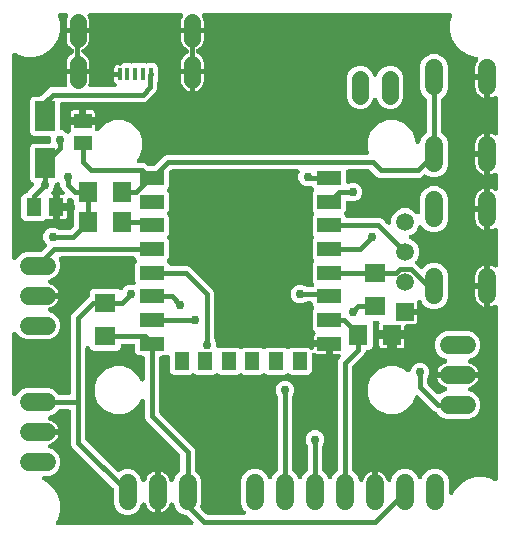
<source format=gbr>
G04 EAGLE Gerber RS-274X export*
G75*
%MOMM*%
%FSLAX34Y34*%
%LPD*%
%INTop Copper*%
%IPPOS*%
%AMOC8*
5,1,8,0,0,1.08239X$1,22.5*%
G01*
%ADD10R,2.000000X1.200000*%
%ADD11R,1.200000X1.500000*%
%ADD12R,1.803000X1.600000*%
%ADD13C,1.524000*%
%ADD14C,1.400000*%
%ADD15R,0.400000X1.050000*%
%ADD16R,1.508000X1.508000*%
%ADD17C,1.508000*%
%ADD18R,1.700000X2.500000*%
%ADD19R,1.300000X1.500000*%
%ADD20R,1.600000X1.803000*%
%ADD21C,1.422400*%
%ADD22R,1.500000X1.300000*%
%ADD23C,0.406400*%
%ADD24C,0.756400*%

G36*
X521824Y149827D02*
X521824Y149827D01*
X521898Y149826D01*
X522024Y149851D01*
X522151Y149865D01*
X522221Y149888D01*
X522293Y149902D01*
X522412Y149950D01*
X522534Y149990D01*
X522598Y150026D01*
X522666Y150054D01*
X522773Y150125D01*
X522885Y150188D01*
X522940Y150236D01*
X523001Y150277D01*
X523092Y150367D01*
X523189Y150451D01*
X523234Y150509D01*
X523286Y150561D01*
X523383Y150701D01*
X523436Y150769D01*
X523451Y150799D01*
X523475Y150834D01*
X525966Y155149D01*
X530651Y159834D01*
X536388Y163146D01*
X542788Y164861D01*
X549412Y164861D01*
X555812Y163146D01*
X558092Y161829D01*
X558226Y161769D01*
X558355Y161702D01*
X558409Y161686D01*
X558459Y161663D01*
X558602Y161631D01*
X558742Y161590D01*
X558798Y161586D01*
X558852Y161573D01*
X558998Y161569D01*
X559144Y161557D01*
X559199Y161564D01*
X559254Y161562D01*
X559398Y161587D01*
X559543Y161604D01*
X559596Y161622D01*
X559651Y161631D01*
X559787Y161684D01*
X559926Y161729D01*
X559975Y161756D01*
X560026Y161777D01*
X560149Y161855D01*
X560277Y161927D01*
X560319Y161963D01*
X560366Y161993D01*
X560471Y162095D01*
X560582Y162190D01*
X560616Y162234D01*
X560656Y162273D01*
X560739Y162393D01*
X560828Y162508D01*
X560853Y162558D01*
X560885Y162604D01*
X560943Y162738D01*
X561008Y162869D01*
X561022Y162922D01*
X561044Y162973D01*
X561074Y163116D01*
X561112Y163258D01*
X561117Y163321D01*
X561127Y163367D01*
X561128Y163451D01*
X561139Y163588D01*
X561139Y309230D01*
X561134Y309281D01*
X561137Y309332D01*
X561114Y309481D01*
X561099Y309630D01*
X561084Y309679D01*
X561077Y309730D01*
X561025Y309871D01*
X560981Y310015D01*
X560957Y310060D01*
X560939Y310108D01*
X560861Y310237D01*
X560789Y310369D01*
X560757Y310409D01*
X560730Y310452D01*
X560628Y310563D01*
X560532Y310679D01*
X560492Y310711D01*
X560457Y310748D01*
X560335Y310837D01*
X560218Y310931D01*
X560173Y310954D01*
X560131Y310985D01*
X559994Y311047D01*
X559861Y311116D01*
X559812Y311131D01*
X559765Y311152D01*
X559618Y311186D01*
X559474Y311228D01*
X559423Y311232D01*
X559373Y311244D01*
X559222Y311248D01*
X559072Y311261D01*
X559022Y311255D01*
X558971Y311256D01*
X558822Y311231D01*
X558673Y311214D01*
X558624Y311198D01*
X558573Y311189D01*
X558433Y311136D01*
X558290Y311089D01*
X558245Y311064D01*
X558197Y311046D01*
X558001Y310926D01*
X557939Y310891D01*
X557929Y310882D01*
X557914Y310873D01*
X557521Y310588D01*
X556096Y309862D01*
X554735Y309419D01*
X554735Y326390D01*
X554733Y326408D01*
X554735Y326425D01*
X554714Y326608D01*
X554695Y326790D01*
X554690Y326807D01*
X554688Y326825D01*
X554663Y326903D01*
X554702Y327040D01*
X554704Y327058D01*
X554708Y327075D01*
X554735Y327406D01*
X554735Y344377D01*
X556096Y343934D01*
X557521Y343208D01*
X557914Y342923D01*
X557958Y342897D01*
X557998Y342865D01*
X558132Y342796D01*
X558262Y342720D01*
X558310Y342703D01*
X558355Y342680D01*
X558500Y342638D01*
X558642Y342589D01*
X558693Y342582D01*
X558742Y342568D01*
X558893Y342556D01*
X559042Y342536D01*
X559093Y342539D01*
X559144Y342535D01*
X559293Y342553D01*
X559443Y342563D01*
X559493Y342576D01*
X559543Y342582D01*
X559686Y342629D01*
X559832Y342668D01*
X559878Y342691D01*
X559926Y342707D01*
X560057Y342781D01*
X560192Y342848D01*
X560232Y342880D01*
X560277Y342905D01*
X560391Y343003D01*
X560509Y343096D01*
X560543Y343135D01*
X560582Y343168D01*
X560674Y343287D01*
X560772Y343401D01*
X560797Y343446D01*
X560828Y343486D01*
X560895Y343621D01*
X560969Y343752D01*
X560985Y343801D01*
X561008Y343847D01*
X561047Y343992D01*
X561093Y344135D01*
X561099Y344186D01*
X561112Y344235D01*
X561131Y344466D01*
X561139Y344535D01*
X561138Y344549D01*
X561139Y344566D01*
X561139Y374254D01*
X561134Y374305D01*
X561137Y374356D01*
X561114Y374505D01*
X561099Y374654D01*
X561084Y374703D01*
X561077Y374754D01*
X561025Y374895D01*
X560981Y375039D01*
X560957Y375084D01*
X560939Y375132D01*
X560861Y375261D01*
X560789Y375393D01*
X560757Y375433D01*
X560730Y375476D01*
X560628Y375587D01*
X560532Y375703D01*
X560492Y375735D01*
X560457Y375772D01*
X560335Y375861D01*
X560218Y375955D01*
X560173Y375978D01*
X560131Y376009D01*
X559994Y376071D01*
X559861Y376140D01*
X559812Y376155D01*
X559765Y376176D01*
X559618Y376210D01*
X559474Y376252D01*
X559423Y376256D01*
X559373Y376268D01*
X559222Y376272D01*
X559072Y376285D01*
X559022Y376279D01*
X558971Y376280D01*
X558822Y376255D01*
X558673Y376238D01*
X558624Y376222D01*
X558573Y376213D01*
X558433Y376160D01*
X558290Y376113D01*
X558245Y376088D01*
X558197Y376070D01*
X558001Y375950D01*
X557939Y375915D01*
X557929Y375906D01*
X557914Y375897D01*
X557521Y375612D01*
X556096Y374886D01*
X554735Y374443D01*
X554735Y391414D01*
X554733Y391432D01*
X554735Y391449D01*
X554714Y391632D01*
X554695Y391814D01*
X554690Y391831D01*
X554688Y391849D01*
X554663Y391927D01*
X554702Y392064D01*
X554704Y392082D01*
X554708Y392099D01*
X554735Y392430D01*
X554735Y409401D01*
X556096Y408958D01*
X557521Y408232D01*
X557914Y407947D01*
X557958Y407921D01*
X557998Y407889D01*
X558132Y407820D01*
X558262Y407744D01*
X558310Y407727D01*
X558355Y407704D01*
X558500Y407662D01*
X558642Y407613D01*
X558693Y407606D01*
X558742Y407592D01*
X558893Y407580D01*
X559042Y407560D01*
X559093Y407563D01*
X559144Y407559D01*
X559293Y407577D01*
X559443Y407587D01*
X559493Y407600D01*
X559543Y407606D01*
X559686Y407653D01*
X559832Y407692D01*
X559878Y407715D01*
X559926Y407731D01*
X560057Y407805D01*
X560192Y407872D01*
X560232Y407904D01*
X560277Y407929D01*
X560391Y408027D01*
X560509Y408120D01*
X560543Y408159D01*
X560582Y408192D01*
X560674Y408311D01*
X560772Y408425D01*
X560797Y408470D01*
X560828Y408510D01*
X560895Y408645D01*
X560969Y408776D01*
X560985Y408825D01*
X561008Y408871D01*
X561047Y409016D01*
X561093Y409159D01*
X561099Y409210D01*
X561112Y409259D01*
X561131Y409490D01*
X561139Y409559D01*
X561138Y409573D01*
X561139Y409590D01*
X561139Y420990D01*
X561134Y421041D01*
X561137Y421092D01*
X561114Y421241D01*
X561099Y421390D01*
X561084Y421439D01*
X561077Y421490D01*
X561025Y421631D01*
X560981Y421775D01*
X560957Y421820D01*
X560939Y421868D01*
X560861Y421997D01*
X560789Y422129D01*
X560757Y422169D01*
X560730Y422212D01*
X560628Y422323D01*
X560532Y422439D01*
X560492Y422471D01*
X560457Y422508D01*
X560335Y422597D01*
X560218Y422691D01*
X560173Y422714D01*
X560131Y422745D01*
X559994Y422807D01*
X559861Y422876D01*
X559812Y422891D01*
X559765Y422912D01*
X559618Y422946D01*
X559474Y422988D01*
X559423Y422992D01*
X559373Y423004D01*
X559222Y423008D01*
X559072Y423021D01*
X559022Y423015D01*
X558971Y423016D01*
X558822Y422991D01*
X558673Y422974D01*
X558624Y422958D01*
X558573Y422949D01*
X558433Y422896D01*
X558290Y422849D01*
X558245Y422824D01*
X558197Y422806D01*
X558001Y422686D01*
X557939Y422651D01*
X557929Y422642D01*
X557914Y422633D01*
X557521Y422348D01*
X556096Y421622D01*
X554735Y421179D01*
X554735Y438150D01*
X554733Y438168D01*
X554735Y438185D01*
X554714Y438368D01*
X554695Y438550D01*
X554690Y438567D01*
X554688Y438585D01*
X554663Y438663D01*
X554702Y438800D01*
X554704Y438818D01*
X554708Y438835D01*
X554735Y439166D01*
X554735Y456137D01*
X556096Y455694D01*
X557521Y454968D01*
X557914Y454683D01*
X557958Y454657D01*
X557998Y454625D01*
X558132Y454556D01*
X558262Y454480D01*
X558310Y454463D01*
X558355Y454440D01*
X558500Y454398D01*
X558642Y454349D01*
X558693Y454342D01*
X558742Y454328D01*
X558893Y454316D01*
X559042Y454296D01*
X559093Y454299D01*
X559144Y454295D01*
X559293Y454313D01*
X559443Y454323D01*
X559493Y454336D01*
X559543Y454342D01*
X559686Y454389D01*
X559832Y454428D01*
X559878Y454451D01*
X559926Y454467D01*
X560057Y454541D01*
X560192Y454608D01*
X560232Y454640D01*
X560277Y454665D01*
X560391Y454763D01*
X560509Y454856D01*
X560543Y454895D01*
X560582Y454928D01*
X560674Y455047D01*
X560772Y455161D01*
X560797Y455206D01*
X560828Y455246D01*
X560895Y455381D01*
X560969Y455512D01*
X560985Y455561D01*
X561008Y455607D01*
X561047Y455752D01*
X561093Y455895D01*
X561099Y455946D01*
X561112Y455995D01*
X561131Y456226D01*
X561139Y456295D01*
X561138Y456309D01*
X561139Y456326D01*
X561139Y486014D01*
X561134Y486065D01*
X561137Y486116D01*
X561114Y486265D01*
X561099Y486414D01*
X561084Y486463D01*
X561077Y486514D01*
X561025Y486655D01*
X560981Y486799D01*
X560957Y486844D01*
X560939Y486892D01*
X560861Y487021D01*
X560789Y487153D01*
X560757Y487193D01*
X560730Y487236D01*
X560628Y487347D01*
X560532Y487463D01*
X560492Y487495D01*
X560457Y487532D01*
X560335Y487621D01*
X560218Y487715D01*
X560173Y487738D01*
X560131Y487769D01*
X559994Y487831D01*
X559861Y487900D01*
X559812Y487915D01*
X559765Y487936D01*
X559618Y487970D01*
X559474Y488012D01*
X559423Y488016D01*
X559373Y488028D01*
X559222Y488032D01*
X559072Y488045D01*
X559022Y488039D01*
X558971Y488040D01*
X558822Y488015D01*
X558673Y487998D01*
X558624Y487982D01*
X558573Y487973D01*
X558433Y487920D01*
X558290Y487873D01*
X558245Y487848D01*
X558197Y487830D01*
X558001Y487710D01*
X557939Y487675D01*
X557929Y487666D01*
X557914Y487657D01*
X557521Y487372D01*
X556096Y486646D01*
X554735Y486203D01*
X554735Y503174D01*
X554733Y503192D01*
X554735Y503209D01*
X554714Y503392D01*
X554695Y503574D01*
X554690Y503591D01*
X554688Y503609D01*
X554631Y503784D01*
X554577Y503959D01*
X554569Y503975D01*
X554563Y503992D01*
X554473Y504152D01*
X554385Y504313D01*
X554374Y504327D01*
X554365Y504343D01*
X554245Y504482D01*
X554128Y504623D01*
X554114Y504634D01*
X554102Y504647D01*
X553957Y504760D01*
X553814Y504875D01*
X553798Y504883D01*
X553784Y504894D01*
X553619Y504976D01*
X553543Y505016D01*
X553457Y505168D01*
X553369Y505330D01*
X553358Y505343D01*
X553349Y505359D01*
X553229Y505498D01*
X553111Y505639D01*
X553098Y505650D01*
X553086Y505664D01*
X552941Y505776D01*
X552798Y505891D01*
X552782Y505899D01*
X552768Y505910D01*
X552603Y505992D01*
X552440Y506077D01*
X552423Y506082D01*
X552407Y506090D01*
X552229Y506137D01*
X552054Y506188D01*
X552036Y506190D01*
X552019Y506194D01*
X551688Y506221D01*
X542035Y506221D01*
X542035Y512102D01*
X542285Y513681D01*
X542780Y515202D01*
X543506Y516627D01*
X544295Y517714D01*
X544321Y517758D01*
X544353Y517798D01*
X544422Y517931D01*
X544499Y518062D01*
X544515Y518110D01*
X544539Y518155D01*
X544580Y518300D01*
X544629Y518442D01*
X544636Y518493D01*
X544650Y518542D01*
X544662Y518692D01*
X544682Y518842D01*
X544679Y518893D01*
X544683Y518944D01*
X544665Y519093D01*
X544655Y519243D01*
X544642Y519293D01*
X544636Y519343D01*
X544589Y519487D01*
X544550Y519632D01*
X544527Y519678D01*
X544511Y519726D01*
X544437Y519857D01*
X544370Y519992D01*
X544338Y520032D01*
X544313Y520077D01*
X544215Y520191D01*
X544122Y520310D01*
X544084Y520343D01*
X544050Y520382D01*
X543931Y520474D01*
X543817Y520572D01*
X543772Y520597D01*
X543732Y520628D01*
X543597Y520695D01*
X543466Y520769D01*
X543417Y520785D01*
X543372Y520808D01*
X543226Y520847D01*
X543083Y520893D01*
X543032Y520899D01*
X542983Y520912D01*
X542847Y520923D01*
X536388Y522654D01*
X530651Y525966D01*
X525966Y530651D01*
X522654Y536388D01*
X520939Y542788D01*
X520939Y549412D01*
X522566Y555482D01*
X522579Y555563D01*
X522602Y555642D01*
X522612Y555762D01*
X522631Y555880D01*
X522628Y555962D01*
X522635Y556044D01*
X522621Y556162D01*
X522616Y556282D01*
X522597Y556362D01*
X522588Y556443D01*
X522551Y556557D01*
X522523Y556674D01*
X522488Y556748D01*
X522463Y556826D01*
X522404Y556931D01*
X522354Y557039D01*
X522305Y557105D01*
X522265Y557177D01*
X522187Y557267D01*
X522116Y557364D01*
X522056Y557419D01*
X522002Y557482D01*
X521907Y557555D01*
X521819Y557636D01*
X521748Y557678D01*
X521684Y557728D01*
X521577Y557782D01*
X521474Y557843D01*
X521397Y557871D01*
X521323Y557908D01*
X521208Y557939D01*
X521095Y557979D01*
X521014Y557991D01*
X520934Y558012D01*
X520782Y558025D01*
X520697Y558037D01*
X520656Y558035D01*
X520604Y558039D01*
X312579Y558039D01*
X312486Y558030D01*
X312393Y558031D01*
X312287Y558010D01*
X312179Y557999D01*
X312089Y557972D01*
X311998Y557954D01*
X311897Y557913D01*
X311794Y557881D01*
X311712Y557837D01*
X311625Y557801D01*
X311535Y557741D01*
X311440Y557689D01*
X311368Y557630D01*
X311290Y557578D01*
X311214Y557501D01*
X311130Y557432D01*
X311072Y557359D01*
X311006Y557293D01*
X310946Y557203D01*
X310878Y557118D01*
X310835Y557035D01*
X310784Y556958D01*
X310742Y556857D01*
X310692Y556761D01*
X310667Y556671D01*
X310631Y556585D01*
X310611Y556478D01*
X310581Y556374D01*
X310573Y556281D01*
X310556Y556189D01*
X310557Y556081D01*
X310548Y555972D01*
X310559Y555880D01*
X310560Y555787D01*
X310582Y555680D01*
X310595Y555573D01*
X310624Y555484D01*
X310643Y555393D01*
X310694Y555269D01*
X310720Y555190D01*
X310744Y555147D01*
X310769Y555086D01*
X311342Y553962D01*
X311806Y552534D01*
X312041Y551051D01*
X312041Y545331D01*
X302500Y545331D01*
X292959Y545331D01*
X292959Y551051D01*
X293194Y552534D01*
X293658Y553962D01*
X294231Y555086D01*
X294265Y555173D01*
X294308Y555255D01*
X294338Y555360D01*
X294377Y555461D01*
X294393Y555553D01*
X294419Y555642D01*
X294428Y555751D01*
X294447Y555857D01*
X294444Y555951D01*
X294452Y556044D01*
X294439Y556151D01*
X294436Y556260D01*
X294416Y556351D01*
X294405Y556443D01*
X294371Y556547D01*
X294347Y556653D01*
X294309Y556738D01*
X294280Y556826D01*
X294227Y556921D01*
X294182Y557020D01*
X294128Y557096D01*
X294082Y557177D01*
X294011Y557259D01*
X293948Y557347D01*
X293880Y557411D01*
X293819Y557482D01*
X293733Y557548D01*
X293654Y557622D01*
X293575Y557671D01*
X293501Y557728D01*
X293404Y557777D01*
X293311Y557834D01*
X293224Y557866D01*
X293140Y557908D01*
X293035Y557936D01*
X292934Y557973D01*
X292842Y557988D01*
X292752Y558012D01*
X292618Y558023D01*
X292536Y558036D01*
X292486Y558034D01*
X292421Y558039D01*
X215579Y558039D01*
X215486Y558030D01*
X215393Y558031D01*
X215287Y558010D01*
X215179Y557999D01*
X215089Y557972D01*
X214998Y557954D01*
X214897Y557913D01*
X214794Y557881D01*
X214712Y557837D01*
X214625Y557801D01*
X214535Y557741D01*
X214440Y557689D01*
X214368Y557630D01*
X214290Y557578D01*
X214214Y557501D01*
X214130Y557432D01*
X214072Y557359D01*
X214006Y557293D01*
X213946Y557203D01*
X213878Y557118D01*
X213835Y557035D01*
X213784Y556958D01*
X213742Y556857D01*
X213692Y556761D01*
X213667Y556671D01*
X213631Y556585D01*
X213611Y556478D01*
X213581Y556374D01*
X213573Y556281D01*
X213556Y556189D01*
X213557Y556081D01*
X213548Y555972D01*
X213559Y555880D01*
X213560Y555787D01*
X213582Y555680D01*
X213595Y555573D01*
X213624Y555484D01*
X213643Y555393D01*
X213694Y555269D01*
X213720Y555190D01*
X213744Y555147D01*
X213769Y555086D01*
X214342Y553962D01*
X214806Y552534D01*
X215041Y551051D01*
X215041Y545331D01*
X205500Y545331D01*
X195959Y545331D01*
X195959Y551051D01*
X196194Y552534D01*
X196658Y553962D01*
X197231Y555086D01*
X197265Y555173D01*
X197308Y555255D01*
X197338Y555360D01*
X197377Y555461D01*
X197393Y555553D01*
X197419Y555642D01*
X197428Y555751D01*
X197447Y555857D01*
X197444Y555951D01*
X197452Y556044D01*
X197439Y556151D01*
X197436Y556260D01*
X197416Y556351D01*
X197405Y556443D01*
X197371Y556547D01*
X197347Y556653D01*
X197309Y556738D01*
X197280Y556826D01*
X197227Y556921D01*
X197182Y557020D01*
X197128Y557096D01*
X197082Y557177D01*
X197011Y557259D01*
X196948Y557347D01*
X196880Y557411D01*
X196819Y557482D01*
X196733Y557548D01*
X196654Y557622D01*
X196575Y557671D01*
X196501Y557728D01*
X196404Y557777D01*
X196311Y557834D01*
X196224Y557866D01*
X196140Y557908D01*
X196035Y557936D01*
X195934Y557973D01*
X195842Y557988D01*
X195752Y558012D01*
X195618Y558023D01*
X195536Y558036D01*
X195486Y558034D01*
X195421Y558039D01*
X190596Y558039D01*
X190515Y558031D01*
X190432Y558033D01*
X190315Y558011D01*
X190196Y557999D01*
X190117Y557975D01*
X190036Y557961D01*
X189925Y557916D01*
X189811Y557881D01*
X189738Y557842D01*
X189662Y557812D01*
X189562Y557746D01*
X189457Y557689D01*
X189394Y557637D01*
X189325Y557592D01*
X189239Y557508D01*
X189147Y557432D01*
X189096Y557368D01*
X189037Y557310D01*
X188970Y557211D01*
X188895Y557118D01*
X188857Y557045D01*
X188811Y556977D01*
X188765Y556867D01*
X188710Y556761D01*
X188687Y556682D01*
X188655Y556606D01*
X188631Y556489D01*
X188598Y556374D01*
X188592Y556292D01*
X188575Y556211D01*
X188575Y556092D01*
X188565Y555972D01*
X188575Y555891D01*
X188575Y555809D01*
X188602Y555659D01*
X188612Y555573D01*
X188625Y555534D01*
X188634Y555482D01*
X190261Y549412D01*
X190261Y542788D01*
X188546Y536388D01*
X185234Y530651D01*
X180549Y525966D01*
X174812Y522654D01*
X168412Y520939D01*
X161788Y520939D01*
X155388Y522654D01*
X152908Y524086D01*
X152774Y524147D01*
X152645Y524214D01*
X152591Y524229D01*
X152541Y524252D01*
X152398Y524285D01*
X152258Y524325D01*
X152202Y524330D01*
X152148Y524342D01*
X152002Y524346D01*
X151856Y524358D01*
X151801Y524352D01*
X151746Y524353D01*
X151601Y524328D01*
X151457Y524311D01*
X151404Y524294D01*
X151349Y524284D01*
X151213Y524232D01*
X151074Y524186D01*
X151025Y524159D01*
X150974Y524139D01*
X150851Y524060D01*
X150723Y523988D01*
X150681Y523952D01*
X150634Y523922D01*
X150529Y523821D01*
X150418Y523725D01*
X150384Y523681D01*
X150344Y523643D01*
X150261Y523523D01*
X150172Y523407D01*
X150147Y523358D01*
X150115Y523312D01*
X150057Y523177D01*
X149992Y523047D01*
X149978Y522993D01*
X149956Y522942D01*
X149926Y522799D01*
X149888Y522658D01*
X149883Y522595D01*
X149873Y522548D01*
X149872Y522464D01*
X149861Y522327D01*
X149861Y351191D01*
X149861Y351186D01*
X149861Y351182D01*
X149881Y350987D01*
X149901Y350790D01*
X149902Y350786D01*
X149902Y350781D01*
X149961Y350595D01*
X150019Y350405D01*
X150021Y350401D01*
X150022Y350397D01*
X150117Y350224D01*
X150211Y350051D01*
X150213Y350048D01*
X150216Y350044D01*
X150345Y349890D01*
X150468Y349742D01*
X150472Y349739D01*
X150475Y349736D01*
X150631Y349611D01*
X150782Y349489D01*
X150786Y349487D01*
X150790Y349485D01*
X150967Y349394D01*
X151139Y349304D01*
X151144Y349303D01*
X151148Y349301D01*
X151340Y349246D01*
X151526Y349193D01*
X151531Y349192D01*
X151535Y349191D01*
X151730Y349176D01*
X151928Y349160D01*
X151932Y349160D01*
X151936Y349160D01*
X152131Y349184D01*
X152327Y349207D01*
X152332Y349208D01*
X152336Y349209D01*
X152523Y349271D01*
X152710Y349331D01*
X152714Y349334D01*
X152718Y349335D01*
X152890Y349433D01*
X153061Y349529D01*
X153064Y349532D01*
X153068Y349535D01*
X153218Y349665D01*
X153365Y349793D01*
X153368Y349796D01*
X153372Y349799D01*
X153491Y349954D01*
X153612Y350111D01*
X153614Y350115D01*
X153617Y350118D01*
X153769Y350413D01*
X153924Y350789D01*
X157211Y354076D01*
X157390Y354150D01*
X161506Y355855D01*
X173671Y355855D01*
X173698Y355857D01*
X173725Y355855D01*
X173899Y355877D01*
X174072Y355895D01*
X174097Y355902D01*
X174124Y355906D01*
X174290Y355961D01*
X174457Y356013D01*
X174480Y356026D01*
X174506Y356034D01*
X174657Y356121D01*
X174811Y356205D01*
X174831Y356222D01*
X174855Y356235D01*
X175108Y356450D01*
X178569Y359911D01*
X178581Y359925D01*
X178594Y359937D01*
X178708Y360081D01*
X178824Y360223D01*
X178833Y360239D01*
X178844Y360253D01*
X178927Y360416D01*
X179013Y360578D01*
X179018Y360596D01*
X179026Y360612D01*
X179075Y360789D01*
X179128Y360964D01*
X179129Y360982D01*
X179134Y360999D01*
X179147Y361182D01*
X179164Y361365D01*
X179162Y361383D01*
X179163Y361401D01*
X179140Y361583D01*
X179121Y361766D01*
X179115Y361783D01*
X179113Y361800D01*
X179055Y361974D01*
X178999Y362149D01*
X178990Y362165D01*
X178985Y362182D01*
X178893Y362341D01*
X178804Y362502D01*
X178793Y362515D01*
X178784Y362531D01*
X178569Y362784D01*
X177498Y363855D01*
X176303Y366739D01*
X176303Y369861D01*
X177498Y372745D01*
X179705Y374952D01*
X182589Y376147D01*
X185711Y376147D01*
X188598Y374951D01*
X188731Y374847D01*
X188867Y374737D01*
X188890Y374724D01*
X188912Y374708D01*
X189068Y374630D01*
X189222Y374548D01*
X189248Y374540D01*
X189272Y374528D01*
X189441Y374483D01*
X189608Y374433D01*
X189635Y374431D01*
X189661Y374424D01*
X189992Y374397D01*
X198313Y374397D01*
X198340Y374399D01*
X198367Y374397D01*
X198540Y374419D01*
X198714Y374437D01*
X198739Y374444D01*
X198766Y374448D01*
X198932Y374503D01*
X199099Y374555D01*
X199122Y374568D01*
X199148Y374576D01*
X199299Y374663D01*
X199453Y374747D01*
X199473Y374764D01*
X199497Y374777D01*
X199750Y374992D01*
X201720Y376962D01*
X201737Y376983D01*
X201758Y377001D01*
X201865Y377139D01*
X201975Y377274D01*
X201988Y377298D01*
X202004Y377319D01*
X202082Y377476D01*
X202164Y377630D01*
X202172Y377655D01*
X202184Y377679D01*
X202229Y377849D01*
X202279Y378016D01*
X202281Y378042D01*
X202288Y378068D01*
X202315Y378399D01*
X202315Y390824D01*
X202941Y392334D01*
X203019Y392433D01*
X203135Y392575D01*
X203144Y392591D01*
X203155Y392605D01*
X203238Y392768D01*
X203324Y392931D01*
X203329Y392948D01*
X203337Y392964D01*
X203386Y393141D01*
X203439Y393317D01*
X203440Y393334D01*
X203445Y393352D01*
X203459Y393535D01*
X203475Y393718D01*
X203473Y393735D01*
X203475Y393753D01*
X203451Y393936D01*
X203432Y394118D01*
X203426Y394135D01*
X203424Y394153D01*
X203365Y394327D01*
X203310Y394502D01*
X203302Y394517D01*
X203296Y394534D01*
X203204Y394694D01*
X203116Y394854D01*
X203104Y394868D01*
X203095Y394883D01*
X202942Y395064D01*
X202315Y396576D01*
X202315Y398810D01*
X202313Y398832D01*
X202315Y398855D01*
X202293Y399032D01*
X202275Y399211D01*
X202269Y399232D01*
X202266Y399254D01*
X202210Y399424D01*
X202157Y399596D01*
X202147Y399615D01*
X202140Y399636D01*
X202051Y399792D01*
X201965Y399950D01*
X201951Y399967D01*
X201940Y399986D01*
X201822Y400122D01*
X201708Y400259D01*
X201690Y400273D01*
X201676Y400290D01*
X201534Y400399D01*
X201394Y400511D01*
X201374Y400522D01*
X201356Y400535D01*
X201061Y400687D01*
X199722Y401242D01*
X199647Y401302D01*
X199497Y401425D01*
X199489Y401429D01*
X199482Y401434D01*
X199313Y401522D01*
X199141Y401613D01*
X199132Y401616D01*
X199125Y401620D01*
X198941Y401673D01*
X198755Y401728D01*
X198746Y401729D01*
X198738Y401731D01*
X198546Y401747D01*
X198354Y401765D01*
X198345Y401764D01*
X198336Y401764D01*
X198146Y401742D01*
X197954Y401721D01*
X197946Y401718D01*
X197937Y401717D01*
X197752Y401657D01*
X197570Y401600D01*
X197562Y401595D01*
X197554Y401593D01*
X197386Y401498D01*
X197218Y401405D01*
X197211Y401399D01*
X197203Y401395D01*
X197058Y401269D01*
X196911Y401144D01*
X196905Y401137D01*
X196898Y401131D01*
X196782Y400981D01*
X196661Y400828D01*
X196657Y400820D01*
X196652Y400813D01*
X196566Y400641D01*
X196479Y400470D01*
X196476Y400461D01*
X196472Y400453D01*
X196422Y400266D01*
X196371Y400082D01*
X196370Y400073D01*
X196368Y400064D01*
X196341Y399733D01*
X196341Y396949D01*
X190549Y396949D01*
X190549Y403741D01*
X192333Y403741D01*
X192342Y403742D01*
X192351Y403741D01*
X192543Y403762D01*
X192734Y403781D01*
X192743Y403783D01*
X192751Y403784D01*
X192934Y403842D01*
X193119Y403899D01*
X193127Y403903D01*
X193135Y403906D01*
X193304Y403999D01*
X193473Y404091D01*
X193480Y404096D01*
X193488Y404101D01*
X193635Y404226D01*
X193782Y404348D01*
X193788Y404355D01*
X193795Y404361D01*
X193914Y404513D01*
X194034Y404662D01*
X194039Y404670D01*
X194044Y404677D01*
X194131Y404848D01*
X194220Y405019D01*
X194222Y405028D01*
X194227Y405036D01*
X194278Y405222D01*
X194331Y405406D01*
X194332Y405415D01*
X194335Y405424D01*
X194349Y405616D01*
X194364Y405808D01*
X194363Y405816D01*
X194364Y405825D01*
X194340Y406018D01*
X194317Y406207D01*
X194315Y406216D01*
X194313Y406225D01*
X194252Y406408D01*
X194193Y406590D01*
X194188Y406598D01*
X194185Y406606D01*
X194090Y406772D01*
X193995Y406941D01*
X193989Y406948D01*
X193984Y406955D01*
X193770Y407208D01*
X191681Y409297D01*
X190753Y411537D01*
X190753Y412755D01*
X190752Y412768D01*
X190753Y412782D01*
X190732Y412969D01*
X190713Y413156D01*
X190709Y413168D01*
X190708Y413182D01*
X190650Y413361D01*
X190595Y413541D01*
X190589Y413552D01*
X190585Y413565D01*
X190493Y413730D01*
X190403Y413895D01*
X190395Y413905D01*
X190388Y413916D01*
X190266Y414060D01*
X190146Y414204D01*
X190135Y414212D01*
X190127Y414222D01*
X189978Y414338D01*
X189832Y414456D01*
X189820Y414462D01*
X189810Y414471D01*
X189641Y414555D01*
X189475Y414642D01*
X189462Y414645D01*
X189450Y414651D01*
X189268Y414701D01*
X189088Y414753D01*
X189074Y414754D01*
X189062Y414758D01*
X188873Y414771D01*
X188686Y414786D01*
X188673Y414784D01*
X188660Y414785D01*
X188472Y414761D01*
X188287Y414739D01*
X188274Y414735D01*
X188261Y414733D01*
X187945Y414632D01*
X186901Y414199D01*
X186881Y414189D01*
X186860Y414182D01*
X186704Y414094D01*
X186546Y414009D01*
X186529Y413995D01*
X186509Y413984D01*
X186374Y413867D01*
X186235Y413753D01*
X186221Y413735D01*
X186204Y413721D01*
X186095Y413579D01*
X185982Y413440D01*
X185971Y413420D01*
X185958Y413403D01*
X185878Y413242D01*
X185795Y413083D01*
X185788Y413062D01*
X185778Y413042D01*
X185732Y412869D01*
X185682Y412697D01*
X185680Y412675D01*
X185674Y412653D01*
X185647Y412323D01*
X185647Y411189D01*
X184452Y408305D01*
X183355Y407208D01*
X183350Y407201D01*
X183343Y407196D01*
X183222Y407045D01*
X183100Y406897D01*
X183096Y406889D01*
X183090Y406882D01*
X183002Y406712D01*
X182912Y406541D01*
X182909Y406532D01*
X182905Y406525D01*
X182852Y406340D01*
X182797Y406155D01*
X182796Y406146D01*
X182793Y406138D01*
X182778Y405947D01*
X182760Y405754D01*
X182761Y405745D01*
X182761Y405736D01*
X182783Y405547D01*
X182804Y405354D01*
X182806Y405345D01*
X182807Y405337D01*
X182867Y405155D01*
X182925Y404970D01*
X182930Y404962D01*
X182932Y404954D01*
X183027Y404786D01*
X183120Y404618D01*
X183126Y404611D01*
X183130Y404603D01*
X183255Y404458D01*
X183381Y404311D01*
X183388Y404305D01*
X183393Y404298D01*
X183544Y404182D01*
X183696Y404061D01*
X183705Y404057D01*
X183711Y404052D01*
X183882Y403967D01*
X184051Y403881D01*
X184051Y394918D01*
X184052Y394900D01*
X184051Y394883D01*
X184072Y394700D01*
X184091Y394518D01*
X184096Y394501D01*
X184098Y394483D01*
X184155Y394308D01*
X184209Y394133D01*
X184217Y394117D01*
X184223Y394100D01*
X184313Y393940D01*
X184400Y393779D01*
X184412Y393765D01*
X184421Y393749D01*
X184466Y393697D01*
X184381Y393592D01*
X184373Y393576D01*
X184362Y393562D01*
X184280Y393397D01*
X184195Y393234D01*
X184190Y393217D01*
X184182Y393201D01*
X184134Y393023D01*
X184084Y392848D01*
X184082Y392830D01*
X184078Y392813D01*
X184051Y392482D01*
X184051Y383659D01*
X180465Y383659D01*
X179660Y383875D01*
X179570Y383890D01*
X179482Y383914D01*
X179372Y383922D01*
X179263Y383940D01*
X179172Y383937D01*
X179081Y383944D01*
X178971Y383930D01*
X178860Y383926D01*
X178772Y383905D01*
X178681Y383893D01*
X178576Y383858D01*
X178469Y383832D01*
X178386Y383794D01*
X178300Y383765D01*
X178204Y383710D01*
X178103Y383663D01*
X178030Y383610D01*
X177951Y383564D01*
X177846Y383475D01*
X177778Y383426D01*
X177746Y383390D01*
X177698Y383349D01*
X177102Y382754D01*
X175609Y382135D01*
X160991Y382135D01*
X159498Y382754D01*
X158354Y383898D01*
X157735Y385391D01*
X157735Y402009D01*
X158354Y403502D01*
X159498Y404646D01*
X160991Y405265D01*
X161178Y405265D01*
X161201Y405267D01*
X161223Y405265D01*
X161400Y405287D01*
X161579Y405305D01*
X161600Y405311D01*
X161622Y405314D01*
X161792Y405370D01*
X161964Y405423D01*
X161983Y405433D01*
X162005Y405440D01*
X162160Y405529D01*
X162318Y405615D01*
X162335Y405629D01*
X162354Y405640D01*
X162489Y405757D01*
X162627Y405872D01*
X162641Y405890D01*
X162658Y405904D01*
X162767Y406046D01*
X162879Y406186D01*
X162890Y406206D01*
X162903Y406224D01*
X163055Y406519D01*
X163131Y406704D01*
X165132Y408704D01*
X167913Y411485D01*
X167921Y411495D01*
X167932Y411504D01*
X168049Y411651D01*
X168168Y411796D01*
X168174Y411808D01*
X168183Y411819D01*
X168269Y411987D01*
X168357Y412152D01*
X168360Y412165D01*
X168367Y412177D01*
X168418Y412359D01*
X168471Y412538D01*
X168473Y412551D01*
X168476Y412564D01*
X168491Y412751D01*
X168508Y412939D01*
X168506Y412953D01*
X168507Y412966D01*
X168485Y413150D01*
X168464Y413339D01*
X168460Y413352D01*
X168459Y413365D01*
X168400Y413543D01*
X168343Y413723D01*
X168336Y413735D01*
X168332Y413748D01*
X168239Y413911D01*
X168148Y414075D01*
X168139Y414086D01*
X168133Y414097D01*
X168009Y414239D01*
X167888Y414382D01*
X167877Y414391D01*
X167868Y414401D01*
X167719Y414516D01*
X167572Y414632D01*
X167560Y414638D01*
X167549Y414646D01*
X167254Y414798D01*
X166997Y414904D01*
X165854Y416048D01*
X165235Y417541D01*
X165235Y444159D01*
X165854Y445652D01*
X166998Y446796D01*
X168491Y447415D01*
X180622Y447415D01*
X180640Y447417D01*
X180658Y447415D01*
X180840Y447436D01*
X181023Y447455D01*
X181040Y447460D01*
X181057Y447462D01*
X181232Y447519D01*
X181408Y447573D01*
X181423Y447581D01*
X181440Y447587D01*
X181600Y447677D01*
X181762Y447765D01*
X181775Y447776D01*
X181791Y447785D01*
X181930Y447905D01*
X182071Y448022D01*
X182082Y448036D01*
X182096Y448048D01*
X182208Y448193D01*
X182323Y448336D01*
X182331Y448352D01*
X182342Y448366D01*
X182424Y448531D01*
X182509Y448693D01*
X182514Y448710D01*
X182522Y448726D01*
X182569Y448903D01*
X182620Y449080D01*
X182622Y449098D01*
X182626Y449115D01*
X182653Y449446D01*
X182653Y452254D01*
X182651Y452272D01*
X182653Y452290D01*
X182632Y452472D01*
X182613Y452655D01*
X182608Y452672D01*
X182606Y452689D01*
X182549Y452864D01*
X182495Y453040D01*
X182487Y453055D01*
X182481Y453072D01*
X182391Y453232D01*
X182303Y453394D01*
X182292Y453407D01*
X182283Y453423D01*
X182163Y453562D01*
X182046Y453703D01*
X182032Y453714D01*
X182020Y453728D01*
X181875Y453840D01*
X181732Y453955D01*
X181716Y453963D01*
X181702Y453974D01*
X181537Y454056D01*
X181375Y454141D01*
X181358Y454146D01*
X181342Y454154D01*
X181163Y454201D01*
X180988Y454252D01*
X180970Y454254D01*
X180953Y454258D01*
X180622Y454285D01*
X168491Y454285D01*
X166998Y454904D01*
X165854Y456048D01*
X165235Y457541D01*
X165235Y484159D01*
X165854Y485652D01*
X166998Y486796D01*
X168491Y487415D01*
X173151Y487415D01*
X173178Y487417D01*
X173205Y487415D01*
X173379Y487437D01*
X173552Y487455D01*
X173577Y487462D01*
X173604Y487466D01*
X173770Y487522D01*
X173937Y487573D01*
X173960Y487586D01*
X173986Y487594D01*
X174137Y487681D01*
X174291Y487765D01*
X174311Y487782D01*
X174335Y487795D01*
X174588Y488010D01*
X178696Y492118D01*
X180696Y494119D01*
X181150Y494306D01*
X182937Y495047D01*
X194704Y495047D01*
X194839Y495060D01*
X194974Y495065D01*
X195039Y495080D01*
X195105Y495087D01*
X195234Y495126D01*
X195366Y495157D01*
X195426Y495185D01*
X195490Y495205D01*
X195609Y495269D01*
X195732Y495326D01*
X195785Y495365D01*
X195844Y495397D01*
X195948Y495483D01*
X196057Y495563D01*
X196102Y495612D01*
X196153Y495654D01*
X196238Y495760D01*
X196329Y495859D01*
X196364Y495916D01*
X196405Y495968D01*
X196468Y496088D01*
X196538Y496204D01*
X196560Y496266D01*
X196591Y496325D01*
X196628Y496455D01*
X196674Y496582D01*
X196684Y496648D01*
X196702Y496712D01*
X196713Y496847D01*
X196733Y496981D01*
X196730Y497047D01*
X196735Y497114D01*
X196720Y497248D01*
X196713Y497383D01*
X196695Y497457D01*
X196688Y497513D01*
X196664Y497588D01*
X196636Y497706D01*
X196194Y499066D01*
X195959Y500549D01*
X195959Y506269D01*
X205500Y506269D01*
X215041Y506269D01*
X215041Y500549D01*
X214806Y499066D01*
X214364Y497706D01*
X214335Y497574D01*
X214298Y497444D01*
X214292Y497377D01*
X214278Y497312D01*
X214276Y497177D01*
X214265Y497042D01*
X214272Y496976D01*
X214271Y496910D01*
X214296Y496777D01*
X214312Y496643D01*
X214332Y496579D01*
X214344Y496514D01*
X214395Y496388D01*
X214436Y496260D01*
X214469Y496202D01*
X214494Y496140D01*
X214568Y496027D01*
X214634Y495909D01*
X214678Y495859D01*
X214714Y495803D01*
X214809Y495707D01*
X214898Y495604D01*
X214950Y495564D01*
X214997Y495516D01*
X215109Y495440D01*
X215216Y495358D01*
X215275Y495328D01*
X215330Y495291D01*
X215455Y495239D01*
X215576Y495178D01*
X215641Y495161D01*
X215702Y495135D01*
X215834Y495109D01*
X215965Y495074D01*
X216041Y495068D01*
X216097Y495057D01*
X216175Y495057D01*
X216296Y495047D01*
X236303Y495047D01*
X236376Y495054D01*
X236449Y495052D01*
X236576Y495074D01*
X236703Y495087D01*
X236774Y495108D01*
X236846Y495121D01*
X236965Y495167D01*
X237088Y495205D01*
X237153Y495240D01*
X237221Y495266D01*
X237329Y495335D01*
X237442Y495397D01*
X237499Y495444D01*
X237561Y495483D01*
X237653Y495572D01*
X237752Y495654D01*
X237798Y495711D01*
X237851Y495763D01*
X237924Y495868D01*
X238004Y495968D01*
X238038Y496033D01*
X238080Y496094D01*
X238130Y496212D01*
X238189Y496325D01*
X238210Y496396D01*
X238239Y496463D01*
X238265Y496589D01*
X238301Y496712D01*
X238307Y496786D01*
X238322Y496857D01*
X238323Y496986D01*
X238334Y497114D01*
X238325Y497186D01*
X238326Y497260D01*
X238302Y497386D01*
X238287Y497513D01*
X238264Y497583D01*
X238250Y497655D01*
X238202Y497774D01*
X238162Y497896D01*
X238126Y497960D01*
X238098Y498028D01*
X238027Y498135D01*
X237964Y498247D01*
X237916Y498302D01*
X237875Y498364D01*
X237785Y498454D01*
X237701Y498551D01*
X237643Y498596D01*
X237591Y498649D01*
X237485Y498722D01*
X236967Y499240D01*
X236632Y499819D01*
X236459Y500465D01*
X236459Y504019D01*
X239404Y504019D01*
X239422Y504020D01*
X239440Y504019D01*
X239622Y504040D01*
X239805Y504058D01*
X239822Y504064D01*
X239839Y504066D01*
X240014Y504123D01*
X240190Y504177D01*
X240205Y504185D01*
X240222Y504191D01*
X240382Y504281D01*
X240544Y504368D01*
X240557Y504380D01*
X240573Y504389D01*
X240712Y504509D01*
X240853Y504626D01*
X240864Y504640D01*
X240878Y504652D01*
X240990Y504797D01*
X241105Y504940D01*
X241113Y504956D01*
X241124Y504970D01*
X241206Y505135D01*
X241291Y505297D01*
X241296Y505314D01*
X241304Y505330D01*
X241351Y505508D01*
X241402Y505684D01*
X241404Y505702D01*
X241408Y505719D01*
X241435Y506050D01*
X241434Y506068D01*
X241435Y506085D01*
X241435Y506086D01*
X241414Y506268D01*
X241395Y506451D01*
X241390Y506468D01*
X241388Y506486D01*
X241331Y506660D01*
X241277Y506836D01*
X241269Y506851D01*
X241263Y506868D01*
X241173Y507029D01*
X241085Y507190D01*
X241074Y507203D01*
X241065Y507219D01*
X240945Y507358D01*
X240828Y507499D01*
X240814Y507510D01*
X240802Y507524D01*
X240657Y507636D01*
X240514Y507751D01*
X240498Y507760D01*
X240484Y507770D01*
X240319Y507852D01*
X240157Y507937D01*
X240140Y507942D01*
X240124Y507950D01*
X239945Y507998D01*
X239770Y508048D01*
X239752Y508050D01*
X239735Y508054D01*
X239404Y508081D01*
X236459Y508081D01*
X236459Y511635D01*
X236632Y512281D01*
X236967Y512860D01*
X237440Y513333D01*
X238019Y513668D01*
X238665Y513841D01*
X239735Y513841D01*
X239777Y513810D01*
X239890Y513720D01*
X239941Y513693D01*
X239987Y513660D01*
X240119Y513601D01*
X240247Y513534D01*
X240302Y513518D01*
X240355Y513495D01*
X240495Y513463D01*
X240634Y513423D01*
X240691Y513418D01*
X240747Y513405D01*
X240891Y513402D01*
X241035Y513390D01*
X241092Y513397D01*
X241150Y513395D01*
X241292Y513420D01*
X241435Y513437D01*
X241490Y513455D01*
X241546Y513464D01*
X241681Y513517D01*
X241818Y513562D01*
X241868Y513590D01*
X241921Y513611D01*
X242043Y513689D01*
X242169Y513760D01*
X242212Y513797D01*
X242260Y513828D01*
X242413Y513971D01*
X242473Y514023D01*
X242474Y514023D01*
X242485Y514038D01*
X242503Y514054D01*
X242503Y514055D01*
X242610Y514199D01*
X242622Y514214D01*
X242634Y514221D01*
X242887Y514436D01*
X243198Y514746D01*
X244691Y515365D01*
X250596Y515365D01*
X250759Y515349D01*
X250786Y515352D01*
X250812Y515350D01*
X250924Y515365D01*
X257096Y515365D01*
X257259Y515349D01*
X257286Y515352D01*
X257312Y515350D01*
X257424Y515365D01*
X263596Y515365D01*
X263759Y515349D01*
X263786Y515352D01*
X263812Y515350D01*
X263924Y515365D01*
X269809Y515365D01*
X271302Y514746D01*
X272446Y513602D01*
X273065Y512109D01*
X273065Y507744D01*
X273068Y507713D01*
X273066Y507682D01*
X273088Y507513D01*
X273097Y507423D01*
X273097Y504705D01*
X273092Y504687D01*
X273065Y504356D01*
X273065Y499991D01*
X272951Y499718D01*
X272942Y499688D01*
X272928Y499660D01*
X272884Y499495D01*
X272835Y499332D01*
X272832Y499301D01*
X272824Y499271D01*
X272797Y498940D01*
X272797Y494087D01*
X271869Y491846D01*
X263804Y483781D01*
X261563Y482853D01*
X192396Y482853D01*
X192378Y482851D01*
X192360Y482853D01*
X192178Y482832D01*
X191995Y482813D01*
X191978Y482808D01*
X191961Y482806D01*
X191786Y482749D01*
X191610Y482695D01*
X191595Y482687D01*
X191578Y482681D01*
X191418Y482591D01*
X191256Y482503D01*
X191243Y482492D01*
X191227Y482483D01*
X191088Y482363D01*
X190947Y482246D01*
X190936Y482232D01*
X190922Y482220D01*
X190810Y482075D01*
X190695Y481932D01*
X190687Y481916D01*
X190676Y481902D01*
X190594Y481737D01*
X190509Y481575D01*
X190504Y481558D01*
X190496Y481542D01*
X190449Y481363D01*
X190398Y481188D01*
X190396Y481170D01*
X190392Y481153D01*
X190365Y480822D01*
X190365Y460728D01*
X190367Y460710D01*
X190365Y460692D01*
X190386Y460510D01*
X190405Y460327D01*
X190410Y460310D01*
X190412Y460293D01*
X190469Y460118D01*
X190523Y459942D01*
X190531Y459927D01*
X190537Y459910D01*
X190628Y459749D01*
X190715Y459588D01*
X190726Y459575D01*
X190735Y459559D01*
X190855Y459420D01*
X190972Y459279D01*
X190986Y459268D01*
X190998Y459254D01*
X191143Y459142D01*
X191286Y459027D01*
X191302Y459019D01*
X191316Y459008D01*
X191481Y458926D01*
X191643Y458841D01*
X191660Y458836D01*
X191676Y458828D01*
X191855Y458781D01*
X191868Y458777D01*
X194945Y457502D01*
X195838Y456609D01*
X195852Y456598D01*
X195863Y456584D01*
X196008Y456470D01*
X196149Y456354D01*
X196165Y456346D01*
X196179Y456334D01*
X196343Y456251D01*
X196505Y456165D01*
X196522Y456160D01*
X196538Y456152D01*
X196715Y456103D01*
X196891Y456050D01*
X196909Y456049D01*
X196926Y456044D01*
X197109Y456031D01*
X197292Y456014D01*
X197310Y456016D01*
X197328Y456015D01*
X197509Y456038D01*
X197692Y456057D01*
X197709Y456063D01*
X197727Y456065D01*
X197900Y456123D01*
X198076Y456179D01*
X198092Y456188D01*
X198109Y456193D01*
X198266Y456284D01*
X198428Y456374D01*
X198442Y456385D01*
X198458Y456394D01*
X198711Y456609D01*
X199199Y457098D01*
X199257Y457168D01*
X199322Y457232D01*
X199384Y457324D01*
X199455Y457409D01*
X199497Y457490D01*
X199548Y457565D01*
X199591Y457667D01*
X199643Y457765D01*
X199669Y457852D01*
X199704Y457936D01*
X199726Y458045D01*
X199758Y458151D01*
X199766Y458241D01*
X199784Y458331D01*
X199784Y458442D01*
X199794Y458552D01*
X199784Y458642D01*
X199785Y458733D01*
X199760Y458869D01*
X199751Y458952D01*
X199736Y458998D01*
X199725Y459060D01*
X199509Y459866D01*
X199509Y463451D01*
X208332Y463451D01*
X208350Y463452D01*
X208367Y463451D01*
X208550Y463472D01*
X208732Y463491D01*
X208749Y463496D01*
X208767Y463498D01*
X208942Y463555D01*
X209117Y463609D01*
X209133Y463617D01*
X209150Y463623D01*
X209310Y463713D01*
X209471Y463800D01*
X209485Y463812D01*
X209501Y463821D01*
X209553Y463866D01*
X209658Y463781D01*
X209674Y463773D01*
X209688Y463762D01*
X209853Y463680D01*
X210016Y463595D01*
X210033Y463590D01*
X210049Y463582D01*
X210227Y463534D01*
X210402Y463484D01*
X210420Y463482D01*
X210437Y463478D01*
X210768Y463451D01*
X219591Y463451D01*
X219591Y460016D01*
X219592Y460007D01*
X219591Y459998D01*
X219612Y459807D01*
X219631Y459616D01*
X219633Y459607D01*
X219634Y459598D01*
X219692Y459416D01*
X219749Y459231D01*
X219753Y459223D01*
X219756Y459214D01*
X219849Y459046D01*
X219941Y458877D01*
X219946Y458870D01*
X219951Y458862D01*
X220075Y458715D01*
X220198Y458567D01*
X220205Y458562D01*
X220211Y458555D01*
X220362Y458436D01*
X220512Y458315D01*
X220520Y458311D01*
X220527Y458305D01*
X220700Y458218D01*
X220869Y458130D01*
X220878Y458127D01*
X220886Y458123D01*
X221072Y458071D01*
X221256Y458018D01*
X221265Y458017D01*
X221274Y458015D01*
X221467Y458001D01*
X221658Y457985D01*
X221666Y457986D01*
X221675Y457986D01*
X221868Y458010D01*
X222057Y458032D01*
X222066Y458035D01*
X222075Y458036D01*
X222258Y458097D01*
X222440Y458157D01*
X222448Y458161D01*
X222456Y458164D01*
X222623Y458260D01*
X222791Y458355D01*
X222798Y458361D01*
X222805Y458365D01*
X223058Y458580D01*
X228610Y464131D01*
X232804Y465869D01*
X236020Y467201D01*
X244040Y467201D01*
X251450Y464131D01*
X257121Y458460D01*
X260191Y451050D01*
X260191Y443030D01*
X257121Y435620D01*
X255914Y434412D01*
X255908Y434405D01*
X255901Y434400D01*
X255780Y434249D01*
X255659Y434101D01*
X255655Y434093D01*
X255649Y434086D01*
X255561Y433916D01*
X255470Y433745D01*
X255468Y433736D01*
X255464Y433729D01*
X255410Y433544D01*
X255355Y433359D01*
X255355Y433350D01*
X255352Y433342D01*
X255336Y433150D01*
X255319Y432958D01*
X255320Y432949D01*
X255319Y432940D01*
X255341Y432751D01*
X255362Y432558D01*
X255365Y432549D01*
X255366Y432541D01*
X255426Y432359D01*
X255484Y432174D01*
X255488Y432166D01*
X255491Y432158D01*
X255585Y431991D01*
X255679Y431822D01*
X255685Y431815D01*
X255689Y431807D01*
X255814Y431662D01*
X255939Y431515D01*
X255946Y431509D01*
X255952Y431502D01*
X256103Y431386D01*
X256255Y431265D01*
X256263Y431261D01*
X256270Y431256D01*
X256441Y431171D01*
X256614Y431083D01*
X256623Y431080D01*
X256631Y431076D01*
X256816Y431027D01*
X257002Y430975D01*
X257011Y430974D01*
X257019Y430972D01*
X257350Y430945D01*
X261265Y430945D01*
X263506Y430017D01*
X264662Y428860D01*
X264683Y428843D01*
X264701Y428822D01*
X264839Y428715D01*
X264974Y428605D01*
X264998Y428592D01*
X265019Y428576D01*
X265176Y428498D01*
X265330Y428416D01*
X265355Y428408D01*
X265379Y428396D01*
X265549Y428351D01*
X265716Y428301D01*
X265742Y428299D01*
X265768Y428292D01*
X266099Y428265D01*
X268901Y428265D01*
X268928Y428267D01*
X268955Y428265D01*
X269128Y428287D01*
X269302Y428305D01*
X269327Y428312D01*
X269354Y428316D01*
X269520Y428371D01*
X269687Y428423D01*
X269710Y428436D01*
X269736Y428444D01*
X269887Y428531D01*
X270041Y428615D01*
X270061Y428632D01*
X270085Y428645D01*
X270338Y428860D01*
X278446Y436969D01*
X280687Y437897D01*
X450095Y437897D01*
X450109Y437898D01*
X450122Y437897D01*
X450308Y437918D01*
X450496Y437937D01*
X450509Y437941D01*
X450522Y437942D01*
X450700Y437999D01*
X450881Y438055D01*
X450893Y438061D01*
X450906Y438065D01*
X451069Y438157D01*
X451235Y438247D01*
X451245Y438255D01*
X451257Y438262D01*
X451400Y438384D01*
X451544Y438504D01*
X451553Y438515D01*
X451563Y438523D01*
X451679Y438672D01*
X451797Y438818D01*
X451803Y438830D01*
X451811Y438840D01*
X451896Y439010D01*
X451982Y439175D01*
X451986Y439188D01*
X451992Y439200D01*
X452042Y439383D01*
X452094Y439562D01*
X452095Y439576D01*
X452098Y439589D01*
X452111Y439777D01*
X452126Y439964D01*
X452125Y439977D01*
X452126Y439990D01*
X452101Y440178D01*
X452080Y440363D01*
X452075Y440376D01*
X452074Y440389D01*
X451972Y440705D01*
X451009Y443030D01*
X451009Y451050D01*
X454079Y458460D01*
X459750Y464131D01*
X463944Y465869D01*
X467160Y467201D01*
X475180Y467201D01*
X482590Y464131D01*
X488261Y458460D01*
X491331Y451050D01*
X491331Y449233D01*
X491331Y449229D01*
X491331Y449224D01*
X491351Y449030D01*
X491371Y448832D01*
X491372Y448828D01*
X491372Y448824D01*
X491431Y448636D01*
X491489Y448448D01*
X491491Y448444D01*
X491492Y448439D01*
X491586Y448268D01*
X491681Y448094D01*
X491683Y448090D01*
X491686Y448086D01*
X491813Y447935D01*
X491938Y447784D01*
X491942Y447782D01*
X491945Y447778D01*
X492099Y447655D01*
X492252Y447532D01*
X492256Y447530D01*
X492259Y447527D01*
X492434Y447438D01*
X492609Y447346D01*
X492614Y447345D01*
X492618Y447343D01*
X492805Y447290D01*
X492996Y447235D01*
X493001Y447235D01*
X493005Y447233D01*
X493198Y447219D01*
X493398Y447202D01*
X493402Y447203D01*
X493406Y447202D01*
X493599Y447226D01*
X493797Y447249D01*
X493802Y447250D01*
X493806Y447251D01*
X493989Y447312D01*
X494180Y447374D01*
X494184Y447376D01*
X494188Y447378D01*
X494357Y447474D01*
X494531Y447572D01*
X494534Y447575D01*
X494538Y447577D01*
X494687Y447707D01*
X494835Y447835D01*
X494838Y447838D01*
X494842Y447841D01*
X494961Y447997D01*
X495082Y448153D01*
X495084Y448157D01*
X495087Y448161D01*
X495239Y448456D01*
X497078Y452897D01*
X500292Y456111D01*
X500309Y456132D01*
X500330Y456149D01*
X500437Y456287D01*
X500547Y456423D01*
X500560Y456446D01*
X500576Y456467D01*
X500654Y456624D01*
X500736Y456778D01*
X500744Y456804D01*
X500756Y456828D01*
X500801Y456997D01*
X500851Y457164D01*
X500853Y457191D01*
X500860Y457217D01*
X500887Y457547D01*
X500887Y484793D01*
X500885Y484819D01*
X500887Y484846D01*
X500865Y485020D01*
X500847Y485193D01*
X500840Y485219D01*
X500836Y485245D01*
X500781Y485411D01*
X500729Y485578D01*
X500716Y485602D01*
X500708Y485627D01*
X500621Y485779D01*
X500537Y485932D01*
X500520Y485953D01*
X500507Y485976D01*
X500292Y486229D01*
X497078Y489443D01*
X495299Y493738D01*
X495299Y513626D01*
X497078Y517921D01*
X500365Y521208D01*
X504660Y522987D01*
X509308Y522987D01*
X513603Y521208D01*
X516890Y517921D01*
X518669Y513626D01*
X518669Y493738D01*
X516890Y489443D01*
X513676Y486229D01*
X513659Y486208D01*
X513638Y486191D01*
X513531Y486053D01*
X513421Y485917D01*
X513408Y485894D01*
X513392Y485873D01*
X513314Y485716D01*
X513232Y485562D01*
X513224Y485536D01*
X513212Y485512D01*
X513167Y485342D01*
X513117Y485176D01*
X513115Y485149D01*
X513108Y485123D01*
X513081Y484793D01*
X513081Y457547D01*
X513083Y457521D01*
X513081Y457494D01*
X513103Y457320D01*
X513121Y457147D01*
X513128Y457121D01*
X513132Y457095D01*
X513187Y456929D01*
X513239Y456762D01*
X513252Y456738D01*
X513260Y456713D01*
X513347Y456561D01*
X513431Y456408D01*
X513448Y456387D01*
X513461Y456364D01*
X513676Y456111D01*
X516890Y452897D01*
X518669Y448602D01*
X518669Y428714D01*
X516890Y424419D01*
X513603Y421132D01*
X509308Y419353D01*
X504660Y419353D01*
X500003Y421282D01*
X499982Y421288D01*
X499962Y421299D01*
X499790Y421347D01*
X499618Y421398D01*
X499596Y421401D01*
X499574Y421407D01*
X499395Y421420D01*
X499217Y421437D01*
X499195Y421434D01*
X499173Y421436D01*
X498995Y421413D01*
X498817Y421395D01*
X498795Y421388D01*
X498773Y421386D01*
X498603Y421328D01*
X498432Y421275D01*
X498413Y421264D01*
X498392Y421257D01*
X498237Y421168D01*
X498079Y421082D01*
X498062Y421067D01*
X498043Y421056D01*
X497790Y420842D01*
X496628Y419679D01*
X494586Y418834D01*
X494387Y418751D01*
X460765Y418751D01*
X458524Y419679D01*
X453095Y425108D01*
X453075Y425125D01*
X453057Y425146D01*
X452919Y425253D01*
X452784Y425363D01*
X452760Y425376D01*
X452739Y425392D01*
X452582Y425470D01*
X452428Y425552D01*
X452403Y425560D01*
X452379Y425572D01*
X452209Y425617D01*
X452042Y425667D01*
X452016Y425669D01*
X451990Y425676D01*
X451659Y425703D01*
X434396Y425703D01*
X434378Y425701D01*
X434360Y425703D01*
X434178Y425682D01*
X433995Y425663D01*
X433978Y425658D01*
X433961Y425656D01*
X433786Y425599D01*
X433610Y425545D01*
X433595Y425537D01*
X433578Y425531D01*
X433418Y425441D01*
X433256Y425353D01*
X433243Y425342D01*
X433227Y425333D01*
X433088Y425213D01*
X432947Y425096D01*
X432936Y425082D01*
X432922Y425070D01*
X432810Y424925D01*
X432695Y424782D01*
X432687Y424766D01*
X432676Y424752D01*
X432594Y424587D01*
X432509Y424425D01*
X432504Y424408D01*
X432496Y424392D01*
X432449Y424213D01*
X432398Y424038D01*
X432396Y424020D01*
X432392Y424003D01*
X432365Y423672D01*
X432365Y415537D01*
X432366Y415523D01*
X432365Y415510D01*
X432386Y415324D01*
X432405Y415136D01*
X432409Y415123D01*
X432410Y415110D01*
X432467Y414932D01*
X432523Y414751D01*
X432529Y414739D01*
X432533Y414727D01*
X432625Y414563D01*
X432715Y414397D01*
X432723Y414387D01*
X432730Y414375D01*
X432853Y414232D01*
X432972Y414088D01*
X432983Y414080D01*
X432991Y414069D01*
X433140Y413954D01*
X433286Y413836D01*
X433298Y413829D01*
X433308Y413821D01*
X433477Y413737D01*
X433643Y413650D01*
X433656Y413647D01*
X433668Y413640D01*
X433850Y413591D01*
X434030Y413539D01*
X434044Y413538D01*
X434057Y413534D01*
X434243Y413521D01*
X434432Y413506D01*
X434445Y413507D01*
X434458Y413507D01*
X434644Y413531D01*
X434831Y413553D01*
X434844Y413557D01*
X434857Y413559D01*
X435173Y413660D01*
X436589Y414247D01*
X439711Y414247D01*
X442595Y413052D01*
X444802Y410845D01*
X445997Y407961D01*
X445997Y404839D01*
X444802Y401955D01*
X442595Y399748D01*
X439711Y398553D01*
X436589Y398553D01*
X435173Y399140D01*
X435160Y399144D01*
X435149Y399150D01*
X434968Y399202D01*
X434788Y399256D01*
X434775Y399257D01*
X434762Y399261D01*
X434573Y399277D01*
X434387Y399294D01*
X434374Y399293D01*
X434360Y399294D01*
X434174Y399272D01*
X433987Y399253D01*
X433974Y399249D01*
X433961Y399247D01*
X433783Y399189D01*
X433602Y399133D01*
X433591Y399126D01*
X433578Y399122D01*
X433414Y399030D01*
X433249Y398940D01*
X433239Y398931D01*
X433227Y398924D01*
X433085Y398802D01*
X432941Y398680D01*
X432933Y398670D01*
X432922Y398661D01*
X432808Y398513D01*
X432690Y398366D01*
X432684Y398354D01*
X432676Y398343D01*
X432592Y398175D01*
X432506Y398008D01*
X432502Y397995D01*
X432496Y397983D01*
X432447Y397800D01*
X432396Y397620D01*
X432395Y397607D01*
X432392Y397594D01*
X432365Y397263D01*
X432365Y391391D01*
X431746Y389898D01*
X431485Y389636D01*
X431473Y389622D01*
X431460Y389611D01*
X431346Y389466D01*
X431230Y389325D01*
X431221Y389309D01*
X431210Y389295D01*
X431126Y389130D01*
X431041Y388969D01*
X431036Y388952D01*
X431028Y388936D01*
X430978Y388759D01*
X430926Y388583D01*
X430925Y388565D01*
X430920Y388548D01*
X430906Y388365D01*
X430890Y388182D01*
X430892Y388164D01*
X430890Y388147D01*
X430913Y387965D01*
X430933Y387782D01*
X430939Y387765D01*
X430941Y387747D01*
X430999Y387574D01*
X431055Y387398D01*
X431063Y387382D01*
X431069Y387366D01*
X431161Y387206D01*
X431250Y387046D01*
X431261Y387032D01*
X431270Y387017D01*
X431485Y386764D01*
X431746Y386502D01*
X432140Y385551D01*
X432151Y385531D01*
X432158Y385510D01*
X432246Y385354D01*
X432330Y385196D01*
X432345Y385179D01*
X432356Y385159D01*
X432472Y385024D01*
X432587Y384885D01*
X432604Y384871D01*
X432619Y384854D01*
X432760Y384745D01*
X432899Y384632D01*
X432919Y384621D01*
X432937Y384608D01*
X433098Y384528D01*
X433256Y384445D01*
X433277Y384438D01*
X433297Y384428D01*
X433471Y384382D01*
X433642Y384332D01*
X433665Y384330D01*
X433686Y384324D01*
X434017Y384297D01*
X461213Y384297D01*
X463454Y383369D01*
X465454Y381368D01*
X467528Y379294D01*
X467535Y379289D01*
X467540Y379282D01*
X467690Y379162D01*
X467839Y379039D01*
X467847Y379035D01*
X467854Y379030D01*
X468024Y378941D01*
X468195Y378851D01*
X468204Y378848D01*
X468211Y378844D01*
X468396Y378791D01*
X468581Y378736D01*
X468590Y378735D01*
X468598Y378733D01*
X468789Y378717D01*
X468982Y378699D01*
X468991Y378700D01*
X469000Y378700D01*
X469189Y378722D01*
X469382Y378743D01*
X469391Y378746D01*
X469399Y378747D01*
X469581Y378806D01*
X469766Y378864D01*
X469774Y378869D01*
X469782Y378871D01*
X469949Y378966D01*
X470118Y379059D01*
X470125Y379065D01*
X470133Y379069D01*
X470278Y379195D01*
X470425Y379320D01*
X470431Y379327D01*
X470438Y379333D01*
X470554Y379483D01*
X470675Y379636D01*
X470679Y379644D01*
X470684Y379651D01*
X470770Y379822D01*
X470857Y379995D01*
X470860Y380003D01*
X470864Y380011D01*
X470914Y380197D01*
X470965Y380382D01*
X470966Y380391D01*
X470968Y380400D01*
X470995Y380731D01*
X470995Y383308D01*
X472762Y387574D01*
X476026Y390838D01*
X480292Y392605D01*
X484908Y392605D01*
X489174Y390838D01*
X491832Y388180D01*
X491839Y388174D01*
X491844Y388167D01*
X491994Y388047D01*
X492143Y387925D01*
X492151Y387921D01*
X492158Y387915D01*
X492328Y387827D01*
X492499Y387736D01*
X492508Y387734D01*
X492515Y387730D01*
X492700Y387676D01*
X492885Y387621D01*
X492894Y387621D01*
X492902Y387618D01*
X493093Y387602D01*
X493286Y387585D01*
X493295Y387586D01*
X493304Y387585D01*
X493493Y387607D01*
X493686Y387628D01*
X493695Y387631D01*
X493703Y387632D01*
X493885Y387692D01*
X494070Y387750D01*
X494078Y387754D01*
X494086Y387757D01*
X494254Y387852D01*
X494422Y387945D01*
X494429Y387950D01*
X494437Y387955D01*
X494583Y388081D01*
X494729Y388205D01*
X494735Y388212D01*
X494742Y388218D01*
X494859Y388369D01*
X494979Y388521D01*
X494983Y388529D01*
X494988Y388536D01*
X495074Y388708D01*
X495161Y388880D01*
X495164Y388889D01*
X495168Y388897D01*
X495218Y389083D01*
X495269Y389268D01*
X495270Y389277D01*
X495272Y389285D01*
X495299Y389616D01*
X495299Y401866D01*
X497078Y406161D01*
X500365Y409448D01*
X504660Y411227D01*
X509308Y411227D01*
X513603Y409448D01*
X516890Y406161D01*
X518669Y401866D01*
X518669Y381978D01*
X516890Y377683D01*
X513603Y374396D01*
X509308Y372617D01*
X504660Y372617D01*
X500365Y374396D01*
X496901Y377861D01*
X496890Y377869D01*
X496882Y377879D01*
X496735Y377997D01*
X496589Y378116D01*
X496577Y378122D01*
X496567Y378130D01*
X496400Y378216D01*
X496233Y378304D01*
X496220Y378308D01*
X496209Y378314D01*
X496028Y378365D01*
X495847Y378419D01*
X495834Y378420D01*
X495821Y378424D01*
X495635Y378438D01*
X495446Y378456D01*
X495433Y378454D01*
X495420Y378455D01*
X495235Y378433D01*
X495046Y378412D01*
X495033Y378408D01*
X495020Y378407D01*
X494844Y378348D01*
X494662Y378291D01*
X494651Y378284D01*
X494638Y378280D01*
X494475Y378187D01*
X494310Y378096D01*
X494300Y378087D01*
X494288Y378081D01*
X494146Y377957D01*
X494003Y377835D01*
X493995Y377825D01*
X493985Y377816D01*
X493870Y377667D01*
X493753Y377519D01*
X493747Y377507D01*
X493739Y377497D01*
X493588Y377202D01*
X492438Y374426D01*
X489174Y371162D01*
X486795Y370177D01*
X486787Y370172D01*
X486778Y370170D01*
X486608Y370077D01*
X486440Y369986D01*
X486433Y369981D01*
X486425Y369976D01*
X486277Y369852D01*
X486129Y369730D01*
X486124Y369723D01*
X486117Y369717D01*
X485997Y369567D01*
X485876Y369417D01*
X485872Y369409D01*
X485866Y369402D01*
X485779Y369233D01*
X485689Y369061D01*
X485686Y369052D01*
X485682Y369044D01*
X485630Y368862D01*
X485576Y368674D01*
X485575Y368665D01*
X485572Y368657D01*
X485558Y368466D01*
X485541Y368273D01*
X485542Y368264D01*
X485541Y368256D01*
X485565Y368062D01*
X485586Y367873D01*
X485589Y367865D01*
X485590Y367856D01*
X485650Y367674D01*
X485709Y367490D01*
X485714Y367482D01*
X485716Y367474D01*
X485812Y367306D01*
X485906Y367138D01*
X485911Y367132D01*
X485916Y367124D01*
X486043Y366978D01*
X486167Y366833D01*
X486175Y366827D01*
X486180Y366820D01*
X486333Y366703D01*
X486485Y366584D01*
X486493Y366580D01*
X486500Y366575D01*
X486795Y366423D01*
X489174Y365438D01*
X492438Y362174D01*
X494205Y357908D01*
X494205Y353292D01*
X492438Y349026D01*
X491699Y348288D01*
X491688Y348274D01*
X491674Y348262D01*
X491560Y348118D01*
X491444Y347976D01*
X491436Y347960D01*
X491425Y347946D01*
X491341Y347782D01*
X491256Y347620D01*
X491250Y347603D01*
X491242Y347587D01*
X491193Y347410D01*
X491141Y347234D01*
X491139Y347217D01*
X491134Y347200D01*
X491121Y347016D01*
X491104Y346834D01*
X491106Y346816D01*
X491105Y346798D01*
X491128Y346616D01*
X491148Y346433D01*
X491153Y346416D01*
X491155Y346399D01*
X491214Y346225D01*
X491269Y346049D01*
X491278Y346034D01*
X491284Y346017D01*
X491375Y345857D01*
X491464Y345697D01*
X491476Y345684D01*
X491485Y345668D01*
X491699Y345415D01*
X495091Y342023D01*
X495105Y342011D01*
X495117Y341998D01*
X495261Y341884D01*
X495403Y341768D01*
X495419Y341759D01*
X495433Y341748D01*
X495597Y341665D01*
X495759Y341579D01*
X495776Y341574D01*
X495792Y341566D01*
X495969Y341516D01*
X496145Y341464D01*
X496162Y341463D01*
X496180Y341458D01*
X496363Y341444D01*
X496546Y341428D01*
X496563Y341430D01*
X496581Y341429D01*
X496763Y341451D01*
X496946Y341471D01*
X496963Y341477D01*
X496980Y341479D01*
X497154Y341537D01*
X497330Y341593D01*
X497345Y341601D01*
X497362Y341607D01*
X497522Y341699D01*
X497682Y341788D01*
X497695Y341799D01*
X497711Y341808D01*
X497964Y342023D01*
X500365Y344424D01*
X504660Y346203D01*
X509308Y346203D01*
X513603Y344424D01*
X516890Y341137D01*
X518669Y336842D01*
X518669Y316954D01*
X516890Y312659D01*
X513603Y309372D01*
X509308Y307593D01*
X504660Y307593D01*
X500365Y309372D01*
X497078Y312659D01*
X496496Y314064D01*
X496464Y314125D01*
X496439Y314189D01*
X496369Y314302D01*
X496306Y314419D01*
X496262Y314472D01*
X496226Y314531D01*
X496134Y314627D01*
X496050Y314729D01*
X495996Y314773D01*
X495949Y314823D01*
X495840Y314899D01*
X495737Y314983D01*
X495676Y315015D01*
X495620Y315055D01*
X495498Y315108D01*
X495380Y315170D01*
X495314Y315190D01*
X495251Y315217D01*
X495122Y315246D01*
X494994Y315283D01*
X494925Y315289D01*
X494858Y315304D01*
X494725Y315306D01*
X494593Y315318D01*
X494525Y315310D01*
X494456Y315311D01*
X494325Y315288D01*
X494193Y315273D01*
X494127Y315252D01*
X494059Y315239D01*
X493936Y315190D01*
X493809Y315150D01*
X493749Y315116D01*
X493685Y315090D01*
X493574Y315018D01*
X493458Y314953D01*
X493406Y314908D01*
X493348Y314871D01*
X493253Y314778D01*
X493152Y314691D01*
X493110Y314637D01*
X493060Y314589D01*
X492986Y314479D01*
X492904Y314374D01*
X492873Y314313D01*
X492834Y314256D01*
X492783Y314133D01*
X492723Y314015D01*
X492705Y313948D01*
X492678Y313885D01*
X492652Y313754D01*
X492617Y313626D01*
X492612Y313557D01*
X492598Y313490D01*
X492598Y313357D01*
X492589Y313225D01*
X492598Y313156D01*
X492598Y313087D01*
X492630Y312911D01*
X492641Y312825D01*
X492652Y312794D01*
X492658Y312761D01*
X492681Y312674D01*
X492681Y307299D01*
X483068Y307299D01*
X483050Y307297D01*
X483033Y307299D01*
X482850Y307278D01*
X482668Y307259D01*
X482651Y307254D01*
X482633Y307252D01*
X482458Y307195D01*
X482283Y307141D01*
X482267Y307133D01*
X482250Y307127D01*
X482090Y307037D01*
X481929Y306949D01*
X481915Y306938D01*
X481899Y306929D01*
X481760Y306809D01*
X481619Y306692D01*
X481608Y306678D01*
X481595Y306666D01*
X481482Y306521D01*
X481367Y306378D01*
X481359Y306362D01*
X481348Y306348D01*
X481266Y306183D01*
X481182Y306021D01*
X481177Y306004D01*
X481169Y305988D01*
X481121Y305809D01*
X481070Y305634D01*
X481069Y305616D01*
X481064Y305599D01*
X481037Y305268D01*
X481037Y304332D01*
X481039Y304314D01*
X481037Y304296D01*
X481059Y304114D01*
X481077Y303931D01*
X481082Y303914D01*
X481084Y303897D01*
X481141Y303722D01*
X481195Y303546D01*
X481203Y303531D01*
X481209Y303514D01*
X481299Y303354D01*
X481387Y303192D01*
X481398Y303179D01*
X481407Y303163D01*
X481527Y303024D01*
X481645Y302883D01*
X481658Y302872D01*
X481670Y302858D01*
X481815Y302746D01*
X481958Y302631D01*
X481974Y302623D01*
X481988Y302612D01*
X482153Y302530D01*
X482316Y302445D01*
X482333Y302440D01*
X482349Y302432D01*
X482527Y302384D01*
X482702Y302334D01*
X482720Y302332D01*
X482737Y302328D01*
X483068Y302301D01*
X492681Y302301D01*
X492681Y296925D01*
X492508Y296279D01*
X492173Y295700D01*
X491700Y295227D01*
X491121Y294892D01*
X490475Y294719D01*
X483992Y294719D01*
X483974Y294717D01*
X483956Y294719D01*
X483774Y294698D01*
X483591Y294679D01*
X483574Y294674D01*
X483557Y294672D01*
X483382Y294615D01*
X483206Y294561D01*
X483191Y294553D01*
X483174Y294547D01*
X483014Y294457D01*
X482852Y294369D01*
X482839Y294358D01*
X482823Y294349D01*
X482684Y294229D01*
X482543Y294112D01*
X482532Y294098D01*
X482518Y294086D01*
X482406Y293941D01*
X482291Y293798D01*
X482283Y293782D01*
X482272Y293768D01*
X482190Y293603D01*
X482105Y293441D01*
X482100Y293424D01*
X482092Y293408D01*
X482045Y293229D01*
X481994Y293054D01*
X481992Y293036D01*
X481988Y293019D01*
X481961Y292688D01*
X481961Y289749D01*
X473388Y289749D01*
X473370Y289747D01*
X473353Y289749D01*
X473170Y289728D01*
X472988Y289709D01*
X472971Y289704D01*
X472953Y289702D01*
X472778Y289645D01*
X472603Y289591D01*
X472587Y289583D01*
X472570Y289577D01*
X472410Y289487D01*
X472249Y289399D01*
X472235Y289388D01*
X472219Y289379D01*
X472080Y289259D01*
X471939Y289142D01*
X471928Y289128D01*
X471915Y289116D01*
X471802Y288971D01*
X471687Y288828D01*
X471679Y288812D01*
X471668Y288798D01*
X471586Y288633D01*
X471502Y288471D01*
X471497Y288454D01*
X471489Y288438D01*
X471441Y288259D01*
X471422Y288195D01*
X471379Y288328D01*
X471325Y288504D01*
X471317Y288519D01*
X471311Y288536D01*
X471221Y288696D01*
X471133Y288858D01*
X471122Y288871D01*
X471113Y288887D01*
X470993Y289026D01*
X470875Y289167D01*
X470862Y289178D01*
X470850Y289192D01*
X470705Y289304D01*
X470562Y289419D01*
X470546Y289427D01*
X470532Y289438D01*
X470367Y289520D01*
X470204Y289605D01*
X470187Y289610D01*
X470171Y289618D01*
X469993Y289665D01*
X469818Y289716D01*
X469800Y289718D01*
X469783Y289722D01*
X469452Y289749D01*
X460879Y289749D01*
X460879Y295128D01*
X460891Y295168D01*
X460901Y295288D01*
X460920Y295406D01*
X460917Y295488D01*
X460924Y295570D01*
X460910Y295688D01*
X460906Y295808D01*
X460886Y295888D01*
X460877Y295969D01*
X460840Y296083D01*
X460812Y296199D01*
X460777Y296274D01*
X460752Y296352D01*
X460693Y296456D01*
X460643Y296565D01*
X460594Y296631D01*
X460554Y296703D01*
X460476Y296793D01*
X460405Y296890D01*
X460345Y296945D01*
X460291Y297008D01*
X460197Y297081D01*
X460108Y297162D01*
X460038Y297204D01*
X459973Y297254D01*
X459866Y297307D01*
X459763Y297369D01*
X459686Y297397D01*
X459612Y297434D01*
X459497Y297465D01*
X459384Y297505D01*
X459303Y297517D01*
X459224Y297538D01*
X459071Y297551D01*
X458986Y297563D01*
X458945Y297561D01*
X458893Y297565D01*
X457076Y297565D01*
X457058Y297563D01*
X457040Y297565D01*
X456858Y297544D01*
X456675Y297525D01*
X456658Y297520D01*
X456641Y297518D01*
X456466Y297461D01*
X456290Y297407D01*
X456275Y297399D01*
X456258Y297393D01*
X456098Y297303D01*
X455936Y297215D01*
X455923Y297204D01*
X455907Y297195D01*
X455768Y297075D01*
X455627Y296958D01*
X455616Y296944D01*
X455602Y296932D01*
X455490Y296787D01*
X455375Y296644D01*
X455367Y296628D01*
X455356Y296614D01*
X455274Y296449D01*
X455189Y296287D01*
X455184Y296270D01*
X455176Y296254D01*
X455129Y296075D01*
X455078Y295900D01*
X455076Y295882D01*
X455072Y295865D01*
X455045Y295534D01*
X455045Y275926D01*
X454426Y274433D01*
X453282Y273289D01*
X451789Y272670D01*
X450779Y272670D01*
X450757Y272668D01*
X450735Y272670D01*
X450557Y272648D01*
X450378Y272630D01*
X450357Y272624D01*
X450335Y272621D01*
X450165Y272565D01*
X449993Y272512D01*
X449974Y272502D01*
X449953Y272495D01*
X449797Y272406D01*
X449639Y272320D01*
X449622Y272306D01*
X449603Y272295D01*
X449468Y272178D01*
X449330Y272063D01*
X449316Y272045D01*
X449299Y272031D01*
X449190Y271889D01*
X449078Y271749D01*
X449068Y271729D01*
X449054Y271711D01*
X448902Y271416D01*
X448149Y269596D01*
X438492Y259940D01*
X438475Y259919D01*
X438454Y259901D01*
X438347Y259763D01*
X438237Y259628D01*
X438224Y259604D01*
X438208Y259583D01*
X438130Y259426D01*
X438048Y259272D01*
X438040Y259247D01*
X438028Y259223D01*
X437983Y259053D01*
X437933Y258886D01*
X437931Y258860D01*
X437924Y258834D01*
X437897Y258503D01*
X437897Y171289D01*
X437899Y171263D01*
X437897Y171236D01*
X437919Y171062D01*
X437937Y170889D01*
X437944Y170863D01*
X437948Y170837D01*
X438003Y170671D01*
X438055Y170504D01*
X438068Y170480D01*
X438076Y170455D01*
X438163Y170303D01*
X438247Y170150D01*
X438264Y170129D01*
X438277Y170106D01*
X438492Y169853D01*
X441706Y166639D01*
X443500Y162308D01*
X443542Y162230D01*
X443575Y162147D01*
X443637Y162052D01*
X443690Y161953D01*
X443747Y161884D01*
X443795Y161810D01*
X443875Y161730D01*
X443946Y161642D01*
X444015Y161587D01*
X444078Y161523D01*
X444171Y161460D01*
X444259Y161389D01*
X444338Y161347D01*
X444411Y161298D01*
X444516Y161254D01*
X444616Y161202D01*
X444701Y161177D01*
X444783Y161142D01*
X444894Y161120D01*
X445002Y161089D01*
X445091Y161081D01*
X445178Y161064D01*
X445290Y161064D01*
X445403Y161054D01*
X445491Y161064D01*
X445580Y161064D01*
X445691Y161086D01*
X445803Y161099D01*
X445888Y161126D01*
X445975Y161144D01*
X446079Y161188D01*
X446187Y161222D01*
X446264Y161266D01*
X446346Y161300D01*
X446439Y161363D01*
X446538Y161419D01*
X446605Y161476D01*
X446679Y161526D01*
X446758Y161607D01*
X446844Y161680D01*
X446899Y161750D01*
X446961Y161814D01*
X447022Y161908D01*
X447092Y161997D01*
X447132Y162077D01*
X447180Y162151D01*
X447235Y162282D01*
X447273Y162357D01*
X447285Y162402D01*
X447308Y162457D01*
X447784Y163920D01*
X448510Y165345D01*
X449450Y166639D01*
X450581Y167770D01*
X451875Y168710D01*
X453300Y169436D01*
X454661Y169879D01*
X454661Y152908D01*
X454662Y152890D01*
X454661Y152873D01*
X454682Y152690D01*
X454701Y152508D01*
X454706Y152491D01*
X454708Y152473D01*
X454765Y152298D01*
X454819Y152123D01*
X454827Y152107D01*
X454833Y152090D01*
X454923Y151930D01*
X455010Y151769D01*
X455022Y151755D01*
X455031Y151739D01*
X455151Y151600D01*
X455268Y151459D01*
X455282Y151448D01*
X455294Y151435D01*
X455439Y151322D01*
X455582Y151207D01*
X455598Y151199D01*
X455612Y151188D01*
X455777Y151106D01*
X455939Y151022D01*
X455956Y151017D01*
X455972Y151009D01*
X456151Y150961D01*
X456326Y150910D01*
X456344Y150909D01*
X456361Y150904D01*
X456692Y150877D01*
X457708Y150877D01*
X457726Y150879D01*
X457744Y150877D01*
X457926Y150899D01*
X458109Y150917D01*
X458126Y150922D01*
X458143Y150924D01*
X458318Y150981D01*
X458494Y151035D01*
X458509Y151043D01*
X458526Y151049D01*
X458686Y151139D01*
X458848Y151227D01*
X458861Y151238D01*
X458877Y151247D01*
X459016Y151367D01*
X459157Y151485D01*
X459168Y151498D01*
X459182Y151510D01*
X459294Y151655D01*
X459409Y151798D01*
X459417Y151814D01*
X459428Y151828D01*
X459510Y151993D01*
X459595Y152156D01*
X459600Y152173D01*
X459608Y152189D01*
X459655Y152367D01*
X459706Y152542D01*
X459708Y152560D01*
X459712Y152577D01*
X459739Y152908D01*
X459739Y169879D01*
X461100Y169436D01*
X462525Y168710D01*
X463819Y167770D01*
X464950Y166639D01*
X465890Y165345D01*
X466616Y163920D01*
X467092Y162457D01*
X467127Y162376D01*
X467154Y162291D01*
X467208Y162192D01*
X467253Y162089D01*
X467304Y162016D01*
X467347Y161938D01*
X467420Y161852D01*
X467485Y161759D01*
X467549Y161698D01*
X467606Y161630D01*
X467694Y161560D01*
X467776Y161482D01*
X467852Y161434D01*
X467921Y161379D01*
X468021Y161327D01*
X468117Y161267D01*
X468200Y161236D01*
X468279Y161195D01*
X468388Y161164D01*
X468494Y161124D01*
X468581Y161110D01*
X468667Y161085D01*
X468779Y161077D01*
X468891Y161058D01*
X468980Y161061D01*
X469068Y161054D01*
X469180Y161068D01*
X469293Y161072D01*
X469380Y161092D01*
X469468Y161103D01*
X469575Y161138D01*
X469685Y161164D01*
X469766Y161202D01*
X469850Y161229D01*
X469948Y161285D01*
X470051Y161333D01*
X470122Y161385D01*
X470200Y161429D01*
X470285Y161503D01*
X470376Y161570D01*
X470436Y161635D01*
X470503Y161693D01*
X470572Y161783D01*
X470648Y161866D01*
X470694Y161942D01*
X470749Y162013D01*
X470813Y162138D01*
X470857Y162211D01*
X470873Y162254D01*
X470900Y162308D01*
X472694Y166639D01*
X475981Y169926D01*
X480276Y171705D01*
X484924Y171705D01*
X489219Y169926D01*
X492506Y166639D01*
X493423Y164424D01*
X493428Y164416D01*
X493430Y164407D01*
X493522Y164239D01*
X493614Y164069D01*
X493619Y164062D01*
X493624Y164054D01*
X493747Y163908D01*
X493870Y163759D01*
X493877Y163753D01*
X493883Y163746D01*
X494033Y163626D01*
X494183Y163505D01*
X494191Y163501D01*
X494197Y163495D01*
X494368Y163407D01*
X494539Y163318D01*
X494548Y163315D01*
X494556Y163311D01*
X494740Y163259D01*
X494926Y163205D01*
X494934Y163204D01*
X494943Y163201D01*
X495134Y163187D01*
X495327Y163170D01*
X495336Y163171D01*
X495344Y163170D01*
X495534Y163193D01*
X495727Y163215D01*
X495735Y163218D01*
X495744Y163219D01*
X495926Y163279D01*
X496110Y163338D01*
X496118Y163343D01*
X496126Y163345D01*
X496294Y163441D01*
X496462Y163535D01*
X496468Y163540D01*
X496476Y163545D01*
X496621Y163671D01*
X496767Y163797D01*
X496773Y163804D01*
X496780Y163809D01*
X496897Y163963D01*
X497016Y164114D01*
X497020Y164121D01*
X497025Y164129D01*
X497177Y164424D01*
X498094Y166639D01*
X501381Y169926D01*
X505676Y171705D01*
X510324Y171705D01*
X514619Y169926D01*
X517906Y166639D01*
X519685Y162344D01*
X519685Y151849D01*
X519692Y151776D01*
X519690Y151703D01*
X519712Y151577D01*
X519725Y151449D01*
X519746Y151379D01*
X519759Y151307D01*
X519805Y151187D01*
X519843Y151064D01*
X519878Y151000D01*
X519904Y150931D01*
X519973Y150823D01*
X520035Y150710D01*
X520081Y150654D01*
X520121Y150592D01*
X520210Y150499D01*
X520292Y150401D01*
X520349Y150355D01*
X520400Y150302D01*
X520506Y150229D01*
X520606Y150148D01*
X520671Y150115D01*
X520731Y150073D01*
X520849Y150022D01*
X520963Y149963D01*
X521034Y149943D01*
X521101Y149914D01*
X521227Y149887D01*
X521350Y149851D01*
X521423Y149845D01*
X521495Y149830D01*
X521623Y149829D01*
X521752Y149819D01*
X521824Y149827D01*
G37*
G36*
X345864Y133098D02*
X345864Y133098D01*
X345872Y133097D01*
X346064Y133118D01*
X346255Y133137D01*
X346264Y133139D01*
X346273Y133140D01*
X346455Y133198D01*
X346640Y133255D01*
X346648Y133259D01*
X346657Y133262D01*
X346825Y133355D01*
X346994Y133447D01*
X347001Y133452D01*
X347009Y133457D01*
X347157Y133582D01*
X347304Y133704D01*
X347309Y133711D01*
X347316Y133717D01*
X347436Y133869D01*
X347556Y134018D01*
X347560Y134026D01*
X347566Y134033D01*
X347653Y134205D01*
X347741Y134375D01*
X347744Y134384D01*
X347748Y134392D01*
X347799Y134577D01*
X347853Y134762D01*
X347853Y134771D01*
X347856Y134780D01*
X347870Y134972D01*
X347886Y135164D01*
X347885Y135172D01*
X347885Y135181D01*
X347861Y135374D01*
X347839Y135563D01*
X347836Y135572D01*
X347835Y135581D01*
X347773Y135764D01*
X347714Y135946D01*
X347709Y135954D01*
X347707Y135962D01*
X347611Y136128D01*
X347516Y136297D01*
X347510Y136304D01*
X347506Y136311D01*
X347291Y136564D01*
X345694Y138161D01*
X343915Y142456D01*
X343915Y162344D01*
X345694Y166639D01*
X348981Y169926D01*
X353276Y171705D01*
X357924Y171705D01*
X362219Y169926D01*
X365506Y166639D01*
X366423Y164424D01*
X366428Y164416D01*
X366430Y164407D01*
X366523Y164237D01*
X366614Y164069D01*
X366619Y164062D01*
X366624Y164054D01*
X366748Y163906D01*
X366870Y163758D01*
X366877Y163753D01*
X366883Y163746D01*
X367033Y163626D01*
X367183Y163505D01*
X367191Y163501D01*
X367198Y163495D01*
X367367Y163408D01*
X367539Y163318D01*
X367548Y163315D01*
X367556Y163311D01*
X367738Y163259D01*
X367926Y163205D01*
X367935Y163204D01*
X367943Y163201D01*
X368134Y163187D01*
X368327Y163170D01*
X368336Y163171D01*
X368344Y163170D01*
X368535Y163194D01*
X368727Y163215D01*
X368735Y163218D01*
X368744Y163219D01*
X368926Y163279D01*
X369110Y163338D01*
X369118Y163343D01*
X369126Y163346D01*
X369294Y163441D01*
X369462Y163535D01*
X369468Y163540D01*
X369476Y163545D01*
X369622Y163672D01*
X369767Y163797D01*
X369773Y163804D01*
X369780Y163809D01*
X369897Y163962D01*
X370016Y164114D01*
X370020Y164122D01*
X370025Y164129D01*
X370177Y164424D01*
X371094Y166639D01*
X374308Y169853D01*
X374325Y169874D01*
X374346Y169891D01*
X374453Y170029D01*
X374563Y170165D01*
X374576Y170188D01*
X374592Y170209D01*
X374670Y170366D01*
X374752Y170520D01*
X374760Y170546D01*
X374772Y170570D01*
X374817Y170738D01*
X374867Y170906D01*
X374869Y170933D01*
X374876Y170959D01*
X374903Y171289D01*
X374903Y232918D01*
X374901Y232945D01*
X374903Y232972D01*
X374881Y233145D01*
X374863Y233319D01*
X374856Y233345D01*
X374852Y233371D01*
X374796Y233537D01*
X374745Y233704D01*
X374732Y233728D01*
X374724Y233753D01*
X374637Y233904D01*
X374553Y234058D01*
X374536Y234079D01*
X374523Y234102D01*
X374354Y234301D01*
X373153Y237199D01*
X373153Y240321D01*
X374348Y243205D01*
X376555Y245412D01*
X379439Y246607D01*
X382561Y246607D01*
X385445Y245412D01*
X387652Y243205D01*
X388847Y240321D01*
X388847Y237199D01*
X387651Y234312D01*
X387547Y234179D01*
X387437Y234043D01*
X387424Y234020D01*
X387408Y233998D01*
X387330Y233842D01*
X387248Y233688D01*
X387240Y233662D01*
X387228Y233638D01*
X387183Y233469D01*
X387133Y233302D01*
X387131Y233275D01*
X387124Y233249D01*
X387097Y232918D01*
X387097Y171289D01*
X387099Y171263D01*
X387097Y171236D01*
X387119Y171062D01*
X387137Y170889D01*
X387144Y170863D01*
X387148Y170837D01*
X387204Y170671D01*
X387255Y170504D01*
X387268Y170480D01*
X387276Y170455D01*
X387363Y170303D01*
X387447Y170150D01*
X387464Y170129D01*
X387477Y170106D01*
X387692Y169853D01*
X390906Y166639D01*
X391823Y164424D01*
X391828Y164416D01*
X391830Y164407D01*
X391923Y164238D01*
X392014Y164069D01*
X392019Y164062D01*
X392024Y164054D01*
X392147Y163907D01*
X392270Y163758D01*
X392277Y163753D01*
X392283Y163746D01*
X392434Y163625D01*
X392583Y163505D01*
X392590Y163501D01*
X392598Y163495D01*
X392771Y163406D01*
X392939Y163318D01*
X392948Y163315D01*
X392956Y163311D01*
X393142Y163258D01*
X393326Y163205D01*
X393335Y163204D01*
X393343Y163201D01*
X393534Y163187D01*
X393727Y163170D01*
X393736Y163171D01*
X393744Y163170D01*
X393936Y163194D01*
X394127Y163215D01*
X394135Y163218D01*
X394144Y163219D01*
X394327Y163279D01*
X394510Y163338D01*
X394518Y163343D01*
X394526Y163345D01*
X394693Y163441D01*
X394862Y163535D01*
X394868Y163541D01*
X394876Y163545D01*
X395020Y163671D01*
X395167Y163796D01*
X395173Y163804D01*
X395180Y163809D01*
X395297Y163962D01*
X395416Y164114D01*
X395420Y164121D01*
X395425Y164129D01*
X395577Y164424D01*
X396494Y166639D01*
X399708Y169853D01*
X399725Y169874D01*
X399746Y169891D01*
X399853Y170029D01*
X399963Y170165D01*
X399976Y170188D01*
X399992Y170209D01*
X400070Y170366D01*
X400152Y170520D01*
X400160Y170546D01*
X400172Y170570D01*
X400217Y170738D01*
X400267Y170906D01*
X400269Y170933D01*
X400276Y170959D01*
X400303Y171289D01*
X400303Y191008D01*
X400301Y191035D01*
X400303Y191062D01*
X400281Y191236D01*
X400263Y191409D01*
X400256Y191435D01*
X400252Y191461D01*
X400197Y191627D01*
X400145Y191794D01*
X400132Y191818D01*
X400124Y191843D01*
X400037Y191995D01*
X399953Y192148D01*
X399936Y192168D01*
X399923Y192192D01*
X399754Y192391D01*
X398553Y195289D01*
X398553Y198411D01*
X399748Y201295D01*
X401955Y203502D01*
X404839Y204697D01*
X407961Y204697D01*
X410845Y203502D01*
X413052Y201295D01*
X414247Y198411D01*
X414247Y195289D01*
X413051Y192402D01*
X412947Y192269D01*
X412837Y192133D01*
X412824Y192110D01*
X412808Y192088D01*
X412730Y191932D01*
X412648Y191778D01*
X412640Y191752D01*
X412628Y191728D01*
X412583Y191559D01*
X412533Y191392D01*
X412531Y191365D01*
X412524Y191339D01*
X412497Y191008D01*
X412497Y171289D01*
X412499Y171263D01*
X412497Y171236D01*
X412519Y171062D01*
X412537Y170889D01*
X412544Y170863D01*
X412548Y170837D01*
X412604Y170671D01*
X412655Y170504D01*
X412668Y170480D01*
X412676Y170455D01*
X412763Y170303D01*
X412847Y170150D01*
X412864Y170129D01*
X412877Y170106D01*
X413092Y169853D01*
X416306Y166639D01*
X417223Y164424D01*
X417228Y164416D01*
X417230Y164407D01*
X417322Y164239D01*
X417414Y164069D01*
X417419Y164062D01*
X417424Y164054D01*
X417547Y163908D01*
X417670Y163759D01*
X417677Y163753D01*
X417683Y163746D01*
X417833Y163626D01*
X417983Y163505D01*
X417991Y163501D01*
X417997Y163495D01*
X418168Y163407D01*
X418339Y163318D01*
X418348Y163315D01*
X418356Y163311D01*
X418540Y163259D01*
X418726Y163205D01*
X418734Y163204D01*
X418743Y163201D01*
X418934Y163187D01*
X419127Y163170D01*
X419136Y163171D01*
X419144Y163170D01*
X419334Y163193D01*
X419527Y163215D01*
X419535Y163218D01*
X419544Y163219D01*
X419726Y163279D01*
X419910Y163338D01*
X419918Y163343D01*
X419926Y163345D01*
X420094Y163441D01*
X420262Y163535D01*
X420268Y163540D01*
X420276Y163545D01*
X420421Y163671D01*
X420567Y163797D01*
X420573Y163804D01*
X420580Y163809D01*
X420697Y163963D01*
X420816Y164114D01*
X420820Y164121D01*
X420825Y164129D01*
X420977Y164424D01*
X421894Y166639D01*
X425108Y169853D01*
X425125Y169874D01*
X425146Y169891D01*
X425253Y170029D01*
X425363Y170165D01*
X425376Y170188D01*
X425392Y170209D01*
X425470Y170366D01*
X425552Y170520D01*
X425560Y170546D01*
X425572Y170570D01*
X425617Y170739D01*
X425667Y170906D01*
X425669Y170933D01*
X425676Y170959D01*
X425703Y171289D01*
X425703Y263083D01*
X426631Y265323D01*
X427500Y266192D01*
X427505Y266199D01*
X427512Y266204D01*
X427633Y266354D01*
X427755Y266503D01*
X427759Y266511D01*
X427764Y266518D01*
X427853Y266688D01*
X427943Y266859D01*
X427946Y266868D01*
X427950Y266875D01*
X428003Y267059D01*
X428058Y267245D01*
X428059Y267254D01*
X428061Y267262D01*
X428077Y267453D01*
X428095Y267646D01*
X428094Y267655D01*
X428094Y267664D01*
X428072Y267853D01*
X428051Y268046D01*
X428048Y268055D01*
X428047Y268063D01*
X427988Y268245D01*
X427930Y268430D01*
X427925Y268438D01*
X427923Y268446D01*
X427828Y268613D01*
X427735Y268782D01*
X427729Y268789D01*
X427725Y268797D01*
X427599Y268942D01*
X427474Y269089D01*
X427467Y269095D01*
X427461Y269102D01*
X427311Y269218D01*
X427158Y269339D01*
X427150Y269343D01*
X427143Y269348D01*
X426973Y269433D01*
X426799Y269521D01*
X426791Y269524D01*
X426783Y269528D01*
X426597Y269577D01*
X426412Y269629D01*
X426403Y269630D01*
X426394Y269632D01*
X426063Y269659D01*
X421299Y269659D01*
X421299Y277232D01*
X421297Y277250D01*
X421299Y277267D01*
X421278Y277450D01*
X421259Y277632D01*
X421254Y277649D01*
X421252Y277667D01*
X421195Y277842D01*
X421141Y278017D01*
X421133Y278033D01*
X421127Y278050D01*
X421037Y278210D01*
X420949Y278371D01*
X420938Y278385D01*
X420929Y278401D01*
X420809Y278540D01*
X420692Y278681D01*
X420678Y278692D01*
X420666Y278705D01*
X420521Y278818D01*
X420378Y278933D01*
X420362Y278941D01*
X420348Y278952D01*
X420183Y279034D01*
X420021Y279118D01*
X420004Y279123D01*
X419988Y279131D01*
X419809Y279179D01*
X419634Y279230D01*
X419616Y279231D01*
X419599Y279236D01*
X419357Y279256D01*
X419341Y279386D01*
X419323Y279569D01*
X419318Y279586D01*
X419316Y279603D01*
X419259Y279778D01*
X419205Y279954D01*
X419197Y279969D01*
X419191Y279986D01*
X419101Y280146D01*
X419013Y280308D01*
X419002Y280321D01*
X418993Y280337D01*
X418873Y280476D01*
X418755Y280617D01*
X418742Y280628D01*
X418730Y280642D01*
X418585Y280754D01*
X418442Y280869D01*
X418426Y280877D01*
X418412Y280888D01*
X418247Y280970D01*
X418084Y281055D01*
X418067Y281060D01*
X418051Y281068D01*
X417873Y281115D01*
X417698Y281166D01*
X417680Y281168D01*
X417663Y281172D01*
X417332Y281199D01*
X405759Y281199D01*
X405759Y284535D01*
X405932Y285181D01*
X406296Y285810D01*
X406331Y285855D01*
X406448Y285997D01*
X406456Y286013D01*
X406467Y286027D01*
X406550Y286191D01*
X406637Y286353D01*
X406642Y286370D01*
X406650Y286386D01*
X406699Y286563D01*
X406751Y286739D01*
X406753Y286757D01*
X406758Y286774D01*
X406771Y286957D01*
X406788Y287140D01*
X406786Y287158D01*
X406787Y287176D01*
X406764Y287358D01*
X406744Y287540D01*
X406739Y287557D01*
X406737Y287575D01*
X406678Y287749D01*
X406623Y287924D01*
X406614Y287940D01*
X406609Y287957D01*
X406517Y288116D01*
X406428Y288276D01*
X406417Y288290D01*
X406408Y288306D01*
X406193Y288559D01*
X404854Y289898D01*
X404235Y291391D01*
X404235Y305009D01*
X404854Y306502D01*
X405115Y306764D01*
X405127Y306777D01*
X405140Y306789D01*
X405254Y306933D01*
X405370Y307075D01*
X405379Y307091D01*
X405390Y307105D01*
X405473Y307269D01*
X405559Y307431D01*
X405564Y307448D01*
X405572Y307464D01*
X405621Y307640D01*
X405674Y307817D01*
X405675Y307835D01*
X405680Y307852D01*
X405694Y308034D01*
X405710Y308218D01*
X405708Y308235D01*
X405710Y308253D01*
X405687Y308435D01*
X405667Y308618D01*
X405661Y308635D01*
X405659Y308653D01*
X405601Y308827D01*
X405545Y309002D01*
X405537Y309017D01*
X405531Y309034D01*
X405439Y309194D01*
X405350Y309354D01*
X405339Y309368D01*
X405330Y309383D01*
X405115Y309636D01*
X404854Y309898D01*
X404235Y311391D01*
X404235Y311912D01*
X404233Y311930D01*
X404235Y311948D01*
X404214Y312130D01*
X404195Y312313D01*
X404190Y312330D01*
X404188Y312347D01*
X404131Y312522D01*
X404077Y312698D01*
X404069Y312713D01*
X404063Y312730D01*
X403973Y312890D01*
X403885Y313052D01*
X403874Y313065D01*
X403865Y313081D01*
X403745Y313220D01*
X403628Y313361D01*
X403614Y313372D01*
X403602Y313386D01*
X403457Y313498D01*
X403314Y313613D01*
X403298Y313621D01*
X403284Y313632D01*
X403119Y313714D01*
X402957Y313799D01*
X402940Y313804D01*
X402924Y313812D01*
X402745Y313859D01*
X402570Y313910D01*
X402552Y313912D01*
X402535Y313916D01*
X402204Y313943D01*
X399542Y313943D01*
X399515Y313941D01*
X399488Y313943D01*
X399314Y313921D01*
X399141Y313903D01*
X399115Y313896D01*
X399089Y313892D01*
X398923Y313837D01*
X398756Y313785D01*
X398732Y313772D01*
X398707Y313764D01*
X398555Y313677D01*
X398402Y313593D01*
X398382Y313576D01*
X398358Y313563D01*
X398159Y313394D01*
X395261Y312193D01*
X392139Y312193D01*
X389255Y313388D01*
X387048Y315595D01*
X385853Y318479D01*
X385853Y321601D01*
X387048Y324485D01*
X389255Y326692D01*
X392139Y327887D01*
X395261Y327887D01*
X398148Y326691D01*
X398281Y326587D01*
X398417Y326477D01*
X398440Y326464D01*
X398462Y326448D01*
X398618Y326370D01*
X398772Y326288D01*
X398798Y326280D01*
X398822Y326268D01*
X398991Y326223D01*
X399158Y326173D01*
X399185Y326171D01*
X399211Y326164D01*
X399542Y326137D01*
X403647Y326137D01*
X403673Y326139D01*
X403699Y326137D01*
X403873Y326159D01*
X404048Y326177D01*
X404073Y326184D01*
X404099Y326188D01*
X404265Y326243D01*
X404432Y326295D01*
X404456Y326307D01*
X404480Y326316D01*
X404632Y326403D01*
X404787Y326487D01*
X404807Y326503D01*
X404829Y326516D01*
X405083Y326731D01*
X405115Y326763D01*
X405126Y326777D01*
X405140Y326789D01*
X405254Y326933D01*
X405370Y327074D01*
X405378Y327091D01*
X405390Y327105D01*
X405473Y327268D01*
X405559Y327430D01*
X405564Y327447D01*
X405572Y327464D01*
X405621Y327641D01*
X405674Y327816D01*
X405675Y327834D01*
X405680Y327852D01*
X405694Y328035D01*
X405710Y328217D01*
X405708Y328235D01*
X405710Y328253D01*
X405687Y328435D01*
X405667Y328617D01*
X405661Y328634D01*
X405659Y328653D01*
X405601Y328826D01*
X405546Y329001D01*
X405537Y329017D01*
X405531Y329034D01*
X405439Y329194D01*
X405351Y329353D01*
X405339Y329367D01*
X405330Y329383D01*
X405115Y329636D01*
X404854Y329898D01*
X404235Y331391D01*
X404235Y345009D01*
X404854Y346502D01*
X405115Y346764D01*
X405127Y346777D01*
X405140Y346789D01*
X405254Y346933D01*
X405370Y347075D01*
X405379Y347091D01*
X405390Y347105D01*
X405473Y347269D01*
X405559Y347431D01*
X405564Y347448D01*
X405572Y347464D01*
X405621Y347640D01*
X405674Y347817D01*
X405675Y347835D01*
X405680Y347852D01*
X405694Y348035D01*
X405710Y348218D01*
X405708Y348235D01*
X405710Y348253D01*
X405687Y348435D01*
X405667Y348618D01*
X405661Y348635D01*
X405659Y348653D01*
X405601Y348827D01*
X405545Y349002D01*
X405537Y349017D01*
X405531Y349034D01*
X405439Y349194D01*
X405350Y349354D01*
X405339Y349368D01*
X405330Y349383D01*
X405115Y349636D01*
X404854Y349898D01*
X404235Y351391D01*
X404235Y365009D01*
X404854Y366502D01*
X405115Y366764D01*
X405127Y366777D01*
X405140Y366789D01*
X405254Y366933D01*
X405370Y367075D01*
X405379Y367091D01*
X405390Y367105D01*
X405473Y367269D01*
X405559Y367431D01*
X405564Y367448D01*
X405572Y367464D01*
X405621Y367640D01*
X405674Y367817D01*
X405675Y367835D01*
X405680Y367852D01*
X405694Y368035D01*
X405710Y368218D01*
X405708Y368235D01*
X405710Y368253D01*
X405687Y368435D01*
X405667Y368618D01*
X405661Y368635D01*
X405659Y368653D01*
X405601Y368827D01*
X405545Y369002D01*
X405537Y369017D01*
X405531Y369034D01*
X405439Y369194D01*
X405350Y369354D01*
X405339Y369368D01*
X405330Y369383D01*
X405115Y369636D01*
X404854Y369898D01*
X404235Y371391D01*
X404235Y385009D01*
X404854Y386502D01*
X405115Y386764D01*
X405127Y386777D01*
X405140Y386789D01*
X405254Y386933D01*
X405370Y387075D01*
X405379Y387091D01*
X405390Y387105D01*
X405473Y387269D01*
X405559Y387431D01*
X405564Y387448D01*
X405572Y387464D01*
X405621Y387640D01*
X405674Y387817D01*
X405675Y387835D01*
X405680Y387852D01*
X405694Y388035D01*
X405710Y388218D01*
X405708Y388235D01*
X405710Y388253D01*
X405687Y388435D01*
X405667Y388618D01*
X405661Y388635D01*
X405659Y388653D01*
X405601Y388827D01*
X405545Y389002D01*
X405537Y389017D01*
X405531Y389034D01*
X405439Y389194D01*
X405350Y389354D01*
X405339Y389368D01*
X405330Y389383D01*
X405115Y389636D01*
X404854Y389898D01*
X404235Y391391D01*
X404235Y405009D01*
X404854Y406502D01*
X405115Y406764D01*
X405127Y406777D01*
X405140Y406789D01*
X405254Y406933D01*
X405370Y407075D01*
X405379Y407091D01*
X405390Y407105D01*
X405473Y407269D01*
X405559Y407431D01*
X405564Y407448D01*
X405572Y407464D01*
X405621Y407640D01*
X405674Y407817D01*
X405675Y407835D01*
X405680Y407852D01*
X405694Y408035D01*
X405710Y408218D01*
X405708Y408235D01*
X405710Y408253D01*
X405687Y408435D01*
X405667Y408618D01*
X405661Y408635D01*
X405659Y408653D01*
X405601Y408826D01*
X405545Y409002D01*
X405537Y409017D01*
X405531Y409034D01*
X405439Y409194D01*
X405350Y409354D01*
X405339Y409368D01*
X405330Y409383D01*
X405115Y409636D01*
X404854Y409898D01*
X404677Y410325D01*
X404669Y410340D01*
X404663Y410358D01*
X404574Y410517D01*
X404487Y410680D01*
X404475Y410694D01*
X404467Y410709D01*
X404348Y410848D01*
X404231Y410990D01*
X404217Y411001D01*
X404205Y411015D01*
X404060Y411128D01*
X403918Y411244D01*
X403902Y411252D01*
X403888Y411263D01*
X403724Y411346D01*
X403561Y411431D01*
X403544Y411436D01*
X403528Y411444D01*
X403351Y411492D01*
X403175Y411544D01*
X403157Y411545D01*
X403140Y411550D01*
X402957Y411563D01*
X402774Y411579D01*
X402756Y411577D01*
X402738Y411578D01*
X402557Y411554D01*
X402374Y411533D01*
X402357Y411528D01*
X402339Y411526D01*
X402023Y411424D01*
X401611Y411253D01*
X398489Y411253D01*
X395605Y412448D01*
X393398Y414655D01*
X392203Y417539D01*
X392203Y420661D01*
X393129Y422895D01*
X393132Y422908D01*
X393139Y422919D01*
X393190Y423099D01*
X393245Y423280D01*
X393246Y423293D01*
X393250Y423306D01*
X393265Y423494D01*
X393283Y423681D01*
X393282Y423694D01*
X393283Y423708D01*
X393261Y423894D01*
X393242Y424081D01*
X393238Y424094D01*
X393236Y424107D01*
X393178Y424286D01*
X393122Y424466D01*
X393115Y424477D01*
X393111Y424490D01*
X393019Y424654D01*
X392928Y424819D01*
X392920Y424829D01*
X392913Y424841D01*
X392791Y424983D01*
X392669Y425127D01*
X392659Y425135D01*
X392650Y425146D01*
X392502Y425260D01*
X392354Y425378D01*
X392342Y425384D01*
X392332Y425392D01*
X392164Y425476D01*
X391996Y425562D01*
X391984Y425566D01*
X391971Y425572D01*
X391789Y425621D01*
X391609Y425672D01*
X391596Y425673D01*
X391583Y425676D01*
X391252Y425703D01*
X285267Y425703D01*
X285240Y425701D01*
X285213Y425703D01*
X285040Y425681D01*
X284866Y425663D01*
X284841Y425656D01*
X284814Y425652D01*
X284648Y425597D01*
X284481Y425545D01*
X284458Y425532D01*
X284432Y425524D01*
X284281Y425437D01*
X284127Y425353D01*
X284107Y425336D01*
X284083Y425323D01*
X283830Y425108D01*
X282960Y424238D01*
X282943Y424217D01*
X282922Y424199D01*
X282815Y424061D01*
X282705Y423926D01*
X282692Y423902D01*
X282676Y423881D01*
X282598Y423724D01*
X282516Y423570D01*
X282508Y423545D01*
X282496Y423521D01*
X282451Y423351D01*
X282401Y423184D01*
X282399Y423158D01*
X282392Y423132D01*
X282365Y422801D01*
X282365Y411391D01*
X281746Y409898D01*
X281485Y409636D01*
X281473Y409622D01*
X281460Y409611D01*
X281346Y409466D01*
X281230Y409325D01*
X281221Y409309D01*
X281210Y409295D01*
X281126Y409130D01*
X281041Y408969D01*
X281036Y408952D01*
X281028Y408936D01*
X280978Y408759D01*
X280926Y408583D01*
X280925Y408565D01*
X280920Y408548D01*
X280906Y408365D01*
X280890Y408182D01*
X280892Y408164D01*
X280890Y408147D01*
X280913Y407965D01*
X280933Y407782D01*
X280939Y407765D01*
X280941Y407747D01*
X280999Y407574D01*
X281055Y407398D01*
X281063Y407382D01*
X281069Y407366D01*
X281161Y407206D01*
X281250Y407046D01*
X281261Y407032D01*
X281270Y407017D01*
X281485Y406764D01*
X281746Y406502D01*
X282365Y405009D01*
X282365Y391391D01*
X281746Y389898D01*
X281485Y389636D01*
X281473Y389622D01*
X281460Y389611D01*
X281346Y389466D01*
X281230Y389325D01*
X281221Y389309D01*
X281210Y389295D01*
X281126Y389130D01*
X281041Y388969D01*
X281036Y388952D01*
X281028Y388936D01*
X280978Y388759D01*
X280926Y388583D01*
X280925Y388565D01*
X280920Y388548D01*
X280906Y388365D01*
X280890Y388182D01*
X280892Y388164D01*
X280890Y388147D01*
X280913Y387965D01*
X280933Y387782D01*
X280939Y387765D01*
X280941Y387747D01*
X280999Y387574D01*
X281055Y387398D01*
X281063Y387382D01*
X281069Y387366D01*
X281161Y387206D01*
X281250Y387046D01*
X281261Y387032D01*
X281270Y387017D01*
X281485Y386764D01*
X281746Y386502D01*
X282365Y385009D01*
X282365Y371391D01*
X281746Y369898D01*
X281485Y369636D01*
X281484Y369635D01*
X281483Y369634D01*
X281473Y369622D01*
X281460Y369611D01*
X281346Y369466D01*
X281230Y369325D01*
X281221Y369309D01*
X281210Y369295D01*
X281126Y369130D01*
X281041Y368969D01*
X281036Y368952D01*
X281028Y368936D01*
X280978Y368759D01*
X280926Y368583D01*
X280925Y368565D01*
X280920Y368548D01*
X280906Y368365D01*
X280890Y368182D01*
X280892Y368164D01*
X280890Y368147D01*
X280913Y367965D01*
X280933Y367782D01*
X280939Y367765D01*
X280941Y367747D01*
X280999Y367574D01*
X281055Y367398D01*
X281063Y367382D01*
X281069Y367366D01*
X281161Y367206D01*
X281250Y367046D01*
X281261Y367032D01*
X281270Y367017D01*
X281485Y366764D01*
X281746Y366502D01*
X282365Y365009D01*
X282365Y351391D01*
X281746Y349898D01*
X281485Y349636D01*
X281473Y349622D01*
X281460Y349611D01*
X281346Y349466D01*
X281230Y349325D01*
X281221Y349309D01*
X281210Y349295D01*
X281126Y349130D01*
X281041Y348969D01*
X281036Y348952D01*
X281028Y348936D01*
X280978Y348759D01*
X280926Y348583D01*
X280925Y348565D01*
X280920Y348548D01*
X280906Y348365D01*
X280890Y348182D01*
X280892Y348164D01*
X280890Y348147D01*
X280913Y347965D01*
X280933Y347782D01*
X280939Y347765D01*
X280941Y347747D01*
X280999Y347574D01*
X281055Y347398D01*
X281063Y347382D01*
X281069Y347366D01*
X281161Y347206D01*
X281250Y347046D01*
X281261Y347032D01*
X281270Y347017D01*
X281485Y346764D01*
X281746Y346502D01*
X282140Y345551D01*
X282151Y345531D01*
X282158Y345510D01*
X282246Y345354D01*
X282330Y345196D01*
X282345Y345179D01*
X282356Y345159D01*
X282472Y345024D01*
X282587Y344885D01*
X282604Y344871D01*
X282619Y344854D01*
X282760Y344745D01*
X282899Y344632D01*
X282919Y344621D01*
X282937Y344608D01*
X283098Y344528D01*
X283256Y344445D01*
X283277Y344438D01*
X283297Y344428D01*
X283471Y344382D01*
X283642Y344332D01*
X283665Y344330D01*
X283686Y344324D01*
X284017Y344297D01*
X298013Y344297D01*
X300254Y343369D01*
X318128Y325494D01*
X320129Y323494D01*
X321057Y321253D01*
X321057Y282702D01*
X321059Y282675D01*
X321057Y282648D01*
X321079Y282474D01*
X321097Y282301D01*
X321104Y282275D01*
X321108Y282249D01*
X321163Y282083D01*
X321215Y281916D01*
X321228Y281892D01*
X321236Y281867D01*
X321323Y281715D01*
X321407Y281562D01*
X321424Y281542D01*
X321437Y281518D01*
X321606Y281319D01*
X322807Y278421D01*
X322807Y276278D01*
X322808Y276265D01*
X322807Y276252D01*
X322828Y276065D01*
X322847Y275878D01*
X322851Y275865D01*
X322852Y275852D01*
X322910Y275673D01*
X322965Y275493D01*
X322971Y275481D01*
X322975Y275468D01*
X323067Y275304D01*
X323157Y275139D01*
X323165Y275129D01*
X323172Y275117D01*
X323294Y274974D01*
X323414Y274830D01*
X323425Y274821D01*
X323433Y274811D01*
X323582Y274695D01*
X323728Y274577D01*
X323740Y274571D01*
X323750Y274563D01*
X323919Y274478D01*
X324085Y274392D01*
X324098Y274388D01*
X324110Y274382D01*
X324292Y274332D01*
X324472Y274280D01*
X324486Y274279D01*
X324499Y274276D01*
X324685Y274263D01*
X324874Y274247D01*
X324887Y274249D01*
X324900Y274248D01*
X325086Y274272D01*
X325273Y274294D01*
X325286Y274299D01*
X325299Y274300D01*
X325615Y274402D01*
X326492Y274765D01*
X340109Y274765D01*
X341602Y274146D01*
X341864Y273885D01*
X341877Y273873D01*
X341889Y273860D01*
X342033Y273746D01*
X342175Y273630D01*
X342191Y273621D01*
X342205Y273610D01*
X342369Y273527D01*
X342531Y273441D01*
X342548Y273436D01*
X342564Y273428D01*
X342740Y273379D01*
X342917Y273326D01*
X342935Y273325D01*
X342952Y273320D01*
X343135Y273306D01*
X343318Y273290D01*
X343335Y273292D01*
X343353Y273290D01*
X343535Y273313D01*
X343718Y273333D01*
X343735Y273339D01*
X343753Y273341D01*
X343927Y273399D01*
X344102Y273455D01*
X344117Y273463D01*
X344134Y273469D01*
X344294Y273561D01*
X344454Y273650D01*
X344468Y273661D01*
X344483Y273670D01*
X344736Y273885D01*
X344998Y274146D01*
X346491Y274765D01*
X360109Y274765D01*
X361602Y274146D01*
X361864Y273885D01*
X361877Y273873D01*
X361889Y273860D01*
X362033Y273746D01*
X362175Y273630D01*
X362191Y273621D01*
X362205Y273610D01*
X362369Y273527D01*
X362531Y273441D01*
X362548Y273436D01*
X362564Y273428D01*
X362740Y273379D01*
X362917Y273326D01*
X362935Y273325D01*
X362952Y273320D01*
X363135Y273306D01*
X363318Y273290D01*
X363335Y273292D01*
X363353Y273290D01*
X363535Y273313D01*
X363718Y273333D01*
X363735Y273339D01*
X363753Y273341D01*
X363927Y273399D01*
X364102Y273455D01*
X364117Y273463D01*
X364134Y273469D01*
X364294Y273561D01*
X364454Y273650D01*
X364468Y273661D01*
X364483Y273670D01*
X364736Y273885D01*
X364998Y274146D01*
X366491Y274765D01*
X380109Y274765D01*
X381602Y274146D01*
X381864Y273885D01*
X381877Y273873D01*
X381889Y273860D01*
X382033Y273746D01*
X382175Y273630D01*
X382191Y273621D01*
X382205Y273610D01*
X382369Y273527D01*
X382531Y273441D01*
X382548Y273436D01*
X382564Y273428D01*
X382740Y273379D01*
X382917Y273326D01*
X382935Y273325D01*
X382952Y273320D01*
X383135Y273306D01*
X383318Y273290D01*
X383335Y273292D01*
X383353Y273290D01*
X383535Y273313D01*
X383718Y273333D01*
X383735Y273339D01*
X383753Y273341D01*
X383927Y273399D01*
X384102Y273455D01*
X384117Y273463D01*
X384134Y273469D01*
X384294Y273561D01*
X384454Y273650D01*
X384468Y273661D01*
X384483Y273670D01*
X384736Y273885D01*
X384998Y274146D01*
X386491Y274765D01*
X400109Y274765D01*
X401602Y274146D01*
X402292Y273457D01*
X402299Y273451D01*
X402304Y273444D01*
X402453Y273324D01*
X402603Y273202D01*
X402611Y273197D01*
X402618Y273192D01*
X402788Y273104D01*
X402959Y273013D01*
X402968Y273010D01*
X402975Y273006D01*
X403160Y272953D01*
X403345Y272898D01*
X403354Y272897D01*
X403362Y272895D01*
X403553Y272879D01*
X403746Y272862D01*
X403755Y272863D01*
X403764Y272862D01*
X403953Y272884D01*
X404146Y272905D01*
X404155Y272908D01*
X404163Y272909D01*
X404346Y272968D01*
X404530Y273027D01*
X404538Y273031D01*
X404546Y273034D01*
X404713Y273128D01*
X404882Y273222D01*
X404889Y273227D01*
X404897Y273232D01*
X405043Y273358D01*
X405189Y273482D01*
X405195Y273489D01*
X405202Y273495D01*
X405320Y273648D01*
X405439Y273798D01*
X405443Y273806D01*
X405448Y273813D01*
X405534Y273985D01*
X405621Y274157D01*
X405624Y274166D01*
X405628Y274173D01*
X405677Y274359D01*
X405729Y274545D01*
X405730Y274554D01*
X405732Y274562D01*
X405759Y274893D01*
X405759Y275201D01*
X415301Y275201D01*
X415301Y269659D01*
X407965Y269659D01*
X407319Y269832D01*
X406671Y270207D01*
X406521Y270329D01*
X406513Y270334D01*
X406506Y270339D01*
X406336Y270428D01*
X406165Y270518D01*
X406157Y270521D01*
X406149Y270525D01*
X405964Y270578D01*
X405780Y270633D01*
X405770Y270634D01*
X405762Y270636D01*
X405571Y270652D01*
X405379Y270669D01*
X405369Y270668D01*
X405360Y270669D01*
X405171Y270647D01*
X404978Y270626D01*
X404970Y270623D01*
X404961Y270622D01*
X404779Y270563D01*
X404594Y270505D01*
X404586Y270500D01*
X404578Y270497D01*
X404410Y270403D01*
X404242Y270310D01*
X404235Y270304D01*
X404227Y270300D01*
X404082Y270174D01*
X403935Y270049D01*
X403929Y270042D01*
X403922Y270036D01*
X403805Y269885D01*
X403685Y269734D01*
X403681Y269725D01*
X403676Y269718D01*
X403590Y269546D01*
X403503Y269375D01*
X403500Y269366D01*
X403496Y269358D01*
X403446Y269171D01*
X403395Y268987D01*
X403394Y268978D01*
X403392Y268969D01*
X403365Y268638D01*
X403365Y254891D01*
X402746Y253398D01*
X401602Y252254D01*
X400109Y251635D01*
X386491Y251635D01*
X384998Y252254D01*
X384736Y252515D01*
X384722Y252527D01*
X384711Y252540D01*
X384566Y252654D01*
X384425Y252770D01*
X384409Y252779D01*
X384395Y252790D01*
X384230Y252874D01*
X384069Y252959D01*
X384052Y252964D01*
X384036Y252972D01*
X383859Y253022D01*
X383683Y253074D01*
X383665Y253075D01*
X383648Y253080D01*
X383465Y253094D01*
X383282Y253110D01*
X383264Y253108D01*
X383247Y253110D01*
X383065Y253087D01*
X382882Y253067D01*
X382865Y253061D01*
X382847Y253059D01*
X382674Y253001D01*
X382498Y252945D01*
X382482Y252937D01*
X382466Y252931D01*
X382306Y252839D01*
X382146Y252750D01*
X382132Y252739D01*
X382117Y252730D01*
X381864Y252515D01*
X381602Y252254D01*
X380109Y251635D01*
X366491Y251635D01*
X364998Y252254D01*
X364736Y252515D01*
X364722Y252527D01*
X364711Y252540D01*
X364566Y252654D01*
X364425Y252770D01*
X364409Y252779D01*
X364395Y252790D01*
X364230Y252874D01*
X364069Y252959D01*
X364052Y252964D01*
X364036Y252972D01*
X363859Y253022D01*
X363683Y253074D01*
X363665Y253075D01*
X363648Y253080D01*
X363465Y253094D01*
X363282Y253110D01*
X363264Y253108D01*
X363247Y253110D01*
X363065Y253087D01*
X362882Y253067D01*
X362865Y253061D01*
X362847Y253059D01*
X362674Y253001D01*
X362498Y252945D01*
X362482Y252937D01*
X362466Y252931D01*
X362306Y252839D01*
X362146Y252750D01*
X362132Y252739D01*
X362117Y252730D01*
X361864Y252515D01*
X361602Y252254D01*
X360109Y251635D01*
X346491Y251635D01*
X344998Y252254D01*
X344736Y252515D01*
X344722Y252527D01*
X344711Y252540D01*
X344566Y252654D01*
X344425Y252770D01*
X344409Y252779D01*
X344395Y252790D01*
X344230Y252874D01*
X344069Y252959D01*
X344052Y252964D01*
X344036Y252972D01*
X343859Y253022D01*
X343683Y253074D01*
X343665Y253075D01*
X343648Y253080D01*
X343465Y253094D01*
X343282Y253110D01*
X343264Y253108D01*
X343247Y253110D01*
X343065Y253087D01*
X342882Y253067D01*
X342865Y253061D01*
X342847Y253059D01*
X342674Y253001D01*
X342498Y252945D01*
X342482Y252937D01*
X342466Y252931D01*
X342306Y252839D01*
X342146Y252750D01*
X342132Y252739D01*
X342117Y252730D01*
X341864Y252515D01*
X341602Y252254D01*
X340109Y251635D01*
X326491Y251635D01*
X324998Y252254D01*
X324736Y252515D01*
X324722Y252527D01*
X324711Y252540D01*
X324566Y252654D01*
X324425Y252770D01*
X324409Y252779D01*
X324395Y252790D01*
X324230Y252874D01*
X324069Y252959D01*
X324052Y252964D01*
X324036Y252972D01*
X323859Y253022D01*
X323683Y253074D01*
X323665Y253075D01*
X323648Y253080D01*
X323465Y253094D01*
X323282Y253110D01*
X323264Y253108D01*
X323247Y253110D01*
X323065Y253087D01*
X322882Y253067D01*
X322865Y253061D01*
X322847Y253059D01*
X322674Y253001D01*
X322498Y252945D01*
X322482Y252937D01*
X322466Y252931D01*
X322306Y252839D01*
X322146Y252750D01*
X322132Y252739D01*
X322117Y252730D01*
X321864Y252515D01*
X321602Y252254D01*
X320109Y251635D01*
X306491Y251635D01*
X304998Y252254D01*
X304736Y252515D01*
X304722Y252527D01*
X304711Y252540D01*
X304566Y252654D01*
X304425Y252770D01*
X304409Y252779D01*
X304395Y252790D01*
X304230Y252874D01*
X304069Y252959D01*
X304052Y252964D01*
X304036Y252972D01*
X303859Y253022D01*
X303683Y253074D01*
X303665Y253075D01*
X303648Y253080D01*
X303465Y253094D01*
X303282Y253110D01*
X303264Y253108D01*
X303247Y253110D01*
X303065Y253087D01*
X302882Y253067D01*
X302865Y253061D01*
X302847Y253059D01*
X302674Y253001D01*
X302498Y252945D01*
X302482Y252937D01*
X302466Y252931D01*
X302306Y252839D01*
X302146Y252750D01*
X302132Y252739D01*
X302117Y252730D01*
X301864Y252515D01*
X301602Y252254D01*
X300109Y251635D01*
X286491Y251635D01*
X284998Y252254D01*
X283854Y253398D01*
X283235Y254891D01*
X283235Y266805D01*
X283234Y266818D01*
X283235Y266831D01*
X283214Y267018D01*
X283195Y267205D01*
X283191Y267218D01*
X283190Y267231D01*
X283132Y267410D01*
X283077Y267590D01*
X283071Y267602D01*
X283067Y267615D01*
X282975Y267779D01*
X282885Y267944D01*
X282877Y267955D01*
X282870Y267966D01*
X282748Y268109D01*
X282628Y268253D01*
X282617Y268262D01*
X282609Y268272D01*
X282460Y268388D01*
X282314Y268506D01*
X282302Y268512D01*
X282292Y268520D01*
X282123Y268605D01*
X281957Y268691D01*
X281944Y268695D01*
X281932Y268701D01*
X281750Y268751D01*
X281570Y268803D01*
X281556Y268804D01*
X281543Y268807D01*
X281357Y268820D01*
X281168Y268836D01*
X281155Y268834D01*
X281142Y268835D01*
X280956Y268811D01*
X280769Y268789D01*
X280756Y268785D01*
X280743Y268783D01*
X280427Y268681D01*
X279108Y268135D01*
X276428Y268135D01*
X276410Y268133D01*
X276392Y268135D01*
X276210Y268114D01*
X276027Y268095D01*
X276010Y268090D01*
X275993Y268088D01*
X275818Y268031D01*
X275642Y267977D01*
X275627Y267969D01*
X275610Y267963D01*
X275450Y267873D01*
X275288Y267785D01*
X275275Y267774D01*
X275259Y267765D01*
X275120Y267645D01*
X274979Y267528D01*
X274968Y267514D01*
X274954Y267502D01*
X274842Y267357D01*
X274727Y267214D01*
X274719Y267198D01*
X274708Y267184D01*
X274626Y267019D01*
X274541Y266857D01*
X274536Y266840D01*
X274528Y266824D01*
X274481Y266645D01*
X274430Y266470D01*
X274428Y266452D01*
X274424Y266435D01*
X274397Y266104D01*
X274397Y220207D01*
X274399Y220180D01*
X274397Y220153D01*
X274419Y219980D01*
X274437Y219806D01*
X274444Y219781D01*
X274448Y219754D01*
X274503Y219588D01*
X274555Y219421D01*
X274568Y219398D01*
X274576Y219372D01*
X274663Y219221D01*
X274747Y219067D01*
X274764Y219047D01*
X274777Y219023D01*
X274992Y218770D01*
X303619Y190144D01*
X304547Y187903D01*
X304547Y171289D01*
X304549Y171263D01*
X304547Y171236D01*
X304569Y171062D01*
X304587Y170889D01*
X304594Y170863D01*
X304598Y170837D01*
X304653Y170671D01*
X304705Y170504D01*
X304718Y170480D01*
X304726Y170455D01*
X304813Y170303D01*
X304897Y170150D01*
X304914Y170129D01*
X304927Y170106D01*
X305142Y169853D01*
X308356Y166639D01*
X310135Y162344D01*
X310135Y142456D01*
X309322Y140493D01*
X309315Y140472D01*
X309305Y140452D01*
X309257Y140280D01*
X309205Y140108D01*
X309203Y140086D01*
X309197Y140064D01*
X309184Y139885D01*
X309167Y139707D01*
X309170Y139685D01*
X309168Y139663D01*
X309190Y139485D01*
X309209Y139307D01*
X309216Y139285D01*
X309218Y139263D01*
X309275Y139094D01*
X309329Y138922D01*
X309340Y138903D01*
X309347Y138882D01*
X309436Y138727D01*
X309522Y138569D01*
X309536Y138552D01*
X309548Y138533D01*
X309762Y138280D01*
X314350Y133692D01*
X314371Y133675D01*
X314389Y133654D01*
X314527Y133547D01*
X314662Y133437D01*
X314686Y133424D01*
X314707Y133408D01*
X314864Y133330D01*
X315018Y133248D01*
X315043Y133240D01*
X315067Y133228D01*
X315237Y133183D01*
X315404Y133133D01*
X315430Y133131D01*
X315456Y133124D01*
X315787Y133097D01*
X345855Y133097D01*
X345864Y133098D01*
G37*
G36*
X301442Y124462D02*
X301442Y124462D01*
X301451Y124461D01*
X301644Y124482D01*
X301834Y124501D01*
X301842Y124503D01*
X301851Y124504D01*
X302036Y124563D01*
X302219Y124619D01*
X302227Y124623D01*
X302235Y124626D01*
X302404Y124719D01*
X302573Y124811D01*
X302580Y124816D01*
X302588Y124821D01*
X302735Y124945D01*
X302882Y125068D01*
X302888Y125075D01*
X302895Y125081D01*
X303014Y125233D01*
X303134Y125382D01*
X303139Y125390D01*
X303144Y125397D01*
X303232Y125570D01*
X303320Y125739D01*
X303322Y125748D01*
X303327Y125756D01*
X303378Y125942D01*
X303431Y126126D01*
X303432Y126135D01*
X303435Y126144D01*
X303449Y126337D01*
X303464Y126528D01*
X303463Y126536D01*
X303464Y126545D01*
X303440Y126738D01*
X303417Y126927D01*
X303415Y126936D01*
X303413Y126945D01*
X303352Y127127D01*
X303293Y127310D01*
X303288Y127318D01*
X303285Y127326D01*
X303189Y127493D01*
X303095Y127661D01*
X303089Y127668D01*
X303084Y127675D01*
X302870Y127928D01*
X298298Y132500D01*
X298277Y132517D01*
X298259Y132538D01*
X298121Y132645D01*
X297986Y132755D01*
X297962Y132768D01*
X297941Y132784D01*
X297784Y132862D01*
X297630Y132944D01*
X297605Y132952D01*
X297581Y132964D01*
X297411Y133009D01*
X297244Y133059D01*
X297218Y133061D01*
X297192Y133068D01*
X296861Y133095D01*
X296126Y133095D01*
X291831Y134874D01*
X288544Y138161D01*
X286750Y142492D01*
X286708Y142570D01*
X286675Y142653D01*
X286613Y142748D01*
X286560Y142847D01*
X286503Y142916D01*
X286455Y142990D01*
X286375Y143070D01*
X286304Y143158D01*
X286235Y143213D01*
X286172Y143277D01*
X286079Y143340D01*
X285991Y143411D01*
X285912Y143453D01*
X285839Y143502D01*
X285734Y143546D01*
X285634Y143598D01*
X285549Y143623D01*
X285467Y143658D01*
X285356Y143680D01*
X285248Y143711D01*
X285159Y143719D01*
X285072Y143736D01*
X284960Y143736D01*
X284847Y143746D01*
X284759Y143736D01*
X284670Y143736D01*
X284559Y143714D01*
X284447Y143701D01*
X284362Y143674D01*
X284275Y143656D01*
X284171Y143612D01*
X284063Y143578D01*
X283986Y143534D01*
X283904Y143500D01*
X283811Y143437D01*
X283712Y143381D01*
X283645Y143324D01*
X283571Y143274D01*
X283492Y143193D01*
X283406Y143120D01*
X283351Y143050D01*
X283289Y142986D01*
X283228Y142892D01*
X283158Y142803D01*
X283118Y142723D01*
X283070Y142649D01*
X283015Y142518D01*
X282977Y142443D01*
X282965Y142398D01*
X282942Y142343D01*
X282466Y140880D01*
X281740Y139455D01*
X280800Y138161D01*
X279669Y137030D01*
X278375Y136090D01*
X276950Y135364D01*
X275589Y134921D01*
X275589Y151892D01*
X275587Y151910D01*
X275589Y151927D01*
X275568Y152110D01*
X275549Y152292D01*
X275544Y152309D01*
X275542Y152327D01*
X275517Y152405D01*
X275556Y152542D01*
X275558Y152560D01*
X275562Y152577D01*
X275589Y152908D01*
X275589Y169879D01*
X276950Y169436D01*
X278375Y168710D01*
X279669Y167770D01*
X280800Y166639D01*
X281740Y165345D01*
X282466Y163920D01*
X282942Y162457D01*
X282977Y162376D01*
X283004Y162291D01*
X283058Y162192D01*
X283103Y162089D01*
X283154Y162016D01*
X283197Y161938D01*
X283270Y161852D01*
X283335Y161759D01*
X283399Y161698D01*
X283456Y161630D01*
X283544Y161560D01*
X283626Y161482D01*
X283702Y161434D01*
X283771Y161379D01*
X283871Y161327D01*
X283967Y161267D01*
X284050Y161236D01*
X284129Y161195D01*
X284238Y161164D01*
X284344Y161124D01*
X284431Y161110D01*
X284517Y161085D01*
X284629Y161077D01*
X284741Y161058D01*
X284830Y161061D01*
X284918Y161054D01*
X285030Y161068D01*
X285143Y161072D01*
X285230Y161092D01*
X285318Y161103D01*
X285425Y161138D01*
X285535Y161164D01*
X285616Y161202D01*
X285700Y161229D01*
X285798Y161285D01*
X285901Y161333D01*
X285972Y161385D01*
X286050Y161429D01*
X286135Y161503D01*
X286226Y161570D01*
X286286Y161635D01*
X286353Y161693D01*
X286422Y161783D01*
X286498Y161866D01*
X286544Y161942D01*
X286599Y162013D01*
X286663Y162138D01*
X286707Y162211D01*
X286723Y162254D01*
X286750Y162308D01*
X288544Y166639D01*
X291758Y169853D01*
X291775Y169874D01*
X291796Y169891D01*
X291903Y170029D01*
X292013Y170165D01*
X292026Y170188D01*
X292042Y170209D01*
X292120Y170366D01*
X292202Y170520D01*
X292210Y170546D01*
X292222Y170570D01*
X292267Y170739D01*
X292317Y170906D01*
X292319Y170933D01*
X292326Y170959D01*
X292353Y171289D01*
X292353Y183323D01*
X292351Y183350D01*
X292353Y183377D01*
X292331Y183550D01*
X292313Y183724D01*
X292306Y183749D01*
X292302Y183776D01*
X292247Y183942D01*
X292195Y184109D01*
X292182Y184132D01*
X292174Y184158D01*
X292087Y184309D01*
X292003Y184463D01*
X291986Y184483D01*
X291973Y184507D01*
X291758Y184760D01*
X263131Y213386D01*
X262203Y215627D01*
X262203Y229397D01*
X262203Y229401D01*
X262203Y229406D01*
X262183Y229599D01*
X262163Y229797D01*
X262162Y229802D01*
X262162Y229806D01*
X262104Y229992D01*
X262045Y230182D01*
X262043Y230186D01*
X262042Y230190D01*
X261948Y230362D01*
X261853Y230536D01*
X261851Y230540D01*
X261848Y230544D01*
X261721Y230695D01*
X261596Y230846D01*
X261592Y230848D01*
X261589Y230852D01*
X261435Y230975D01*
X261282Y231098D01*
X261278Y231100D01*
X261275Y231103D01*
X261100Y231192D01*
X260925Y231283D01*
X260920Y231285D01*
X260916Y231287D01*
X260729Y231340D01*
X260538Y231395D01*
X260533Y231395D01*
X260529Y231396D01*
X260336Y231411D01*
X260136Y231428D01*
X260132Y231427D01*
X260128Y231427D01*
X259934Y231404D01*
X259737Y231381D01*
X259732Y231379D01*
X259728Y231379D01*
X259543Y231318D01*
X259354Y231256D01*
X259350Y231254D01*
X259346Y231252D01*
X259174Y231154D01*
X259003Y231058D01*
X259000Y231055D01*
X258996Y231053D01*
X258845Y230921D01*
X258699Y230795D01*
X258696Y230791D01*
X258692Y230788D01*
X258572Y230632D01*
X258452Y230477D01*
X258450Y230473D01*
X258447Y230469D01*
X258295Y230174D01*
X257121Y227340D01*
X251450Y221669D01*
X246870Y219771D01*
X244040Y218599D01*
X236020Y218599D01*
X228610Y221669D01*
X222939Y227340D01*
X219869Y234750D01*
X219869Y242770D01*
X222939Y250180D01*
X228610Y255851D01*
X230538Y256650D01*
X235442Y258681D01*
X236020Y258921D01*
X244040Y258921D01*
X251450Y255851D01*
X257121Y250180D01*
X258295Y247346D01*
X258297Y247342D01*
X258299Y247338D01*
X258393Y247164D01*
X258486Y246991D01*
X258488Y246988D01*
X258491Y246984D01*
X258615Y246835D01*
X258742Y246681D01*
X258745Y246678D01*
X258748Y246674D01*
X258901Y246552D01*
X259055Y246427D01*
X259059Y246425D01*
X259062Y246422D01*
X259237Y246331D01*
X259411Y246240D01*
X259415Y246239D01*
X259419Y246237D01*
X259609Y246182D01*
X259798Y246127D01*
X259802Y246126D01*
X259806Y246125D01*
X260004Y246109D01*
X260199Y246092D01*
X260203Y246093D01*
X260208Y246092D01*
X260405Y246116D01*
X260599Y246137D01*
X260603Y246139D01*
X260607Y246139D01*
X260796Y246201D01*
X260982Y246261D01*
X260986Y246263D01*
X260990Y246264D01*
X261163Y246361D01*
X261334Y246457D01*
X261337Y246460D01*
X261341Y246462D01*
X261490Y246590D01*
X261639Y246719D01*
X261642Y246722D01*
X261646Y246725D01*
X261764Y246878D01*
X261888Y247036D01*
X261890Y247040D01*
X261892Y247043D01*
X261978Y247216D01*
X262068Y247395D01*
X262070Y247400D01*
X262072Y247404D01*
X262123Y247596D01*
X262175Y247784D01*
X262175Y247788D01*
X262176Y247793D01*
X262203Y248123D01*
X262203Y266104D01*
X262201Y266122D01*
X262203Y266140D01*
X262182Y266322D01*
X262163Y266505D01*
X262158Y266522D01*
X262156Y266539D01*
X262099Y266714D01*
X262045Y266890D01*
X262037Y266905D01*
X262031Y266922D01*
X261941Y267082D01*
X261853Y267244D01*
X261842Y267257D01*
X261833Y267273D01*
X261713Y267412D01*
X261596Y267553D01*
X261582Y267564D01*
X261570Y267578D01*
X261425Y267690D01*
X261282Y267805D01*
X261266Y267813D01*
X261252Y267824D01*
X261087Y267906D01*
X260925Y267991D01*
X260908Y267996D01*
X260892Y268004D01*
X260713Y268051D01*
X260538Y268102D01*
X260520Y268104D01*
X260503Y268108D01*
X260172Y268135D01*
X257491Y268135D01*
X255998Y268754D01*
X254854Y269898D01*
X254235Y271391D01*
X254235Y276102D01*
X254233Y276120D01*
X254235Y276138D01*
X254214Y276320D01*
X254195Y276503D01*
X254190Y276520D01*
X254188Y276537D01*
X254131Y276711D01*
X254077Y276888D01*
X254069Y276903D01*
X254063Y276920D01*
X253973Y277080D01*
X253885Y277242D01*
X253874Y277255D01*
X253865Y277271D01*
X253745Y277410D01*
X253628Y277551D01*
X253614Y277562D01*
X253602Y277576D01*
X253457Y277688D01*
X253314Y277803D01*
X253298Y277811D01*
X253284Y277822D01*
X253119Y277904D01*
X252957Y277989D01*
X252940Y277994D01*
X252924Y278002D01*
X252745Y278049D01*
X252570Y278100D01*
X252552Y278102D01*
X252535Y278106D01*
X252204Y278133D01*
X243711Y278133D01*
X243693Y278131D01*
X243675Y278133D01*
X243493Y278112D01*
X243310Y278093D01*
X243293Y278088D01*
X243276Y278086D01*
X243101Y278029D01*
X242925Y277975D01*
X242910Y277967D01*
X242893Y277961D01*
X242733Y277871D01*
X242571Y277783D01*
X242558Y277772D01*
X242542Y277763D01*
X242403Y277643D01*
X242262Y277526D01*
X242251Y277512D01*
X242237Y277500D01*
X242125Y277355D01*
X242010Y277212D01*
X242002Y277196D01*
X241991Y277182D01*
X241909Y277017D01*
X241824Y276855D01*
X241819Y276838D01*
X241811Y276822D01*
X241764Y276643D01*
X241713Y276468D01*
X241711Y276450D01*
X241707Y276433D01*
X241680Y276102D01*
X241680Y275421D01*
X241061Y273928D01*
X239917Y272784D01*
X238424Y272165D01*
X218776Y272165D01*
X217283Y272784D01*
X216139Y273927D01*
X215745Y274880D01*
X215743Y274884D01*
X215741Y274888D01*
X215648Y275061D01*
X215554Y275235D01*
X215552Y275238D01*
X215549Y275242D01*
X215424Y275393D01*
X215298Y275545D01*
X215295Y275548D01*
X215292Y275551D01*
X215139Y275674D01*
X214985Y275799D01*
X214981Y275801D01*
X214978Y275804D01*
X214805Y275894D01*
X214629Y275986D01*
X214625Y275987D01*
X214621Y275989D01*
X214433Y276043D01*
X214242Y276099D01*
X214238Y276099D01*
X214234Y276101D01*
X214036Y276117D01*
X213841Y276134D01*
X213837Y276133D01*
X213832Y276134D01*
X213638Y276111D01*
X213441Y276089D01*
X213437Y276087D01*
X213433Y276087D01*
X213247Y276026D01*
X213058Y275965D01*
X213054Y275963D01*
X213050Y275962D01*
X212878Y275865D01*
X212706Y275769D01*
X212703Y275766D01*
X212699Y275764D01*
X212551Y275636D01*
X212401Y275507D01*
X212398Y275504D01*
X212394Y275501D01*
X212274Y275345D01*
X212152Y275190D01*
X212150Y275186D01*
X212148Y275183D01*
X212060Y275006D01*
X211972Y274830D01*
X211970Y274826D01*
X211968Y274822D01*
X211916Y274629D01*
X211865Y274442D01*
X211865Y274438D01*
X211864Y274433D01*
X211837Y274103D01*
X211837Y197677D01*
X211839Y197650D01*
X211837Y197623D01*
X211859Y197450D01*
X211877Y197276D01*
X211884Y197251D01*
X211888Y197224D01*
X211943Y197058D01*
X211995Y196891D01*
X212008Y196868D01*
X212016Y196842D01*
X212103Y196691D01*
X212187Y196537D01*
X212204Y196517D01*
X212217Y196493D01*
X212432Y196240D01*
X238456Y170216D01*
X238473Y170202D01*
X238488Y170185D01*
X238629Y170075D01*
X238767Y169961D01*
X238787Y169951D01*
X238805Y169937D01*
X238965Y169856D01*
X239123Y169773D01*
X239144Y169766D01*
X239164Y169756D01*
X239337Y169709D01*
X239509Y169658D01*
X239531Y169656D01*
X239553Y169650D01*
X239731Y169638D01*
X239910Y169621D01*
X239932Y169624D01*
X239954Y169622D01*
X240132Y169646D01*
X240310Y169665D01*
X240331Y169672D01*
X240354Y169674D01*
X240669Y169776D01*
X245326Y171705D01*
X249974Y171705D01*
X254269Y169926D01*
X257556Y166639D01*
X259350Y162308D01*
X259392Y162230D01*
X259425Y162147D01*
X259487Y162052D01*
X259540Y161953D01*
X259597Y161884D01*
X259645Y161810D01*
X259725Y161730D01*
X259796Y161642D01*
X259865Y161587D01*
X259928Y161523D01*
X260021Y161460D01*
X260109Y161389D01*
X260188Y161347D01*
X260261Y161298D01*
X260366Y161254D01*
X260466Y161202D01*
X260551Y161177D01*
X260633Y161142D01*
X260744Y161120D01*
X260852Y161089D01*
X260941Y161081D01*
X261028Y161064D01*
X261140Y161064D01*
X261253Y161054D01*
X261341Y161064D01*
X261430Y161064D01*
X261541Y161086D01*
X261653Y161099D01*
X261738Y161126D01*
X261825Y161144D01*
X261929Y161188D01*
X262037Y161222D01*
X262114Y161266D01*
X262196Y161300D01*
X262289Y161363D01*
X262388Y161419D01*
X262455Y161476D01*
X262529Y161526D01*
X262608Y161607D01*
X262694Y161680D01*
X262749Y161750D01*
X262811Y161814D01*
X262872Y161908D01*
X262942Y161997D01*
X262982Y162077D01*
X263030Y162151D01*
X263085Y162282D01*
X263123Y162357D01*
X263135Y162402D01*
X263158Y162457D01*
X263634Y163920D01*
X264360Y165345D01*
X265300Y166639D01*
X266431Y167770D01*
X267725Y168710D01*
X269150Y169436D01*
X270511Y169879D01*
X270511Y152908D01*
X270512Y152890D01*
X270511Y152873D01*
X270532Y152690D01*
X270551Y152508D01*
X270556Y152491D01*
X270558Y152473D01*
X270583Y152395D01*
X270544Y152258D01*
X270542Y152240D01*
X270538Y152223D01*
X270511Y151892D01*
X270511Y134921D01*
X269150Y135364D01*
X267725Y136090D01*
X266431Y137030D01*
X265300Y138161D01*
X264360Y139455D01*
X263634Y140880D01*
X263158Y142343D01*
X263123Y142424D01*
X263096Y142509D01*
X263042Y142608D01*
X262997Y142711D01*
X262946Y142784D01*
X262903Y142862D01*
X262830Y142948D01*
X262765Y143041D01*
X262701Y143102D01*
X262644Y143170D01*
X262556Y143240D01*
X262474Y143318D01*
X262398Y143366D01*
X262329Y143421D01*
X262229Y143473D01*
X262133Y143533D01*
X262050Y143564D01*
X261971Y143605D01*
X261862Y143636D01*
X261756Y143676D01*
X261669Y143690D01*
X261583Y143715D01*
X261471Y143723D01*
X261359Y143742D01*
X261270Y143739D01*
X261182Y143746D01*
X261070Y143732D01*
X260957Y143728D01*
X260870Y143708D01*
X260782Y143697D01*
X260675Y143662D01*
X260565Y143636D01*
X260484Y143598D01*
X260400Y143571D01*
X260302Y143515D01*
X260199Y143467D01*
X260128Y143415D01*
X260050Y143371D01*
X259965Y143297D01*
X259874Y143230D01*
X259814Y143165D01*
X259747Y143107D01*
X259678Y143017D01*
X259602Y142934D01*
X259556Y142858D01*
X259501Y142787D01*
X259437Y142662D01*
X259393Y142589D01*
X259377Y142546D01*
X259350Y142492D01*
X257556Y138161D01*
X254269Y134874D01*
X249974Y133095D01*
X245326Y133095D01*
X241031Y134874D01*
X237744Y138161D01*
X235965Y142456D01*
X235965Y154621D01*
X235963Y154648D01*
X235965Y154675D01*
X235943Y154848D01*
X235925Y155022D01*
X235918Y155047D01*
X235914Y155074D01*
X235859Y155240D01*
X235807Y155407D01*
X235794Y155430D01*
X235786Y155456D01*
X235699Y155607D01*
X235615Y155761D01*
X235598Y155781D01*
X235585Y155805D01*
X235370Y156058D01*
X200571Y190856D01*
X199643Y193097D01*
X199643Y220472D01*
X199641Y220490D01*
X199643Y220508D01*
X199622Y220690D01*
X199603Y220873D01*
X199598Y220890D01*
X199596Y220907D01*
X199539Y221082D01*
X199485Y221258D01*
X199477Y221273D01*
X199471Y221290D01*
X199381Y221450D01*
X199293Y221612D01*
X199282Y221625D01*
X199273Y221641D01*
X199153Y221780D01*
X199036Y221921D01*
X199022Y221932D01*
X199010Y221946D01*
X198865Y222058D01*
X198722Y222173D01*
X198706Y222181D01*
X198692Y222192D01*
X198527Y222274D01*
X198365Y222359D01*
X198348Y222364D01*
X198332Y222372D01*
X198153Y222419D01*
X197978Y222470D01*
X197960Y222472D01*
X197943Y222476D01*
X197612Y222503D01*
X190339Y222503D01*
X190313Y222501D01*
X190286Y222503D01*
X190112Y222481D01*
X189939Y222463D01*
X189913Y222456D01*
X189887Y222452D01*
X189721Y222397D01*
X189554Y222345D01*
X189530Y222332D01*
X189505Y222324D01*
X189353Y222237D01*
X189200Y222153D01*
X189179Y222136D01*
X189156Y222123D01*
X188903Y221908D01*
X185689Y218694D01*
X181358Y216900D01*
X181280Y216858D01*
X181197Y216825D01*
X181102Y216763D01*
X181003Y216710D01*
X180934Y216653D01*
X180860Y216605D01*
X180780Y216525D01*
X180692Y216454D01*
X180637Y216385D01*
X180573Y216322D01*
X180510Y216229D01*
X180439Y216141D01*
X180397Y216062D01*
X180348Y215989D01*
X180304Y215884D01*
X180252Y215784D01*
X180227Y215699D01*
X180192Y215617D01*
X180170Y215506D01*
X180139Y215398D01*
X180131Y215309D01*
X180114Y215222D01*
X180114Y215110D01*
X180104Y214997D01*
X180114Y214909D01*
X180114Y214820D01*
X180136Y214709D01*
X180149Y214597D01*
X180176Y214512D01*
X180194Y214425D01*
X180238Y214321D01*
X180272Y214213D01*
X180316Y214136D01*
X180350Y214054D01*
X180413Y213961D01*
X180469Y213862D01*
X180526Y213795D01*
X180576Y213721D01*
X180657Y213642D01*
X180730Y213556D01*
X180800Y213501D01*
X180864Y213439D01*
X180958Y213378D01*
X181047Y213308D01*
X181127Y213268D01*
X181201Y213220D01*
X181332Y213165D01*
X181407Y213127D01*
X181452Y213115D01*
X181507Y213092D01*
X182970Y212616D01*
X184395Y211890D01*
X185689Y210950D01*
X186820Y209819D01*
X187760Y208525D01*
X188486Y207100D01*
X188929Y205739D01*
X171958Y205739D01*
X171940Y205737D01*
X171923Y205739D01*
X171740Y205718D01*
X171558Y205699D01*
X171541Y205694D01*
X171523Y205692D01*
X171348Y205635D01*
X171173Y205581D01*
X171157Y205573D01*
X171140Y205567D01*
X170980Y205477D01*
X170819Y205389D01*
X170805Y205378D01*
X170789Y205369D01*
X170650Y205249D01*
X170509Y205132D01*
X170498Y205118D01*
X170485Y205106D01*
X170372Y204961D01*
X170257Y204818D01*
X170249Y204802D01*
X170238Y204788D01*
X170156Y204623D01*
X170072Y204461D01*
X170067Y204444D01*
X170059Y204428D01*
X170011Y204249D01*
X169960Y204074D01*
X169959Y204056D01*
X169954Y204039D01*
X169927Y203708D01*
X169927Y202692D01*
X169929Y202674D01*
X169927Y202656D01*
X169949Y202474D01*
X169967Y202291D01*
X169972Y202274D01*
X169974Y202257D01*
X170031Y202082D01*
X170085Y201906D01*
X170093Y201891D01*
X170099Y201874D01*
X170189Y201714D01*
X170277Y201552D01*
X170288Y201539D01*
X170297Y201523D01*
X170417Y201384D01*
X170535Y201243D01*
X170548Y201232D01*
X170560Y201218D01*
X170705Y201106D01*
X170848Y200991D01*
X170864Y200983D01*
X170878Y200972D01*
X171043Y200890D01*
X171206Y200805D01*
X171223Y200800D01*
X171239Y200792D01*
X171417Y200744D01*
X171592Y200694D01*
X171610Y200692D01*
X171627Y200688D01*
X171958Y200661D01*
X188929Y200661D01*
X188486Y199300D01*
X187760Y197875D01*
X186820Y196581D01*
X185689Y195450D01*
X184395Y194510D01*
X182970Y193784D01*
X181507Y193308D01*
X181426Y193273D01*
X181341Y193246D01*
X181242Y193192D01*
X181139Y193147D01*
X181066Y193096D01*
X180988Y193053D01*
X180902Y192980D01*
X180809Y192915D01*
X180748Y192851D01*
X180680Y192794D01*
X180610Y192706D01*
X180532Y192624D01*
X180484Y192548D01*
X180429Y192479D01*
X180377Y192379D01*
X180317Y192283D01*
X180286Y192200D01*
X180245Y192121D01*
X180214Y192012D01*
X180174Y191906D01*
X180160Y191819D01*
X180135Y191733D01*
X180127Y191621D01*
X180108Y191509D01*
X180111Y191420D01*
X180104Y191332D01*
X180118Y191220D01*
X180122Y191107D01*
X180142Y191020D01*
X180153Y190932D01*
X180188Y190825D01*
X180214Y190715D01*
X180252Y190634D01*
X180279Y190550D01*
X180335Y190452D01*
X180383Y190349D01*
X180435Y190278D01*
X180479Y190200D01*
X180553Y190115D01*
X180620Y190024D01*
X180685Y189964D01*
X180743Y189897D01*
X180833Y189828D01*
X180916Y189752D01*
X180992Y189706D01*
X181063Y189651D01*
X181188Y189587D01*
X181261Y189543D01*
X181304Y189527D01*
X181358Y189500D01*
X185689Y187706D01*
X188976Y184419D01*
X190755Y180124D01*
X190755Y175476D01*
X188976Y171181D01*
X185689Y167894D01*
X183431Y166959D01*
X181394Y166115D01*
X177249Y166115D01*
X177176Y166108D01*
X177103Y166110D01*
X176977Y166088D01*
X176849Y166075D01*
X176779Y166054D01*
X176707Y166041D01*
X176587Y165995D01*
X176464Y165957D01*
X176400Y165922D01*
X176331Y165896D01*
X176223Y165827D01*
X176110Y165765D01*
X176054Y165719D01*
X175992Y165679D01*
X175899Y165590D01*
X175801Y165508D01*
X175755Y165451D01*
X175702Y165400D01*
X175629Y165294D01*
X175548Y165194D01*
X175515Y165129D01*
X175473Y165069D01*
X175422Y164951D01*
X175363Y164837D01*
X175343Y164766D01*
X175314Y164699D01*
X175287Y164573D01*
X175251Y164450D01*
X175245Y164377D01*
X175230Y164305D01*
X175229Y164177D01*
X175219Y164048D01*
X175227Y163976D01*
X175226Y163902D01*
X175251Y163776D01*
X175265Y163649D01*
X175288Y163579D01*
X175302Y163507D01*
X175350Y163388D01*
X175390Y163266D01*
X175426Y163202D01*
X175454Y163134D01*
X175525Y163027D01*
X175588Y162915D01*
X175636Y162860D01*
X175677Y162799D01*
X175767Y162708D01*
X175851Y162611D01*
X175909Y162566D01*
X175961Y162514D01*
X176101Y162417D01*
X176169Y162364D01*
X176199Y162349D01*
X176234Y162325D01*
X180549Y159834D01*
X185234Y155149D01*
X188546Y149412D01*
X190261Y143012D01*
X190261Y136388D01*
X188546Y129988D01*
X187114Y127508D01*
X187053Y127374D01*
X186986Y127245D01*
X186971Y127191D01*
X186948Y127141D01*
X186915Y126998D01*
X186875Y126858D01*
X186870Y126802D01*
X186858Y126748D01*
X186854Y126602D01*
X186842Y126456D01*
X186848Y126401D01*
X186847Y126346D01*
X186872Y126201D01*
X186889Y126057D01*
X186906Y126004D01*
X186916Y125949D01*
X186968Y125813D01*
X187014Y125674D01*
X187041Y125625D01*
X187061Y125574D01*
X187140Y125451D01*
X187212Y125323D01*
X187248Y125281D01*
X187278Y125234D01*
X187379Y125129D01*
X187475Y125018D01*
X187519Y124984D01*
X187557Y124944D01*
X187677Y124861D01*
X187793Y124772D01*
X187842Y124747D01*
X187888Y124715D01*
X188023Y124657D01*
X188153Y124592D01*
X188207Y124578D01*
X188258Y124556D01*
X188401Y124526D01*
X188542Y124488D01*
X188605Y124483D01*
X188652Y124473D01*
X188736Y124472D01*
X188873Y124461D01*
X301433Y124461D01*
X301442Y124462D01*
G37*
G36*
X151932Y233590D02*
X151932Y233590D01*
X151936Y233590D01*
X152131Y233614D01*
X152327Y233637D01*
X152332Y233638D01*
X152336Y233639D01*
X152523Y233701D01*
X152710Y233761D01*
X152714Y233764D01*
X152718Y233765D01*
X152890Y233863D01*
X153061Y233959D01*
X153064Y233962D01*
X153068Y233965D01*
X153218Y234095D01*
X153365Y234223D01*
X153368Y234226D01*
X153372Y234229D01*
X153492Y234386D01*
X153612Y234541D01*
X153614Y234545D01*
X153617Y234548D01*
X153769Y234843D01*
X153924Y235219D01*
X157211Y238506D01*
X161506Y240285D01*
X181394Y240285D01*
X185689Y238506D01*
X188903Y235292D01*
X188924Y235275D01*
X188941Y235254D01*
X189079Y235147D01*
X189215Y235037D01*
X189238Y235024D01*
X189259Y235008D01*
X189416Y234930D01*
X189570Y234848D01*
X189596Y234840D01*
X189620Y234828D01*
X189789Y234783D01*
X189956Y234733D01*
X189983Y234731D01*
X190009Y234724D01*
X190339Y234697D01*
X197612Y234697D01*
X197630Y234699D01*
X197648Y234697D01*
X197830Y234718D01*
X198013Y234737D01*
X198030Y234742D01*
X198047Y234744D01*
X198222Y234801D01*
X198398Y234855D01*
X198413Y234863D01*
X198430Y234869D01*
X198590Y234959D01*
X198752Y235047D01*
X198765Y235058D01*
X198781Y235067D01*
X198920Y235187D01*
X199061Y235304D01*
X199072Y235318D01*
X199086Y235330D01*
X199198Y235475D01*
X199313Y235618D01*
X199321Y235634D01*
X199332Y235648D01*
X199414Y235813D01*
X199499Y235975D01*
X199504Y235992D01*
X199512Y236008D01*
X199559Y236187D01*
X199610Y236362D01*
X199612Y236380D01*
X199616Y236397D01*
X199643Y236728D01*
X199643Y300933D01*
X200571Y303174D01*
X214925Y317527D01*
X214942Y317548D01*
X214963Y317566D01*
X215070Y317704D01*
X215180Y317839D01*
X215193Y317863D01*
X215209Y317884D01*
X215287Y318041D01*
X215369Y318195D01*
X215377Y318220D01*
X215389Y318244D01*
X215434Y318414D01*
X215484Y318581D01*
X215486Y318607D01*
X215493Y318633D01*
X215520Y318964D01*
X215520Y321479D01*
X216139Y322972D01*
X217283Y324116D01*
X218776Y324735D01*
X238424Y324735D01*
X239917Y324116D01*
X240220Y323814D01*
X240230Y323805D01*
X240239Y323795D01*
X240386Y323677D01*
X240531Y323558D01*
X240543Y323552D01*
X240554Y323544D01*
X240722Y323457D01*
X240887Y323370D01*
X240900Y323366D01*
X240912Y323360D01*
X241093Y323309D01*
X241273Y323255D01*
X241286Y323254D01*
X241299Y323250D01*
X241486Y323236D01*
X241674Y323219D01*
X241687Y323220D01*
X241701Y323219D01*
X241886Y323242D01*
X242074Y323262D01*
X242087Y323266D01*
X242100Y323268D01*
X242279Y323327D01*
X242458Y323384D01*
X242470Y323390D01*
X242483Y323394D01*
X242646Y323487D01*
X242810Y323578D01*
X242821Y323587D01*
X242832Y323594D01*
X242974Y323717D01*
X243117Y323839D01*
X243126Y323849D01*
X243136Y323858D01*
X243251Y324008D01*
X243367Y324155D01*
X243373Y324167D01*
X243381Y324177D01*
X243533Y324473D01*
X243538Y324485D01*
X245745Y326692D01*
X248629Y327887D01*
X251751Y327887D01*
X251972Y327795D01*
X251980Y327793D01*
X251988Y327789D01*
X252174Y327734D01*
X252357Y327679D01*
X252366Y327678D01*
X252375Y327675D01*
X252567Y327659D01*
X252758Y327641D01*
X252767Y327642D01*
X252776Y327641D01*
X252966Y327662D01*
X253158Y327682D01*
X253167Y327685D01*
X253176Y327686D01*
X253358Y327744D01*
X253543Y327802D01*
X253551Y327806D01*
X253559Y327809D01*
X253726Y327902D01*
X253896Y327995D01*
X253903Y328001D01*
X253911Y328006D01*
X254056Y328130D01*
X254204Y328255D01*
X254210Y328262D01*
X254216Y328267D01*
X254334Y328418D01*
X254455Y328569D01*
X254459Y328577D01*
X254465Y328584D01*
X254550Y328755D01*
X254639Y328927D01*
X254641Y328936D01*
X254645Y328944D01*
X254696Y329130D01*
X254749Y329315D01*
X254749Y329324D01*
X254752Y329332D01*
X254765Y329525D01*
X254780Y329716D01*
X254779Y329725D01*
X254779Y329734D01*
X254754Y329923D01*
X254731Y330116D01*
X254728Y330125D01*
X254727Y330133D01*
X254626Y330449D01*
X254235Y331391D01*
X254235Y345009D01*
X254854Y346502D01*
X255115Y346764D01*
X255127Y346777D01*
X255140Y346789D01*
X255254Y346933D01*
X255370Y347075D01*
X255379Y347091D01*
X255390Y347105D01*
X255473Y347269D01*
X255559Y347431D01*
X255564Y347448D01*
X255572Y347464D01*
X255621Y347640D01*
X255674Y347817D01*
X255675Y347835D01*
X255680Y347852D01*
X255694Y348035D01*
X255710Y348218D01*
X255708Y348235D01*
X255710Y348253D01*
X255687Y348435D01*
X255667Y348618D01*
X255661Y348635D01*
X255659Y348653D01*
X255601Y348827D01*
X255545Y349002D01*
X255537Y349017D01*
X255531Y349034D01*
X255439Y349194D01*
X255350Y349354D01*
X255339Y349368D01*
X255330Y349383D01*
X255115Y349636D01*
X254854Y349898D01*
X254460Y350849D01*
X254449Y350869D01*
X254442Y350890D01*
X254354Y351046D01*
X254270Y351204D01*
X254255Y351221D01*
X254244Y351241D01*
X254128Y351376D01*
X254013Y351515D01*
X253996Y351529D01*
X253981Y351546D01*
X253840Y351655D01*
X253701Y351768D01*
X253681Y351779D01*
X253663Y351792D01*
X253502Y351872D01*
X253344Y351955D01*
X253323Y351962D01*
X253303Y351972D01*
X253129Y352018D01*
X252958Y352068D01*
X252935Y352070D01*
X252914Y352076D01*
X252583Y352103D01*
X191471Y352103D01*
X191458Y352102D01*
X191445Y352103D01*
X191258Y352082D01*
X191071Y352063D01*
X191058Y352059D01*
X191045Y352058D01*
X190866Y352001D01*
X190686Y351945D01*
X190674Y351939D01*
X190661Y351935D01*
X190498Y351843D01*
X190332Y351753D01*
X190322Y351745D01*
X190310Y351738D01*
X190167Y351616D01*
X190023Y351496D01*
X190014Y351485D01*
X190004Y351477D01*
X189888Y351328D01*
X189770Y351182D01*
X189764Y351170D01*
X189756Y351160D01*
X189671Y350990D01*
X189585Y350825D01*
X189581Y350812D01*
X189575Y350800D01*
X189525Y350617D01*
X189473Y350438D01*
X189472Y350424D01*
X189469Y350411D01*
X189456Y350223D01*
X189440Y350036D01*
X189442Y350023D01*
X189441Y350010D01*
X189466Y349822D01*
X189487Y349637D01*
X189491Y349624D01*
X189493Y349611D01*
X189595Y349295D01*
X190755Y346494D01*
X190755Y341846D01*
X188976Y337551D01*
X185689Y334264D01*
X183896Y333521D01*
X181358Y332470D01*
X181280Y332428D01*
X181197Y332395D01*
X181102Y332333D01*
X181003Y332280D01*
X180934Y332223D01*
X180860Y332175D01*
X180780Y332096D01*
X180692Y332024D01*
X180637Y331955D01*
X180573Y331892D01*
X180510Y331799D01*
X180439Y331711D01*
X180398Y331632D01*
X180348Y331559D01*
X180304Y331454D01*
X180252Y331354D01*
X180227Y331269D01*
X180193Y331187D01*
X180170Y331076D01*
X180139Y330968D01*
X180131Y330879D01*
X180114Y330792D01*
X180114Y330679D01*
X180104Y330567D01*
X180114Y330479D01*
X180114Y330390D01*
X180137Y330279D01*
X180149Y330167D01*
X180176Y330082D01*
X180194Y329995D01*
X180238Y329891D01*
X180272Y329783D01*
X180316Y329706D01*
X180350Y329624D01*
X180414Y329531D01*
X180469Y329432D01*
X180526Y329365D01*
X180576Y329291D01*
X180657Y329212D01*
X180730Y329126D01*
X180800Y329071D01*
X180864Y329009D01*
X180958Y328948D01*
X181048Y328878D01*
X181127Y328838D01*
X181201Y328790D01*
X181332Y328735D01*
X181407Y328697D01*
X181452Y328685D01*
X181507Y328662D01*
X182970Y328186D01*
X184395Y327460D01*
X185689Y326520D01*
X186820Y325389D01*
X187760Y324095D01*
X188486Y322670D01*
X188929Y321309D01*
X171958Y321309D01*
X171940Y321307D01*
X171923Y321309D01*
X171740Y321288D01*
X171558Y321269D01*
X171541Y321264D01*
X171523Y321262D01*
X171348Y321205D01*
X171173Y321151D01*
X171157Y321143D01*
X171140Y321137D01*
X170980Y321047D01*
X170819Y320959D01*
X170805Y320948D01*
X170789Y320939D01*
X170650Y320819D01*
X170509Y320702D01*
X170498Y320688D01*
X170485Y320676D01*
X170372Y320531D01*
X170257Y320388D01*
X170249Y320372D01*
X170238Y320358D01*
X170156Y320193D01*
X170072Y320031D01*
X170067Y320014D01*
X170059Y319998D01*
X170011Y319819D01*
X169960Y319644D01*
X169959Y319626D01*
X169954Y319609D01*
X169927Y319278D01*
X169927Y318262D01*
X169929Y318244D01*
X169927Y318226D01*
X169949Y318044D01*
X169967Y317861D01*
X169972Y317844D01*
X169974Y317827D01*
X170031Y317652D01*
X170085Y317476D01*
X170093Y317461D01*
X170099Y317444D01*
X170189Y317284D01*
X170277Y317122D01*
X170288Y317109D01*
X170297Y317093D01*
X170417Y316954D01*
X170535Y316813D01*
X170548Y316802D01*
X170560Y316788D01*
X170705Y316676D01*
X170848Y316561D01*
X170864Y316553D01*
X170878Y316542D01*
X171043Y316460D01*
X171206Y316375D01*
X171223Y316370D01*
X171239Y316362D01*
X171417Y316314D01*
X171592Y316264D01*
X171610Y316262D01*
X171627Y316258D01*
X171958Y316231D01*
X188929Y316231D01*
X188486Y314870D01*
X187760Y313445D01*
X186820Y312151D01*
X185689Y311020D01*
X184395Y310080D01*
X182970Y309354D01*
X181507Y308878D01*
X181426Y308843D01*
X181341Y308816D01*
X181242Y308762D01*
X181139Y308717D01*
X181066Y308666D01*
X180988Y308623D01*
X180902Y308550D01*
X180809Y308485D01*
X180748Y308421D01*
X180680Y308364D01*
X180610Y308276D01*
X180532Y308194D01*
X180484Y308118D01*
X180429Y308049D01*
X180377Y307948D01*
X180317Y307853D01*
X180286Y307770D01*
X180245Y307691D01*
X180214Y307582D01*
X180174Y307476D01*
X180160Y307389D01*
X180135Y307303D01*
X180127Y307191D01*
X180108Y307079D01*
X180111Y306990D01*
X180104Y306902D01*
X180118Y306790D01*
X180122Y306677D01*
X180142Y306590D01*
X180153Y306502D01*
X180188Y306395D01*
X180214Y306285D01*
X180252Y306205D01*
X180279Y306120D01*
X180336Y306022D01*
X180383Y305919D01*
X180435Y305848D01*
X180479Y305770D01*
X180553Y305685D01*
X180620Y305594D01*
X180685Y305534D01*
X180743Y305467D01*
X180833Y305398D01*
X180916Y305322D01*
X180992Y305275D01*
X181063Y305221D01*
X181188Y305157D01*
X181261Y305113D01*
X181304Y305097D01*
X181358Y305070D01*
X185689Y303276D01*
X188976Y299989D01*
X190755Y295694D01*
X190755Y291046D01*
X188976Y286751D01*
X185689Y283464D01*
X183941Y282740D01*
X181394Y281685D01*
X161506Y281685D01*
X157211Y283464D01*
X153924Y286751D01*
X153769Y287127D01*
X153767Y287131D01*
X153765Y287135D01*
X153672Y287308D01*
X153578Y287482D01*
X153576Y287485D01*
X153573Y287489D01*
X153448Y287639D01*
X153322Y287792D01*
X153319Y287795D01*
X153316Y287798D01*
X153162Y287922D01*
X153009Y288046D01*
X153005Y288048D01*
X153002Y288051D01*
X152829Y288140D01*
X152653Y288233D01*
X152648Y288234D01*
X152645Y288236D01*
X152459Y288289D01*
X152267Y288346D01*
X152262Y288346D01*
X152258Y288347D01*
X152061Y288364D01*
X151865Y288380D01*
X151861Y288380D01*
X151856Y288380D01*
X151661Y288357D01*
X151465Y288335D01*
X151461Y288334D01*
X151457Y288333D01*
X151269Y288272D01*
X151082Y288212D01*
X151078Y288210D01*
X151074Y288209D01*
X150901Y288111D01*
X150730Y288016D01*
X150727Y288013D01*
X150723Y288011D01*
X150574Y287882D01*
X150425Y287754D01*
X150422Y287750D01*
X150418Y287747D01*
X150299Y287594D01*
X150176Y287437D01*
X150174Y287433D01*
X150172Y287429D01*
X150083Y287252D01*
X149996Y287077D01*
X149994Y287073D01*
X149992Y287069D01*
X149941Y286879D01*
X149889Y286689D01*
X149889Y286684D01*
X149888Y286680D01*
X149861Y286349D01*
X149861Y235621D01*
X149861Y235616D01*
X149861Y235612D01*
X149881Y235417D01*
X149901Y235220D01*
X149902Y235216D01*
X149902Y235211D01*
X149961Y235025D01*
X150019Y234835D01*
X150021Y234831D01*
X150022Y234827D01*
X150116Y234655D01*
X150211Y234481D01*
X150213Y234478D01*
X150216Y234474D01*
X150344Y234321D01*
X150468Y234172D01*
X150472Y234169D01*
X150475Y234166D01*
X150630Y234042D01*
X150782Y233919D01*
X150786Y233917D01*
X150790Y233915D01*
X150967Y233824D01*
X151139Y233734D01*
X151144Y233733D01*
X151148Y233731D01*
X151340Y233676D01*
X151526Y233623D01*
X151531Y233622D01*
X151535Y233621D01*
X151730Y233606D01*
X151928Y233590D01*
X151932Y233590D01*
G37*
%LPC*%
G36*
X517106Y214375D02*
X517106Y214375D01*
X512811Y216154D01*
X509460Y219505D01*
X509436Y219550D01*
X509419Y219571D01*
X509405Y219594D01*
X509291Y219726D01*
X509180Y219861D01*
X509159Y219878D01*
X509141Y219898D01*
X509003Y220004D01*
X508867Y220114D01*
X508843Y220127D01*
X508822Y220143D01*
X508527Y220295D01*
X507086Y220891D01*
X494036Y233942D01*
X494026Y233950D01*
X494017Y233961D01*
X493870Y234078D01*
X493725Y234197D01*
X493713Y234203D01*
X493702Y234212D01*
X493534Y234298D01*
X493369Y234386D01*
X493356Y234389D01*
X493344Y234395D01*
X493163Y234447D01*
X492983Y234500D01*
X492970Y234502D01*
X492957Y234505D01*
X492771Y234520D01*
X492582Y234537D01*
X492568Y234535D01*
X492555Y234536D01*
X492371Y234514D01*
X492182Y234493D01*
X492169Y234489D01*
X492156Y234488D01*
X491978Y234429D01*
X491798Y234372D01*
X491786Y234365D01*
X491773Y234361D01*
X491609Y234268D01*
X491446Y234177D01*
X491435Y234168D01*
X491424Y234162D01*
X491282Y234038D01*
X491139Y233917D01*
X491130Y233906D01*
X491120Y233897D01*
X491006Y233748D01*
X490889Y233601D01*
X490883Y233589D01*
X490875Y233578D01*
X490723Y233283D01*
X488261Y227340D01*
X482590Y221669D01*
X478010Y219771D01*
X475180Y218599D01*
X467160Y218599D01*
X459750Y221669D01*
X454079Y227340D01*
X451009Y234750D01*
X451009Y242770D01*
X454079Y250180D01*
X459750Y255851D01*
X461678Y256650D01*
X466582Y258681D01*
X467160Y258921D01*
X475180Y258921D01*
X482590Y255851D01*
X483986Y254456D01*
X483993Y254450D01*
X483998Y254443D01*
X484148Y254323D01*
X484297Y254201D01*
X484305Y254197D01*
X484312Y254191D01*
X484482Y254103D01*
X484653Y254012D01*
X484662Y254010D01*
X484669Y254006D01*
X484854Y253952D01*
X485039Y253897D01*
X485048Y253897D01*
X485056Y253894D01*
X485247Y253878D01*
X485440Y253861D01*
X485449Y253862D01*
X485458Y253861D01*
X485647Y253883D01*
X485840Y253904D01*
X485849Y253907D01*
X485857Y253908D01*
X486039Y253968D01*
X486224Y254026D01*
X486232Y254030D01*
X486240Y254033D01*
X486407Y254127D01*
X486576Y254221D01*
X486583Y254227D01*
X486591Y254231D01*
X486736Y254356D01*
X486883Y254481D01*
X486889Y254488D01*
X486896Y254494D01*
X487012Y254645D01*
X487133Y254797D01*
X487137Y254805D01*
X487142Y254812D01*
X487228Y254984D01*
X487315Y255156D01*
X487318Y255165D01*
X487322Y255173D01*
X487372Y255359D01*
X487376Y255374D01*
X488648Y258445D01*
X490855Y260652D01*
X493739Y261847D01*
X496861Y261847D01*
X499745Y260652D01*
X501952Y258445D01*
X503147Y255561D01*
X503147Y252439D01*
X501951Y249552D01*
X501847Y249419D01*
X501737Y249283D01*
X501724Y249260D01*
X501708Y249238D01*
X501630Y249082D01*
X501548Y248928D01*
X501540Y248902D01*
X501528Y248878D01*
X501483Y248709D01*
X501433Y248542D01*
X501431Y248515D01*
X501424Y248489D01*
X501397Y248158D01*
X501397Y244667D01*
X501399Y244640D01*
X501397Y244613D01*
X501419Y244440D01*
X501437Y244266D01*
X501444Y244241D01*
X501448Y244214D01*
X501503Y244048D01*
X501555Y243881D01*
X501568Y243858D01*
X501576Y243832D01*
X501663Y243681D01*
X501747Y243527D01*
X501764Y243507D01*
X501777Y243483D01*
X501992Y243230D01*
X509597Y235625D01*
X509611Y235613D01*
X509623Y235600D01*
X509767Y235486D01*
X509909Y235370D01*
X509925Y235361D01*
X509939Y235350D01*
X510103Y235267D01*
X510265Y235181D01*
X510282Y235176D01*
X510298Y235168D01*
X510474Y235119D01*
X510651Y235066D01*
X510668Y235065D01*
X510686Y235060D01*
X510868Y235046D01*
X511051Y235030D01*
X511069Y235032D01*
X511087Y235030D01*
X511269Y235053D01*
X511452Y235073D01*
X511469Y235079D01*
X511487Y235081D01*
X511660Y235139D01*
X511836Y235195D01*
X511851Y235203D01*
X511868Y235209D01*
X512028Y235301D01*
X512188Y235390D01*
X512201Y235401D01*
X512217Y235410D01*
X512470Y235625D01*
X512811Y235966D01*
X513708Y236337D01*
X513708Y236338D01*
X517142Y237760D01*
X517220Y237802D01*
X517303Y237835D01*
X517398Y237897D01*
X517497Y237950D01*
X517566Y238007D01*
X517640Y238055D01*
X517720Y238135D01*
X517808Y238206D01*
X517863Y238275D01*
X517927Y238338D01*
X517990Y238431D01*
X518061Y238519D01*
X518103Y238598D01*
X518152Y238671D01*
X518196Y238776D01*
X518248Y238876D01*
X518273Y238961D01*
X518308Y239043D01*
X518330Y239154D01*
X518361Y239262D01*
X518369Y239351D01*
X518386Y239438D01*
X518386Y239550D01*
X518396Y239663D01*
X518386Y239751D01*
X518386Y239840D01*
X518364Y239951D01*
X518351Y240063D01*
X518324Y240148D01*
X518306Y240235D01*
X518262Y240339D01*
X518228Y240447D01*
X518184Y240524D01*
X518150Y240606D01*
X518087Y240699D01*
X518031Y240798D01*
X517974Y240865D01*
X517924Y240939D01*
X517843Y241018D01*
X517770Y241104D01*
X517700Y241159D01*
X517636Y241221D01*
X517542Y241282D01*
X517453Y241352D01*
X517373Y241392D01*
X517299Y241440D01*
X517168Y241495D01*
X517093Y241533D01*
X517048Y241545D01*
X516993Y241568D01*
X515530Y242044D01*
X514105Y242770D01*
X512811Y243710D01*
X511680Y244841D01*
X510740Y246135D01*
X510014Y247560D01*
X509571Y248921D01*
X526542Y248921D01*
X526560Y248922D01*
X526577Y248921D01*
X526760Y248942D01*
X526942Y248961D01*
X526959Y248966D01*
X526977Y248968D01*
X527055Y248993D01*
X527192Y248954D01*
X527210Y248952D01*
X527227Y248948D01*
X527558Y248921D01*
X544529Y248921D01*
X544086Y247560D01*
X543360Y246135D01*
X542420Y244841D01*
X541289Y243710D01*
X539995Y242770D01*
X538570Y242044D01*
X537107Y241568D01*
X537026Y241533D01*
X536941Y241506D01*
X536842Y241452D01*
X536739Y241407D01*
X536666Y241356D01*
X536588Y241313D01*
X536502Y241240D01*
X536409Y241175D01*
X536348Y241111D01*
X536280Y241054D01*
X536210Y240966D01*
X536132Y240884D01*
X536084Y240808D01*
X536029Y240739D01*
X535977Y240639D01*
X535917Y240543D01*
X535886Y240460D01*
X535845Y240381D01*
X535814Y240272D01*
X535774Y240166D01*
X535760Y240079D01*
X535735Y239993D01*
X535727Y239881D01*
X535708Y239769D01*
X535711Y239680D01*
X535704Y239592D01*
X535718Y239480D01*
X535722Y239367D01*
X535742Y239280D01*
X535753Y239192D01*
X535788Y239085D01*
X535814Y238975D01*
X535852Y238894D01*
X535879Y238810D01*
X535935Y238712D01*
X535983Y238609D01*
X536035Y238538D01*
X536079Y238460D01*
X536153Y238375D01*
X536220Y238284D01*
X536285Y238224D01*
X536343Y238157D01*
X536433Y238088D01*
X536516Y238012D01*
X536592Y237966D01*
X536663Y237911D01*
X536788Y237847D01*
X536861Y237803D01*
X536904Y237787D01*
X536958Y237760D01*
X541289Y235966D01*
X544576Y232679D01*
X546355Y228384D01*
X546355Y223736D01*
X544576Y219441D01*
X541289Y216154D01*
X540214Y215709D01*
X536994Y214375D01*
X517106Y214375D01*
G37*
%LPD*%
%LPC*%
G36*
X442277Y477011D02*
X442277Y477011D01*
X438169Y478713D01*
X435025Y481857D01*
X433323Y485965D01*
X433323Y504635D01*
X435025Y508743D01*
X438169Y511887D01*
X442277Y513589D01*
X446723Y513589D01*
X450831Y511887D01*
X453975Y508743D01*
X455323Y505488D01*
X455328Y505480D01*
X455330Y505472D01*
X455422Y505304D01*
X455514Y505133D01*
X455519Y505126D01*
X455524Y505119D01*
X455647Y504972D01*
X455770Y504823D01*
X455777Y504817D01*
X455783Y504811D01*
X455933Y504691D01*
X456083Y504569D01*
X456091Y504565D01*
X456097Y504560D01*
X456268Y504472D01*
X456439Y504382D01*
X456448Y504380D01*
X456456Y504376D01*
X456640Y504323D01*
X456826Y504269D01*
X456834Y504268D01*
X456843Y504266D01*
X457034Y504251D01*
X457227Y504235D01*
X457236Y504236D01*
X457244Y504235D01*
X457434Y504258D01*
X457627Y504280D01*
X457635Y504282D01*
X457644Y504284D01*
X457826Y504344D01*
X458010Y504403D01*
X458018Y504407D01*
X458026Y504410D01*
X458194Y504506D01*
X458362Y504599D01*
X458368Y504605D01*
X458376Y504609D01*
X458521Y504736D01*
X458667Y504861D01*
X458673Y504868D01*
X458680Y504874D01*
X458797Y505026D01*
X458916Y505178D01*
X458920Y505186D01*
X458925Y505193D01*
X459077Y505488D01*
X460425Y508743D01*
X463569Y511887D01*
X467677Y513589D01*
X472123Y513589D01*
X476231Y511887D01*
X479375Y508743D01*
X481077Y504635D01*
X481077Y485965D01*
X479375Y481857D01*
X476231Y478713D01*
X472123Y477011D01*
X467677Y477011D01*
X463569Y478713D01*
X460425Y481857D01*
X459077Y485112D01*
X459072Y485120D01*
X459070Y485128D01*
X458977Y485298D01*
X458886Y485467D01*
X458881Y485473D01*
X458876Y485481D01*
X458752Y485629D01*
X458630Y485777D01*
X458623Y485783D01*
X458617Y485789D01*
X458467Y485909D01*
X458317Y486031D01*
X458309Y486035D01*
X458302Y486040D01*
X458132Y486128D01*
X457961Y486218D01*
X457952Y486220D01*
X457944Y486224D01*
X457760Y486277D01*
X457574Y486331D01*
X457565Y486332D01*
X457557Y486334D01*
X457366Y486349D01*
X457173Y486365D01*
X457164Y486364D01*
X457156Y486365D01*
X456964Y486342D01*
X456773Y486320D01*
X456765Y486318D01*
X456756Y486316D01*
X456573Y486256D01*
X456390Y486197D01*
X456382Y486193D01*
X456374Y486190D01*
X456206Y486094D01*
X456038Y486001D01*
X456032Y485995D01*
X456024Y485991D01*
X455878Y485863D01*
X455733Y485739D01*
X455727Y485732D01*
X455720Y485726D01*
X455603Y485574D01*
X455484Y485422D01*
X455480Y485414D01*
X455475Y485407D01*
X455323Y485112D01*
X453975Y481857D01*
X450831Y478713D01*
X446723Y477011D01*
X442277Y477011D01*
G37*
%LPD*%
%LPC*%
G36*
X526908Y253966D02*
X526908Y253966D01*
X526890Y253968D01*
X526873Y253972D01*
X526542Y253999D01*
X509571Y253999D01*
X510014Y255360D01*
X510740Y256785D01*
X511680Y258079D01*
X512811Y259210D01*
X514105Y260150D01*
X515530Y260876D01*
X516993Y261352D01*
X517074Y261387D01*
X517159Y261414D01*
X517258Y261468D01*
X517361Y261513D01*
X517434Y261564D01*
X517512Y261607D01*
X517598Y261680D01*
X517691Y261745D01*
X517752Y261809D01*
X517820Y261866D01*
X517890Y261954D01*
X517968Y262036D01*
X518016Y262112D01*
X518071Y262181D01*
X518123Y262281D01*
X518183Y262377D01*
X518214Y262460D01*
X518255Y262539D01*
X518286Y262648D01*
X518326Y262754D01*
X518340Y262841D01*
X518365Y262927D01*
X518373Y263039D01*
X518392Y263151D01*
X518389Y263240D01*
X518396Y263328D01*
X518382Y263440D01*
X518378Y263553D01*
X518358Y263640D01*
X518347Y263728D01*
X518312Y263835D01*
X518286Y263945D01*
X518248Y264026D01*
X518221Y264110D01*
X518165Y264208D01*
X518117Y264311D01*
X518065Y264382D01*
X518021Y264460D01*
X517947Y264545D01*
X517880Y264636D01*
X517815Y264696D01*
X517757Y264763D01*
X517667Y264832D01*
X517584Y264908D01*
X517508Y264954D01*
X517437Y265009D01*
X517312Y265073D01*
X517239Y265117D01*
X517196Y265133D01*
X517142Y265160D01*
X512811Y266954D01*
X509524Y270241D01*
X507745Y274536D01*
X507745Y279184D01*
X509524Y283479D01*
X512811Y286766D01*
X513663Y287119D01*
X517106Y288545D01*
X536994Y288545D01*
X541289Y286766D01*
X544576Y283479D01*
X546355Y279184D01*
X546355Y274536D01*
X544576Y270241D01*
X541289Y266954D01*
X536958Y265160D01*
X536879Y265118D01*
X536797Y265085D01*
X536702Y265023D01*
X536603Y264970D01*
X536534Y264913D01*
X536460Y264865D01*
X536380Y264785D01*
X536292Y264714D01*
X536237Y264645D01*
X536173Y264582D01*
X536110Y264489D01*
X536039Y264401D01*
X535997Y264322D01*
X535948Y264249D01*
X535904Y264144D01*
X535852Y264044D01*
X535827Y263959D01*
X535792Y263877D01*
X535770Y263766D01*
X535739Y263658D01*
X535731Y263569D01*
X535714Y263482D01*
X535714Y263370D01*
X535704Y263257D01*
X535714Y263169D01*
X535714Y263080D01*
X535736Y262969D01*
X535749Y262857D01*
X535776Y262772D01*
X535794Y262685D01*
X535838Y262581D01*
X535872Y262473D01*
X535916Y262396D01*
X535950Y262314D01*
X536013Y262221D01*
X536069Y262122D01*
X536126Y262054D01*
X536176Y261981D01*
X536257Y261902D01*
X536330Y261816D01*
X536400Y261761D01*
X536464Y261699D01*
X536558Y261638D01*
X536647Y261568D01*
X536727Y261528D01*
X536801Y261480D01*
X536932Y261425D01*
X537007Y261387D01*
X537052Y261375D01*
X537107Y261352D01*
X538570Y260876D01*
X539995Y260150D01*
X541289Y259210D01*
X542420Y258079D01*
X543360Y256785D01*
X544086Y255360D01*
X544529Y253999D01*
X527558Y253999D01*
X527540Y253997D01*
X527523Y253999D01*
X527340Y253978D01*
X527158Y253959D01*
X527141Y253954D01*
X527123Y253952D01*
X527045Y253927D01*
X526908Y253966D01*
G37*
%LPD*%
%LPC*%
G36*
X207531Y510331D02*
X207531Y510331D01*
X207531Y541269D01*
X215041Y541269D01*
X215041Y535549D01*
X214806Y534066D01*
X214342Y532638D01*
X213660Y531300D01*
X212777Y530085D01*
X211715Y529023D01*
X210500Y528140D01*
X209460Y527610D01*
X209417Y527582D01*
X209370Y527561D01*
X209248Y527474D01*
X209121Y527392D01*
X209084Y527357D01*
X209043Y527327D01*
X208940Y527217D01*
X208832Y527112D01*
X208803Y527070D01*
X208768Y527033D01*
X208689Y526905D01*
X208603Y526781D01*
X208583Y526734D01*
X208556Y526690D01*
X208504Y526549D01*
X208445Y526411D01*
X208434Y526361D01*
X208417Y526313D01*
X208393Y526164D01*
X208362Y526017D01*
X208362Y525966D01*
X208354Y525915D01*
X208360Y525764D01*
X208359Y525614D01*
X208369Y525564D01*
X208371Y525513D01*
X208407Y525366D01*
X208436Y525219D01*
X208455Y525171D01*
X208467Y525122D01*
X208531Y524986D01*
X208589Y524846D01*
X208617Y524804D01*
X208639Y524757D01*
X208728Y524637D01*
X208812Y524511D01*
X208848Y524475D01*
X208879Y524434D01*
X208990Y524333D01*
X209097Y524227D01*
X209140Y524199D01*
X209178Y524164D01*
X209374Y524043D01*
X209432Y524004D01*
X209445Y523999D01*
X209460Y523990D01*
X210500Y523460D01*
X211715Y522577D01*
X212777Y521515D01*
X213660Y520300D01*
X214342Y518962D01*
X214806Y517534D01*
X215041Y516051D01*
X215041Y510331D01*
X207531Y510331D01*
G37*
%LPD*%
%LPC*%
G36*
X304531Y510331D02*
X304531Y510331D01*
X304531Y541269D01*
X312041Y541269D01*
X312041Y535549D01*
X311806Y534066D01*
X311342Y532638D01*
X310660Y531300D01*
X309777Y530085D01*
X308715Y529023D01*
X307500Y528140D01*
X306460Y527610D01*
X306417Y527582D01*
X306370Y527561D01*
X306248Y527474D01*
X306121Y527392D01*
X306084Y527357D01*
X306043Y527327D01*
X305940Y527217D01*
X305832Y527112D01*
X305803Y527070D01*
X305768Y527033D01*
X305689Y526905D01*
X305603Y526781D01*
X305583Y526734D01*
X305556Y526690D01*
X305504Y526549D01*
X305445Y526411D01*
X305434Y526361D01*
X305417Y526313D01*
X305393Y526164D01*
X305362Y526017D01*
X305362Y525966D01*
X305354Y525915D01*
X305360Y525764D01*
X305359Y525614D01*
X305369Y525564D01*
X305371Y525513D01*
X305407Y525366D01*
X305436Y525219D01*
X305455Y525172D01*
X305467Y525122D01*
X305532Y524985D01*
X305589Y524846D01*
X305617Y524804D01*
X305639Y524757D01*
X305728Y524637D01*
X305812Y524511D01*
X305848Y524475D01*
X305879Y524434D01*
X305990Y524334D01*
X306097Y524227D01*
X306140Y524199D01*
X306178Y524164D01*
X306374Y524043D01*
X306432Y524004D01*
X306445Y523999D01*
X306460Y523990D01*
X307500Y523460D01*
X308715Y522577D01*
X309777Y521515D01*
X310660Y520300D01*
X311342Y518962D01*
X311806Y517534D01*
X312041Y516051D01*
X312041Y510331D01*
X304531Y510331D01*
G37*
%LPD*%
%LPC*%
G36*
X292959Y510331D02*
X292959Y510331D01*
X292959Y516051D01*
X293194Y517534D01*
X293658Y518962D01*
X294340Y520300D01*
X295223Y521515D01*
X296285Y522577D01*
X297500Y523460D01*
X298540Y523990D01*
X298583Y524018D01*
X298630Y524039D01*
X298752Y524126D01*
X298879Y524208D01*
X298916Y524243D01*
X298957Y524273D01*
X299060Y524383D01*
X299168Y524488D01*
X299197Y524530D01*
X299232Y524567D01*
X299311Y524695D01*
X299397Y524819D01*
X299417Y524866D01*
X299444Y524910D01*
X299496Y525051D01*
X299555Y525189D01*
X299566Y525239D01*
X299583Y525287D01*
X299607Y525436D01*
X299638Y525583D01*
X299638Y525634D01*
X299646Y525685D01*
X299640Y525836D01*
X299641Y525986D01*
X299631Y526036D01*
X299629Y526087D01*
X299593Y526234D01*
X299564Y526381D01*
X299545Y526429D01*
X299533Y526478D01*
X299469Y526614D01*
X299411Y526754D01*
X299383Y526796D01*
X299361Y526843D01*
X299272Y526963D01*
X299188Y527089D01*
X299152Y527125D01*
X299121Y527166D01*
X299010Y527267D01*
X298903Y527373D01*
X298860Y527401D01*
X298822Y527436D01*
X298626Y527557D01*
X298568Y527596D01*
X298555Y527601D01*
X298540Y527610D01*
X297500Y528140D01*
X296285Y529023D01*
X295223Y530085D01*
X294340Y531300D01*
X293658Y532638D01*
X293194Y534066D01*
X292959Y535549D01*
X292959Y541269D01*
X300469Y541269D01*
X300469Y510331D01*
X292959Y510331D01*
G37*
%LPD*%
%LPC*%
G36*
X195959Y510331D02*
X195959Y510331D01*
X195959Y516051D01*
X196194Y517534D01*
X196658Y518962D01*
X197340Y520300D01*
X198223Y521515D01*
X199285Y522577D01*
X200500Y523460D01*
X201540Y523990D01*
X201583Y524018D01*
X201630Y524039D01*
X201752Y524126D01*
X201879Y524208D01*
X201916Y524243D01*
X201957Y524273D01*
X202060Y524383D01*
X202168Y524488D01*
X202197Y524530D01*
X202232Y524567D01*
X202311Y524695D01*
X202397Y524819D01*
X202417Y524866D01*
X202444Y524910D01*
X202496Y525051D01*
X202555Y525189D01*
X202566Y525239D01*
X202583Y525287D01*
X202607Y525436D01*
X202638Y525583D01*
X202638Y525634D01*
X202646Y525685D01*
X202640Y525836D01*
X202641Y525986D01*
X202631Y526036D01*
X202629Y526087D01*
X202593Y526234D01*
X202564Y526381D01*
X202545Y526428D01*
X202533Y526478D01*
X202468Y526615D01*
X202411Y526754D01*
X202383Y526796D01*
X202361Y526843D01*
X202272Y526963D01*
X202188Y527089D01*
X202152Y527125D01*
X202121Y527166D01*
X202010Y527266D01*
X201903Y527373D01*
X201860Y527401D01*
X201822Y527436D01*
X201626Y527557D01*
X201568Y527596D01*
X201555Y527601D01*
X201540Y527610D01*
X200500Y528140D01*
X199285Y529023D01*
X198223Y530085D01*
X197340Y531300D01*
X196658Y532638D01*
X196194Y534066D01*
X195959Y535549D01*
X195959Y541269D01*
X203469Y541269D01*
X203469Y510331D01*
X195959Y510331D01*
G37*
%LPD*%
%LPC*%
G36*
X542035Y329437D02*
X542035Y329437D01*
X542035Y335318D01*
X542285Y336897D01*
X542780Y338418D01*
X543506Y339843D01*
X544446Y341137D01*
X545577Y342268D01*
X546871Y343208D01*
X548296Y343934D01*
X549657Y344377D01*
X549657Y329437D01*
X542035Y329437D01*
G37*
%LPD*%
%LPC*%
G36*
X542035Y394461D02*
X542035Y394461D01*
X542035Y400342D01*
X542285Y401921D01*
X542780Y403442D01*
X543506Y404867D01*
X544446Y406161D01*
X545577Y407292D01*
X546871Y408232D01*
X548296Y408958D01*
X549657Y409401D01*
X549657Y394461D01*
X542035Y394461D01*
G37*
%LPD*%
%LPC*%
G36*
X542035Y441197D02*
X542035Y441197D01*
X542035Y447078D01*
X542285Y448657D01*
X542780Y450178D01*
X543506Y451603D01*
X544446Y452897D01*
X545577Y454028D01*
X546871Y454968D01*
X548296Y455694D01*
X549657Y456137D01*
X549657Y441197D01*
X542035Y441197D01*
G37*
%LPD*%
%LPC*%
G36*
X548296Y421622D02*
X548296Y421622D01*
X546871Y422348D01*
X545577Y423288D01*
X544446Y424419D01*
X543506Y425713D01*
X542780Y427138D01*
X542285Y428659D01*
X542035Y430238D01*
X542035Y436119D01*
X549657Y436119D01*
X549657Y421179D01*
X548296Y421622D01*
G37*
%LPD*%
%LPC*%
G36*
X548296Y309862D02*
X548296Y309862D01*
X546871Y310588D01*
X545577Y311528D01*
X544446Y312659D01*
X543506Y313953D01*
X542780Y315378D01*
X542285Y316899D01*
X542035Y318478D01*
X542035Y324359D01*
X549657Y324359D01*
X549657Y309419D01*
X548296Y309862D01*
G37*
%LPD*%
%LPC*%
G36*
X548296Y374886D02*
X548296Y374886D01*
X546871Y375612D01*
X545577Y376552D01*
X544446Y377683D01*
X543506Y378977D01*
X542780Y380402D01*
X542285Y381923D01*
X542035Y383502D01*
X542035Y389383D01*
X549657Y389383D01*
X549657Y374443D01*
X548296Y374886D01*
G37*
%LPD*%
%LPC*%
G36*
X548296Y486646D02*
X548296Y486646D01*
X546871Y487372D01*
X545577Y488312D01*
X544446Y489443D01*
X543506Y490737D01*
X542780Y492162D01*
X542285Y493683D01*
X542035Y495262D01*
X542035Y501143D01*
X549657Y501143D01*
X549657Y486203D01*
X548296Y486646D01*
G37*
%LPD*%
%LPC*%
G36*
X304531Y506269D02*
X304531Y506269D01*
X312041Y506269D01*
X312041Y500549D01*
X311806Y499066D01*
X311342Y497638D01*
X310660Y496300D01*
X309777Y495085D01*
X308715Y494023D01*
X307500Y493140D01*
X306162Y492458D01*
X304734Y491994D01*
X304531Y491962D01*
X304531Y506269D01*
G37*
%LPD*%
%LPC*%
G36*
X300266Y491994D02*
X300266Y491994D01*
X298838Y492458D01*
X297500Y493140D01*
X296285Y494023D01*
X295223Y495085D01*
X294340Y496300D01*
X293658Y497638D01*
X293194Y499066D01*
X292959Y500549D01*
X292959Y506269D01*
X300469Y506269D01*
X300469Y491962D01*
X300266Y491994D01*
G37*
%LPD*%
%LPC*%
G36*
X475419Y274194D02*
X475419Y274194D01*
X475419Y281751D01*
X481961Y281751D01*
X481961Y276400D01*
X481788Y275754D01*
X481453Y275175D01*
X480980Y274702D01*
X480401Y274367D01*
X479755Y274194D01*
X475419Y274194D01*
G37*
%LPD*%
%LPC*%
G36*
X463085Y274194D02*
X463085Y274194D01*
X462439Y274367D01*
X461860Y274702D01*
X461387Y275175D01*
X461052Y275754D01*
X460879Y276400D01*
X460879Y281751D01*
X467421Y281751D01*
X467421Y274194D01*
X463085Y274194D01*
G37*
%LPD*%
%LPC*%
G36*
X212799Y469949D02*
X212799Y469949D01*
X212799Y475741D01*
X217385Y475741D01*
X218031Y475568D01*
X218610Y475233D01*
X219083Y474760D01*
X219418Y474181D01*
X219591Y473535D01*
X219591Y469949D01*
X212799Y469949D01*
G37*
%LPD*%
%LPC*%
G36*
X199509Y469949D02*
X199509Y469949D01*
X199509Y473535D01*
X199682Y474181D01*
X200017Y474760D01*
X200490Y475233D01*
X201069Y475568D01*
X201715Y475741D01*
X206301Y475741D01*
X206301Y469949D01*
X199509Y469949D01*
G37*
%LPD*%
%LPC*%
G36*
X190549Y383659D02*
X190549Y383659D01*
X190549Y390451D01*
X196341Y390451D01*
X196341Y385865D01*
X196168Y385219D01*
X195833Y384640D01*
X195360Y384167D01*
X194781Y383832D01*
X194135Y383659D01*
X190549Y383659D01*
G37*
%LPD*%
D10*
X268300Y278200D03*
X268300Y298200D03*
X268300Y318200D03*
X268300Y338200D03*
X268300Y358200D03*
X268300Y378200D03*
X268300Y398200D03*
X268300Y418200D03*
D11*
X293300Y263200D03*
X313300Y263200D03*
X333300Y263200D03*
X353300Y263200D03*
X373300Y263200D03*
X393300Y263200D03*
D10*
X418300Y278200D03*
X418300Y298200D03*
X418300Y318200D03*
X418300Y338200D03*
X418300Y358200D03*
X418300Y378200D03*
X418300Y398200D03*
X418300Y418200D03*
D12*
X457200Y338070D03*
X457200Y309630D03*
D13*
X552196Y496062D02*
X552196Y511302D01*
X506984Y511302D02*
X506984Y496062D01*
X552196Y446278D02*
X552196Y431038D01*
X506984Y431038D02*
X506984Y446278D01*
X552196Y399542D02*
X552196Y384302D01*
X506984Y384302D02*
X506984Y399542D01*
X552196Y334518D02*
X552196Y319278D01*
X506984Y319278D02*
X506984Y334518D01*
D14*
X302500Y501300D02*
X302500Y515300D01*
D15*
X267000Y506050D03*
X260500Y506050D03*
X254000Y506050D03*
X247500Y506050D03*
X241000Y506050D03*
D14*
X205500Y501300D02*
X205500Y515300D01*
X302500Y536300D02*
X302500Y550300D01*
X205500Y550300D02*
X205500Y536300D01*
D16*
X482600Y304800D03*
D17*
X482600Y330200D03*
X482600Y355600D03*
X482600Y381000D03*
D18*
X177800Y430850D03*
X177800Y470850D03*
D19*
X168300Y393700D03*
X187300Y393700D03*
D12*
X228600Y312670D03*
X228600Y284230D03*
D20*
X242820Y381000D03*
X214380Y381000D03*
X242820Y406400D03*
X214380Y406400D03*
X442980Y285750D03*
X471420Y285750D03*
D13*
X298450Y160020D02*
X298450Y144780D01*
X273050Y144780D02*
X273050Y160020D01*
X247650Y160020D02*
X247650Y144780D01*
X179070Y177800D02*
X163830Y177800D01*
X163830Y203200D02*
X179070Y203200D01*
X179070Y228600D02*
X163830Y228600D01*
X163830Y293370D02*
X179070Y293370D01*
X179070Y318770D02*
X163830Y318770D01*
X163830Y344170D02*
X179070Y344170D01*
D21*
X444500Y488188D02*
X444500Y502412D01*
X469900Y502412D02*
X469900Y488188D01*
D22*
X209550Y447700D03*
X209550Y466700D03*
D13*
X519430Y226060D02*
X534670Y226060D01*
X534670Y251460D02*
X519430Y251460D01*
X519430Y276860D02*
X534670Y276860D01*
X406400Y160020D02*
X406400Y144780D01*
X381000Y144780D02*
X381000Y160020D01*
X355600Y160020D02*
X355600Y144780D01*
X431800Y144780D02*
X431800Y160020D01*
X457200Y160020D02*
X457200Y144780D01*
X482600Y144780D02*
X482600Y160020D01*
X508000Y160020D02*
X508000Y144780D01*
D23*
X418300Y278200D02*
X403790Y278200D01*
X393700Y288290D01*
D24*
X393700Y288290D03*
D23*
X214380Y381000D02*
X214380Y406400D01*
X482600Y152400D02*
X457200Y127000D01*
D24*
X438150Y304800D03*
D23*
X442980Y309630D01*
X457200Y309630D01*
D24*
X196850Y419100D03*
D23*
X196850Y412750D01*
X203200Y406400D01*
X214380Y406400D01*
X214380Y381000D02*
X201680Y368300D01*
X184150Y368300D01*
D24*
X184150Y368300D03*
D23*
X228600Y284230D02*
X262270Y284230D01*
X268300Y278200D01*
X298450Y186690D02*
X298450Y152400D01*
X268300Y216840D02*
X268300Y278200D01*
X268300Y216840D02*
X298450Y186690D01*
X297180Y142240D02*
X312420Y127000D01*
X297180Y142240D02*
X297180Y151130D01*
X298450Y152400D01*
X312420Y127000D02*
X457200Y127000D01*
X177800Y412750D02*
X177800Y430850D01*
D24*
X177800Y412750D03*
X190500Y450850D03*
D23*
X190500Y443550D01*
X177800Y430850D01*
X177800Y412750D02*
X168300Y403250D01*
X168300Y393700D01*
X510540Y226060D02*
X527050Y226060D01*
X510540Y226060D02*
X495300Y241300D01*
X495300Y254000D01*
D24*
X495300Y254000D03*
D23*
X177800Y470850D02*
X177800Y482600D01*
X184150Y488950D01*
X266700Y505750D02*
X267000Y506050D01*
X266700Y505750D02*
X266700Y495300D01*
X260350Y488950D01*
X184150Y488950D01*
X265500Y381000D02*
X268300Y378200D01*
X265500Y381000D02*
X242820Y381000D01*
X268300Y418200D02*
X281900Y431800D01*
X268300Y418200D02*
X266700Y418200D01*
X254900Y406400D02*
X242820Y406400D01*
X254900Y406400D02*
X266700Y418200D01*
X281900Y431800D02*
X455026Y431800D01*
X209550Y431800D02*
X209550Y447700D01*
X209550Y431800D02*
X216502Y424848D01*
X260052Y424848D02*
X266700Y418200D01*
X260052Y424848D02*
X216502Y424848D01*
X455026Y431800D02*
X461978Y424848D01*
X493174Y424848D01*
X506984Y438658D01*
X506984Y503682D01*
X460000Y378200D02*
X482600Y355600D01*
X460000Y378200D02*
X418300Y378200D01*
X418300Y358200D02*
X444560Y358200D01*
X454660Y368300D01*
D24*
X454660Y368300D03*
D23*
X418430Y338070D02*
X418300Y338200D01*
X418430Y338070D02*
X457200Y338070D01*
X478004Y341296D02*
X487196Y341296D01*
X501594Y326898D02*
X506984Y326898D01*
X501594Y326898D02*
X487196Y341296D01*
X474778Y338070D02*
X457200Y338070D01*
X474778Y338070D02*
X478004Y341296D01*
X418300Y318200D02*
X416460Y320040D01*
X393700Y320040D01*
D24*
X393700Y320040D03*
X250190Y320040D03*
D23*
X242820Y312670D01*
X228600Y312670D01*
X205740Y194310D02*
X247650Y152400D01*
X205740Y194310D02*
X205740Y228600D01*
X205740Y299720D01*
X218690Y312670D01*
X228600Y312670D01*
X205740Y228600D02*
X171450Y228600D01*
X406400Y196850D02*
X406400Y152400D01*
D24*
X304800Y298450D03*
D23*
X268550Y298450D01*
X268300Y298200D01*
D24*
X406400Y196850D03*
D23*
X285050Y318200D02*
X268300Y318200D01*
D24*
X292100Y311150D03*
D23*
X285050Y318200D01*
X381000Y238760D02*
X381000Y152400D01*
D24*
X381000Y238760D03*
D23*
X296800Y338200D02*
X268300Y338200D01*
X296800Y338200D02*
X314960Y320040D01*
D24*
X314960Y276860D03*
D23*
X314960Y320040D01*
X185480Y358200D02*
X171450Y344170D01*
X185480Y358200D02*
X268300Y358200D01*
X400950Y418200D02*
X418300Y418200D01*
X400950Y418200D02*
X400050Y419100D01*
D24*
X400050Y419100D03*
D23*
X418300Y398200D02*
X426500Y406400D01*
X438150Y406400D01*
D24*
X438150Y406400D03*
D23*
X430530Y298200D02*
X418300Y298200D01*
X430530Y298200D02*
X442980Y285750D01*
X442980Y273050D01*
X431800Y261870D01*
X431800Y152400D01*
M02*

</source>
